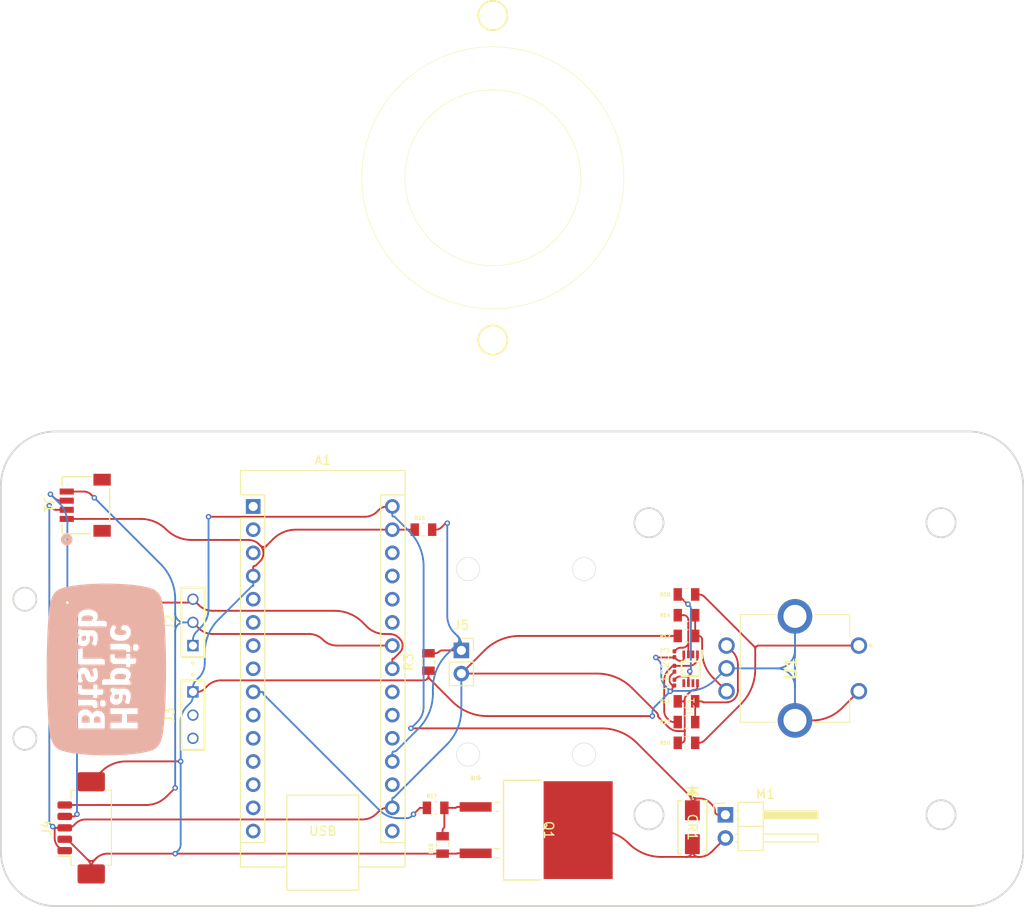
<source format=kicad_pcb>
(kicad_pcb (version 20241229) (generator "pcbnew") (generator_version "9.0")
  (layers (0 "F.Cu" signal) (2 "B.Cu" signal) (13 "F.Paste" user) (15 "B.Paste" user) (5 "F.SilkS" user "F.Silkscreen") (7 "B.SilkS" user "B.Silkscreen") (1 "F.Mask" user) (3 "B.Mask" user) (25 "Edge.Cuts" user))
  (net 0 "")
  (net 1 "+3.3V")
  (net 5 "GND")
  (net 7 "SDA")
  (net 8 "+12V")
  (net 19 "SCL")
  (net 26 "Net-(R10-Pad2)")
  (net 29 "D6")
  (net 30 "Net-(Q1-G)")
  (net 31 "D2")
  (net 32 "D3")
  (net 33 "Net-(M1--)")
  (net 34 "A0")
  (net 35 "Net-(R11-Pad2)")
  (net 36 "Net-(R12-Pad1)")
  (net 37 "Net-(IC1-3A)")
  (net 38 "CLK")
  (net 39 "DT")
  (net 40 "Net-(IC1-2A)")
  (net 41 "Net-(IC1-1A)")
  (net 42 "SW")
  (footprint "SL-103-G-39:SAMTEC_SL-103-G-39" (layer "F.Cu") (at -44.961 -2.54 -90)
    (property "Reference" "J2")
    (property "Value" "HUSB238")
  )
  (footprint "RC0805FR_0710KL:RESC2012X60N" (layer "F.Cu") (at -18.372 15.24)
    (property "Reference" "R17")
    (property "Value" "R")
  )
  (footprint "Connector_PinHeader_2.54mm:PinHeader_1x02_P2.54mm_Horizontal" (layer "F.Cu") (at 13.378 16.002)
    (property "Reference" "M1")
    (property "Value" "Motor_DC")
  )
  (footprint "RC0805FR_0710KL:RESC2012X60N" (layer "F.Cu") (at -19.159 -0.742 90)
    (property "Reference" "R3")
    (property "Value" "RC0805FR-0710KL")
  )
  (footprint "RC0805FR_0710KL:RESC2012X60N" (layer "F.Cu") (at 9.111 -3.5947 180)
    (property "Reference" "R12")
    (property "Value" "R")
  )
  (footprint "IRLZ14S:TO_Z14S_VIS" (layer "F.Cu") (at -5.9814 17.68 -90)
    (property "Reference" "Q1")
    (property "Value" "IRLZ14S")
  )
  (footprint "Capacitor_SMD:C_0201_0603Metric" (layer "F.Cu") (at 7.79 0 -90)
    (property "Reference" "C2")
    (property "Value" "C" (hide yes))
  )
  (footprint "footprints:CONN_SM04B-SRSS-TB_JST" (layer "F.Cu") (at -56.6901 -17.9143 -90)
    (property "Reference" "J1")
    (property "Value" "QWIIC")
  )
  (footprint "RC0805FR_0710KL:RESC2012X60N" (layer "F.Cu") (at 9.111 3.5707)
    (property "Reference" "R11")
    (property "Value" "R")
  )
  (footprint "RC0805FR_0710KL:RESC2012X60N" (layer "F.Cu") (at 9.111 -5.8673)
    (property "Reference" "R14")
    (property "Value" "R")
  )
  (footprint "RC0805FR_0710KL:RESC2012X60N" (layer "F.Cu") (at -17.61 19.304 90)
    (property "Reference" "R16")
    (property "Value" "R")
  )
  (footprint "RC0805FR_0710KL:RESC2012X60N" (layer "F.Cu") (at 9.111 8.116)
    (property "Reference" "R10")
    (property "Value" "R")
  )
  (footprint "RC0805FR_0710KL:RESC2012X60N" (layer "F.Cu") (at 9.111 5.8433)
    (property "Reference" "R13")
    (property "Value" "R")
  )
  (footprint "SL-103-G-39:SAMTEC_SL-103-G-39" (layer "F.Cu") (at -44.961 2.54 90)
    (property "Reference" "J3")
    (property "Value" "HUSB238")
  )
  (footprint "Capacitor_SMD:C_0201_0603Metric" (layer "F.Cu") (at 7.79 1.524 90)
    (property "Reference" "C1")
    (property "Value" "C" (hide yes))
  )
  (footprint "RC0805FR_0710KL:RESC2012X60N" (layer "F.Cu") (at 9.111 -8.14)
    (property "Reference" "R18")
    (property "Value" "R")
  )
  (footprint "Capacitor_SMD:C_0201_0603Metric" (layer "F.Cu") (at 7.79 -1.59 -90)
    (property "Reference" "C3")
    (property "Value" "C" (hide yes))
  )
  (footprint "KiCad:PEC11L4120FS0020" (layer "F.Cu") (at 28 -2.54 -90)
    (property "Reference" "U1")
    (property "Value" "Encoder" (hide yes))
  )
  (footprint "Connector_Molex:Molex_PicoBlade_53261-0571_1x05-1MP_P1.25mm_Horizontal" (layer "F.Cu") (at -56.606 17.43 90)
    (property "Reference" "J4")
    (property "Value" "Ring_Conn")
  )
  (footprint "Connector_PinSocket_2.54mm:PinSocket_1x02_P2.54mm_Vertical" (layer "F.Cu") (at -15.553 -2.012)
    (property "Reference" "J5")
    (property "Value" "Conn_01x02_Pin")
  )
  (footprint "RC0805FR_0710KL:RESC2012X60N" (layer "F.Cu") (at -19.703 -15.24)
    (property "Reference" "R15")
    (property "Value" "R")
  )
  (footprint "S1B_13_F:SMA_DIO" (layer "F.Cu") (at 9.759 17.365 -90)
    (property "Reference" "CR1")
    (property "Value" "S1B-13-F")
  )
  (footprint "Module:Arduino_Nano" (layer "F.Cu") (at -38.356 -17.78)
    (property "Reference" "A1")
    (property "Value" "ESP32 Nano compatible")
  )
  (footprint "KiCad:SOP50P310X100-8N" (layer "F.Cu") (at 9.568 0 -90)
    (property "Reference" "IC1")
    (property "Value" "74HC3G14DC-Q100H" (hide yes))
  )
  (gr_circle (center -12.106 -53.79) (end -2.4791 -53.79) (stroke (width 0.05)) (fill no) (layer "F.SilkS"))
  (gr_circle (center -12.106 -53.79) (end 2.245 -53.79) (stroke (width 0.05)) (fill no) (layer "F.SilkS"))
  (gr_circle (center -12.106 -36.01) (end -10.506 -36.01) (stroke (width 0.2)) (fill no) (layer "F.SilkS"))
  (gr_circle (center -12.106 -71.57) (end -10.506 -71.57) (stroke (width 0.2)) (fill no) (layer "F.SilkS"))
  (gr_poly (pts (xy -55.912115 -5.580357) (xy -55.914001 -5.596873) (xy -55.915339 -5.604942) (xy -55.916937 -5.612882) (xy -55.9188 -5.620696) (xy -55.920924 -5.628381) (xy -55.923311 -5.63594) (xy -55.92596 -5.64337) (xy -55.928871 -5.650672) (xy -55.932045 -5.657846) (xy -55.935481 -5.664892) (xy -55.939179 -5.67181) (xy -55.943141 -5.678598) (xy -55.947364 -5.685258) (xy -55.95185 -5.69179) (xy -55.956597 -5.698191) (xy -55.961609 -5.704465) (xy -55.966882 -5.710608) (xy -55.972417 -5.716622) (xy -55.978216 -5.722506) (xy -55.990599 -5.733886) (xy -56.004032 -5.744745) (xy -56.018517 -5.755082) (xy -56.03405 -5.764896) (xy -56.050635 -5.774186) (xy -56.068405 -5.782935) (xy -56.087495 -5.791118) (xy -56.107904 -5.798737) (xy -56.129632 -5.805792) (xy -56.152677 -5.812282) (xy -56.177037 -5.818208) (xy -56.202712 -5.823568) (xy -56.2297 -5.828366) (xy -56.258 -5.832598) (xy -56.287612 -5.836266) (xy -56.350764 -5.84191) (xy -56.419145 -5.845295) (xy -56.492746 -5.846423) (xy -56.544345 -5.845798) (xy -56.59402 -5.84392) (xy -56.64179 -5.840776) (xy -56.687675 -5.836356) (xy -56.731694 -5.830652) (xy -56.773865 -5.823655) (xy -56.814209 -5.815353) (xy -56.852744 -5.805738) (xy -56.87129 -5.800435) (xy -56.88929 -5.794801) (xy -56.906744 -5.788836) (xy -56.923649 -5.782541) (xy -56.940005 -5.775915) (xy -56.955811 -5.76896) (xy -56.971065 -5.761672) (xy -56.985766 -5.754055) (xy -56.999914 -5.746106) (xy -57.013505 -5.737827) (xy -57.026541 -5.729217) (xy -57.03902 -5.720277) (xy -57.050939 -5.711005) (xy -57.062299 -5.701403) (xy -57.073097 -5.69147) (xy -57.083335 -5.681206) (xy -57.092979 -5.670585) (xy -57.102 -5.659576) (xy -57.110399 -5.64818) (xy -57.118175 -5.636396) (xy -57.125329 -5.62423) (xy -57.13186 -5.611678) (xy -57.137769 -5.598746) (xy -57.143056 -5.585432) (xy -57.147721 -5.571738) (xy -57.151764 -5.557667) (xy -57.155184 -5.543218) (xy -57.157982 -5.528395) (xy -57.160159 -5.513196) (xy -57.161714 -5.497625) (xy -57.162646 -5.481681) (xy -57.162957 -5.465367) (xy -57.162499 -5.437266) (xy -57.161156 -5.409602) (xy -57.158977 -5.382347) (xy -57.156011 -5.355471) (xy -57.152306 -5.328947) (xy -57.147912 -5.302743) (xy -57.142876 -5.276833) (xy -57.137247 -5.251185) (xy -56.063081 -5.251185) (xy -56.050565 -5.26282) (xy -56.038532 -5.274688) (xy -56.027006 -5.28679) (xy -56.021439 -5.292928) (xy -56.016005 -5.299126) (xy -56.010706 -5.305381) (xy -56.005546 -5.311695) (xy -56.000529 -5.318068) (xy -55.995652 -5.3245) (xy -55.990924 -5.330988) (xy -55.986342 -5.337536) (xy -55.981911 -5.344142) (xy -55.977635 -5.350807) (xy -55.969216 -5.364767) (xy -55.961379 -5.378631) (xy -55.954125 -5.392401) (xy -55.947449 -5.406077) (xy -55.941351 -5.41966) (xy -55.935832 -5.433152) (xy -55.930887 -5.446555) (xy -55.926519 -5.459867) (xy -55.922724 -5.473093) (xy -55.9195 -5.486233) (xy -55.916849 -5.499288) (xy -55.914766 -5.512261) (xy -55.913254 -5.52515) (xy -55.912307 -5.537957) (xy -55.911927 -5.550685) (xy -55.912114 -5.563333) (xy -55.911275 -5.563333)) (fill yes) (layer "B.SilkS"))
  (gr_poly (pts (xy -53.066468 3.00696) (xy -53.067314 2.954787) (xy -53.070317 2.836282) (xy -53.070664 2.831993) (xy -53.071059 2.827823) (xy -53.071877 2.819678) (xy -53.072242 2.815625) (xy -53.072537 2.811533) (xy -53.072737 2.807363) (xy -53.072811 2.803075) (xy -53.427821 2.803075) (xy -53.434551 2.810307) (xy -53.441067 2.817677) (xy -53.447388 2.825165) (xy -53.453536 2.832751) (xy -53.459526 2.840416) (xy -53.465383 2.84814) (xy -53.471122 2.855902) (xy -53.476767 2.863685) (xy -53.488363 2.880775) (xy -53.499202 2.897808) (xy -53.509286 2.914782) (xy -53.518616 2.931698) (xy -53.527192 2.948558) (xy -53.535017 2.965358) (xy -53.542091 2.982102) (xy -53.548416 2.998786) (xy -53.553992 3.015411) (xy -53.558819 3.031978) (xy -53.562902 3.048488) (xy -53.566239 3.06494) (xy -53.568834 3.081332) (xy -53.570686 3.097667) (xy -53.571796 3.113943) (xy -53.572164 3.13016) (xy -53.571913 3.142128) (xy -53.571157 3.153747) (xy -53.569899 3.165021) (xy -53.568144 3.175951) (xy -53.565894 3.186541) (xy -53.563149 3.196793) (xy -53.559916 3.206708) (xy -53.556192 3.21629) (xy -53.551982 3.225542) (xy -53.547289 3.234465) (xy -53.542116 3.243061) (xy -53.536463 3.251333) (xy -53.530334 3.259287) (xy -53.523733 3.26692) (xy -53.516659 3.274237) (xy -53.509118 3.28124) (xy -53.501078 3.287877) (xy -53.492823 3.294086) (xy -53.484349 3.299866) (xy -53.475654 3.305218) (xy -53.466736 3.310142) (xy -53.457591 3.314637) (xy -53.448219 3.318706) (xy -53.438616 3.322345) (xy -53.428778 3.325556) (xy -53.418706 3.32834) (xy -53.408394 3.330695) (xy -53.397844 3.332621) (xy -53.387049 3.33412) (xy -53.376009 3.33519) (xy -53.364722 3.335832) (xy -53.353183 3.336046) (xy -53.337494 3.335783) (xy -53.322158 3.334995) (xy -53.307176 3.333681) (xy -53.292551 3.331842) (xy -53.278286 3.329478) (xy -53.264382 3.326588) (xy -53.250843 3.323173) (xy -53.237672 3.319233) (xy -53.224869 3.314767) (xy -53.212439 3.309776) (xy -53.200383 3.30426) (xy -53.188704 3.298217) (xy -53.177406 3.29165) (xy -53.166489 3.284556) (xy -53.155956 3.276938) (xy -53.145809 3.268793) (xy -53.136166 3.260077) (xy -53.127144 3.250737) (xy -53.118744 3.240775) (xy -53.110967 3.230191) (xy -53.103812 3.218983) (xy -53.097278 3.207155) (xy -53.091367 3.194702) (xy -53.086078 3.181628) (xy -53.081412 3.167931) (xy -53.077367 3.153611) (xy -53.073946 3.138668) (xy -53.071146 3.123103) (xy -53.068968 3.106915) (xy -53.067413 3.090103) (xy -53.066479 3.07267) (xy -53.066168 3.054612)) (fill yes) (layer "B.SilkS"))
  (gr_poly (pts (xy -56.278177 5.520963) (xy -56.278967 5.499923) (xy -56.280287 5.479491) (xy -56.282139 5.45967) (xy -56.284526 5.44046) (xy -56.28745 5.421867) (xy -56.290914 5.40389) (xy -56.294919 5.386535) (xy -56.299466 5.369802) (xy -56.304562 5.353693) (xy -56.310207 5.338212) (xy -56.316402 5.323362) (xy -56.323152 5.309145) (xy -56.330457 5.295561) (xy -56.338321 5.282615) (xy -56.346747 5.27031) (xy -56.34842 5.27031) (xy -56.357244 5.258405) (xy -56.366302 5.246963) (xy -56.375597 5.235987) (xy -56.385129 5.225475) (xy -56.3949 5.215422) (xy -56.40491 5.205832) (xy -56.415161 5.196701) (xy -56.425654 5.188028) (xy -56.43639 5.179812) (xy -56.447371 5.172053) (xy -56.458597 5.164748) (xy -56.47007 5.157897) (xy -56.481792 5.151498) (xy -56.493762 5.145552) (xy -56.505984 5.140055) (xy -56.518457 5.135006) (xy -56.530899 5.130325) (xy -56.543339 5.125936) (xy -56.555772 5.121843) (xy -56.5682 5.118046) (xy -56.580617 5.114545) (xy -56.593024 5.111341) (xy -56.605415 5.108438) (xy -56.617789 5.105836) (xy -56.630142 5.103535) (xy -56.642476 5.101537) (xy -56.654784 5.099842) (xy -56.667065 5.098453) (xy -56.679319 5.097372) (xy -56.69154 5.096597) (xy -56.703727 5.096131) (xy -56.715879 5.095976) (xy -56.733684 5.096286) (xy -56.751646 5.097208) (xy -56.769764 5.098735) (xy -56.788039 5.100855) (xy -56.80647 5.10356) (xy -56.825056 5.106838) (xy -56.843799 5.110682) (xy -56.862697 5.115082) (xy -56.871999 5.117532) (xy -56.881239 5.120216) (xy -56.890415 5.123135) (xy -56.899527 5.126285) (xy -56.90857 5.129671) (xy -56.917544 5.13329) (xy -56.926444 5.137141) (xy -56.935269 5.141227) (xy -56.944016 5.145546) (xy -56.952684 5.150097) (xy -56.961269 5.154885) (xy -56.969769 5.159903) (xy -56.978182 5.165157) (xy -56.986506 5.170643) (xy -56.994737 5.176362) (xy -57.002874 5.182315) (xy -57.010862 5.188531) (xy -57.018657 5.195038) (xy -57.026259 5.201837) (xy -57.033664 5.20893) (xy -57.040876 5.216312) (xy -57.047895 5.223988) (xy -57.054717 5.231956) (xy -57.061347 5.240216) (xy -57.067782 5.248767) (xy -57.074024 5.257611) (xy -57.080071 5.266746) (xy -57.085922 5.276173) (xy -57.091581 5.285892) (xy -57.097044 5.295903) (xy -57.102314 5.306206) (xy -57.107389 5.3168) (xy -57.112211 5.327725) (xy -57.116721 5.339021) (xy -57.12092 5.350688) (xy -57.124809 5.362731) (xy -57.128386 5.375147) (xy -57.131651 5.38794) (xy -57.134606 5.401108) (xy -57.13725 5.414656) (xy -57.139582 5.428583) (xy -57.141604 5.442892) (xy -57.143314 5.457582) (xy -57.144712 5.472655) (xy -57.145801 5.488112) (xy -57.146577 5.503956) (xy -57.1472 5.536805) (xy -57.1472 5.708645) (xy -57.147382 5.758283) (xy -57.148032 5.808778) (xy -57.149304 5.860056) (xy -57.151349 5.912037) (xy -56.277914 5.912037) (xy -56.277914 5.54261)) (fill yes) (layer "B.SilkS"))
  (gr_poly (pts (xy -53.545618 0.846376) (xy -53.545618 0.847193) (xy -53.545608 0.846815)) (fill yes) (layer "B.SilkS"))
  (gr_poly (pts (xy -52.288366 0.803585) (xy -52.289068 0.794137) (xy -52.290242 0.784827) (xy -52.291891 0.775652) (xy -52.294014 0.766613) (xy -52.296617 0.757712) (xy -52.299701 0.748947) (xy -52.303268 0.740318) (xy -52.307321 0.731826) (xy -52.311863 0.72347) (xy -52.316896 0.71525) (xy -52.322421 0.707165) (xy -52.328443 0.699217) (xy -52.334962 0.691405) (xy -52.341982 0.68373) (xy -52.349506 0.67619) (xy -52.357543 0.668815) (xy -52.366106 0.661635) (xy -52.375194 0.654645) (xy -52.384808 0.647847) (xy -52.394947 0.641238) (xy -52.405611 0.634817) (xy -52.416801 0.628585) (xy -52.428514 0.622538) (xy -52.440753 0.616676) (xy -52.453517 0.610997) (xy -52.466807 0.605501) (xy -52.480619 0.600187) (xy -52.494958 0.595051) (xy -52.509821 0.590096) (xy -52.525208 0.585318) (xy -52.541121 0.580717) (xy -52.574784 0.572271) (xy -52.611043 0.564983) (xy -52.649848 0.558842) (xy -52.691151 0.55384) (xy -52.734906 0.549965) (xy -52.781058 0.547208) (xy -52.829564 0.545562) (xy -52.880376 0.545016) (xy -52.931389 0.545522) (xy -52.980546 0.54704) (xy -53.027857 0.54957) (xy -53.073331 0.553111) (xy -53.116976 0.557666) (xy -53.158802 0.563232) (xy -53.198822 0.569812) (xy -53.237041 0.577406) (xy -53.255434 0.581588) (xy -53.273282 0.586043) (xy -53.290586 0.590771) (xy -53.307344 0.595771) (xy -53.323559 0.601042) (xy -53.339229 0.606587) (xy -53.354354 0.612405) (xy -53.368936 0.618493) (xy -53.382972 0.624856) (xy -53.396463 0.63149) (xy -53.409411 0.638395) (xy -53.421813 0.645575) (xy -53.433671 0.653025) (xy -53.444983 0.660747) (xy -53.455752 0.668742) (xy -53.465976 0.67701) (xy -53.475621 0.685561) (xy -53.484642 0.694402) (xy -53.493043 0.70353) (xy -53.500819 0.712942) (xy -53.507974 0.722637) (xy -53.514508 0.732611) (xy -53.520418 0.742862) (xy -53.525707 0.753387) (xy -53.530374 0.764186) (xy -53.534418 0.775253) (xy -53.537841 0.78659) (xy -53.540641 0.79819) (xy -53.542818 0.810053) (xy -53.544373 0.822176) (xy -53.545307 0.834557) (xy -53.545608 0.846815) (xy -53.545326 0.860142) (xy -53.544449 0.874046) (xy -53.542987 0.888092) (xy -53.540938 0.902281) (xy -53.538301 0.916616) (xy -53.535073 0.9311) (xy -53.531256 0.945733) (xy -53.526847 0.960522) (xy -53.521844 0.975465) (xy -53.516248 0.990565) (xy -53.510057 1.005827) (xy -53.503269 1.021252) (xy -53.495882 1.036842) (xy -53.487897 1.0526) (xy -53.479312 1.068528) (xy -53.470126 1.08463) (xy -53.465976 1.09175) (xy -53.461641 1.098805) (xy -53.457168 1.105801) (xy -53.452607 1.11275) (xy -53.443416 1.126541) (xy -53.438886 1.133402) (xy -53.434461 1.140255) (xy -52.472269 1.140255) (xy -52.459894 1.130426) (xy -52.447972 1.120558) (xy -52.436507 1.11065) (xy -52.425503 1.1007) (xy -52.414967 1.090705) (xy -52.404901 1.080666) (xy -52.395313 1.070581) (xy -52.386204 1.060448) (xy -52.377583 1.050267) (xy -52.369453 1.040037) (xy -52.361818 1.029755) (xy -52.354686 1.01942) (xy -52.348057 1.009031) (xy -52.341939 0.998587) (xy -52.336337 0.988087) (xy -52.331256 0.97753) (xy -52.325987 0.965946) (xy -52.321069 0.954537) (xy -52.316498 0.943301) (xy -52.312273 0.93224) (xy -52.308393 0.921355) (xy -52.304857 0.910643) (xy -52.301663 0.900107) (xy -52.298811 0.889747) (xy -52.296298 0.879561) (xy -52.294124 0.869551) (xy -52.292288 0.859715) (xy -52.290789 0.850055) (xy -52.289624 0.84057) (xy -52.288794 0.83126) (xy -52.288297 0.822126) (xy -52.288132 0.813168)) (fill yes) (layer "B.SilkS"))
  (gr_poly (pts (xy -56.669425 -3.349275) (xy -56.669722 -3.396935) (xy -56.670564 -3.449106) (xy -56.673574 -3.567605) (xy -56.673915 -3.571893) (xy -56.674307 -3.576066) (xy -56.675126 -3.584215) (xy -56.675492 -3.588268) (xy -56.675791 -3.59236) (xy -56.675992 -3.596528) (xy -56.676065 -3.600811) (xy -57.031077 -3.600811) (xy -57.037531 -3.593578) (xy -57.043839 -3.586208) (xy -57.050012 -3.578721) (xy -57.05606 -3.571137) (xy -57.061991 -3.563473) (xy -57.067816 -3.555753) (xy -57.079186 -3.54022) (xy -57.090782 -3.523126) (xy -57.101622 -3.50609) (xy -57.111705 -3.489113) (xy -57.121035 -3.472195) (xy -57.129612 -3.455333) (xy -57.137436 -3.438531) (xy -57.14451 -3.421787) (xy -57.150835 -3.405103) (xy -57.15641 -3.388476) (xy -57.161239 -3.371908) (xy -57.165321 -3.355397) (xy -57.168659 -3.338946) (xy -57.171252 -3.322552) (xy -57.173105 -3.306218) (xy -57.174215 -3.289941) (xy -57.174584 -3.273723) (xy -57.174331 -3.26176) (xy -57.173576 -3.250142) (xy -57.17232 -3.238871) (xy -57.170565 -3.227942) (xy -57.168314 -3.217352) (xy -57.16557 -3.207101) (xy -57.162335 -3.197185) (xy -57.158611 -3.187602) (xy -57.154401 -3.178348) (xy -57.149709 -3.169426) (xy -57.144535 -3.160828) (xy -57.138882 -3.152553) (xy -57.132754 -3.144601) (xy -57.126152 -3.136967) (xy -57.119079 -3.129648) (xy -57.111537 -3.122646) (xy -57.103497 -3.116008) (xy -57.095244 -3.109801) (xy -57.086769 -3.104022) (xy -57.078074 -3.098671) (xy -57.069155 -3.093748) (xy -57.060011 -3.089255) (xy -57.050637 -3.085187) (xy -57.041035 -3.081551) (xy -57.031197 -3.078341) (xy -57.021125 -3.07556) (xy -57.010815 -3.073206) (xy -57.000264 -3.071281) (xy -56.989469 -3.069783) (xy -56.978429 -3.068715) (xy -56.96714 -3.068072) (xy -56.955602 -3.067858) (xy -56.939914 -3.068121) (xy -56.924577 -3.068908) (xy -56.909595 -3.070222) (xy -56.894971 -3.072062) (xy -56.880705 -3.074425) (xy -56.866801 -3.077315) (xy -56.853264 -3.08073) (xy -56.840091 -3.08467) (xy -56.82729 -3.089133) (xy -56.81486 -3.094123) (xy -56.802804 -3.099638) (xy -56.791125 -3.10568) (xy -56.779826 -3.112243) (xy -56.768909 -3.119335) (xy -56.758376 -3.126951) (xy -56.74823 -3.135091) (xy -56.738585 -3.143808) (xy -56.729562 -3.153148) (xy -56.721164 -3.163112) (xy -56.713386 -3.173697) (xy -56.70623 -3.184906) (xy -56.699697 -3.196736) (xy -56.693787 -3.209188) (xy -56.688497 -3.222265) (xy -56.683831 -3.235963) (xy -56.679786 -3.250283) (xy -56.676365 -3.265226) (xy -56.673565 -3.280791) (xy -56.671387 -3.296978) (xy -56.669832 -3.313787) (xy -56.668899 -3.331221) (xy -56.668587 -3.349275)) (fill yes) (layer "B.SilkS"))
  (gr_poly (pts (xy -47.903508 -0.280158) (xy -47.905374 -0.585761) (xy -47.908486 -0.891991) (xy -47.914083 -1.293782) (xy -47.920927 -1.695587) (xy -47.931607 -2.164217) (xy -47.944152 -2.632832) (xy -47.960534 -3.139648) (xy -47.980649 -3.646465) (xy -48.005016 -4.162728) (xy -48.033736 -4.678365) (xy -48.049457 -4.926297) (xy -48.066811 -5.17439) (xy -48.085877 -5.422483) (xy -48.106729 -5.670415) (xy -48.127479 -5.894421) (xy -48.150173 -6.118191) (xy -48.175201 -6.341803) (xy -48.202949 -6.565338) (xy -48.228779 -6.751315) (xy -48.257177 -6.936827) (xy -48.272653 -7.029358) (xy -48.289149 -7.121717) (xy -48.306793 -7.213881) (xy -48.325712 -7.305832) (xy -48.340297 -7.372817) (xy -48.355612 -7.439812) (xy -48.371918 -7.506672) (xy -48.389478 -7.573251) (xy -48.408554 -7.639401) (xy -48.429411 -7.704976) (xy -48.452307 -7.769831) (xy -48.477507 -7.833818) (xy -48.500131 -7.885937) (xy -48.524434 -7.937336) (xy -48.550384 -7.987963) (xy -48.577952 -8.03776) (xy -48.607103 -8.086671) (xy -48.637807 -8.134641) (xy -48.670032 -8.181613) (xy -48.703746 -8.227532) (xy -48.738919 -8.272343) (xy -48.775518 -8.315987) (xy -48.813512 -8.358411) (xy -48.852871 -8.399558) (xy -48.893559 -8.439372) (xy -48.935549 -8.477797) (xy -48.978808 -8.514778) (xy -49.023302 -8.550257) (xy -49.074259 -8.587381) (xy -49.126587 -8.621936) (xy -49.180182 -8.654082) (xy -49.234937 -8.68398) (xy -49.290746 -8.711788) (xy -49.347504 -8.737666) (xy -49.405106 -8.761775) (xy -49.463446 -8.784272) (xy -49.522416 -8.805317) (xy -49.581913 -8.825072) (xy -49.702061 -8.861346) (xy -49.823043 -8.894367) (xy -49.944014 -8.925415) (xy -50.023726 -8.944833) (xy -50.103592 -8.963242) (xy -50.263787 -8.997388) (xy -50.424602 -9.02857) (xy -50.586041 -9.057501) (xy -50.759831 -9.086447) (xy -50.934041 -9.112981) (xy -51.108622 -9.137275) (xy -51.283523 -9.159496) (xy -51.634094 -9.198407) (xy -51.985359 -9.231073) (xy -52.362513 -9.260398) (xy -52.739976 -9.284022) (xy -53.117749 -9.302518) (xy -53.495834 -9.316463) (xy -53.495834 -9.318137) (xy -53.733357 -9.3247) (xy -53.970718 -9.329346) (xy -54.208078 -9.332106) (xy -54.445599 -9.333018) (xy -54.931446 -9.32926) (xy -55.417222 -9.31788) (xy -55.902845 -9.298721) (xy -56.388232 -9.271627) (xy -56.854339 -9.237357) (xy -57.087335 -9.21688) (xy -57.320139 -9.193772) (xy -57.552631 -9.167736) (xy -57.784696 -9.138467) (xy -58.016217 -9.105668) (xy -58.247077 -9.069036) (xy -58.422777 -9.03889) (xy -58.59913 -9.00622) (xy -58.775384 -8.969983) (xy -58.950792 -8.929137) (xy -59.124606 -8.882641) (xy -59.210682 -8.856947) (xy -59.296077 -8.829452) (xy -59.380702 -8.800022) (xy -59.46446 -8.768527) (xy -59.547257 -8.73484) (xy -59.629002 -8.698827) (xy -59.678966 -8.674747) (xy -59.727465 -8.648908) (xy -59.77451 -8.621345) (xy -59.820115 -8.592085) (xy -59.864291 -8.561158) (xy -59.907051 -8.528603) (xy -59.948406 -8.494446) (xy -59.988369 -8.45872) (xy -60.026951 -8.421456) (xy -60.064166 -8.382686) (xy -60.100025 -8.342443) (xy -60.134539 -8.300757) (xy -60.167722 -8.25766) (xy -60.199585 -8.213183) (xy -60.230141 -8.16736) (xy -60.259401 -8.120218) (xy -60.289654 -8.068195) (xy -60.318792 -8.015205) (xy -60.346774 -7.961317) (xy -60.373555 -7.9066) (xy -60.399092 -7.851118) (xy -60.423342 -7.794938) (xy -60.446261 -7.738131) (xy -60.467804 -7.680758) (xy -60.487929 -7.62289) (xy -60.506589 -7.564592) (xy -60.523744 -7.505932) (xy -60.539349 -7.446977) (xy -60.553359 -7.387793) (xy -60.565732 -7.328448) (xy -60.576424 -7.269008) (xy -60.58539 -7.209541) (xy -60.599742 -7.108746) (xy -60.615165 -7.008058) (xy -60.647589 -6.806808) (xy -60.679395 -6.605402) (xy -60.694045 -6.504518) (xy -60.707317 -6.40345) (xy -60.742271 -6.0926) (xy -60.772949 -5.781441) (xy -60.800051 -5.469977) (xy -60.824277 -5.158205) (xy -60.847667 -4.817612) (xy -60.868339 -4.476943) (xy -60.886675 -4.136123) (xy -60.903064 -3.795068) (xy -60.930649 -3.122226) (xy -60.95201 -2.449385) (xy -60.96704 -1.85373) (xy -60.97772 -1.25809) (xy -60.983945 -0.807307) (xy -60.987672 -0.356526) (xy -60.989121 -0.136948) (xy -60.98933 0.082627) (xy -60.988712 0.358342) (xy -60.986854 0.634686) (xy -60.982602 1.119503) (xy -60.975226 1.60432) (xy -60.9629 2.226942) (xy -60.946205 2.849565) (xy -60.922256 3.538602) (xy -60.907829 3.883198) (xy -60.891455 4.227638) (xy -60.87353 4.570065) (xy -60.853195 4.912415) (xy -60.83022 5.254611) (xy -60.804372 5.596577) (xy -60.778577 5.901627) (xy -60.749204 6.206441) (xy -60.715476 6.510783) (xy -60.676621 6.81442) (xy -60.651347 6.993927) (xy -60.623407 7.173807) (xy -60.590917 7.353101) (xy -60.572377 7.442232) (xy -60.551992 7.53086) (xy -60.529527 7.618862) (xy -60.504745 7.706126) (xy -60.477412 7.792527) (xy -60.447294 7.877947) (xy -60.41415 7.962268) (xy -60.377749 8.045371) (xy -60.337852 8.127136) (xy -60.294226 8.207443) (xy -60.273496 8.242733) (xy -60.252045 8.277607) (xy -60.229875 8.312035) (xy -60.206985 8.34599) (xy -60.183375 8.379443) (xy -60.159046 8.41237) (xy -60.133996 8.444738) (xy -60.108229 8.47652) (xy -60.081741 8.507691) (xy -60.054534 8.538221) (xy -60.026607 8.568081) (xy -59.997961 8.597245) (xy -59.968596 8.625683) (xy -59.938512 8.65337) (xy -59.90771 8.680276) (xy -59.876187 8.706372) (xy -59.840269 8.734155) (xy -59.803475 8.760283) (xy -59.765864 8.784857) (xy -59.727489 8.807977) (xy -59.68841 8.82974) (xy -59.648682 8.850242) (xy -59.608366 8.869586) (xy -59.567515 8.887868) (xy -59.526189 8.905186) (xy -59.484442 8.921641) (xy -59.39992 8.952347) (xy -59.314406 8.980778) (xy -59.228356 9.007722) (xy -59.042626 9.061527) (xy -58.855167 9.109417) (xy -58.66627 9.152015) (xy -58.476226 9.189943) (xy -58.285327 9.223823) (xy -58.093866 9.254281) (xy -57.902134 9.281936) (xy -57.710421 9.307411) (xy -57.480401 9.335222) (xy -57.250096 9.360231) (xy -57.019541 9.382593) (xy -56.788761 9.402466) (xy -56.326651 9.435361) (xy -55.864004 9.460161) (xy -55.509882 9.474326) (xy -55.155524 9.484445) (xy -54.801009 9.490516) (xy -54.658776 9.491326) (xy -54.658776 6.542957) (xy -57.56857 6.542957) (xy -57.596772 6.513917) (xy -57.608381 5.995046) (xy -57.611039 5.868196) (xy -57.61284 5.742897) (xy -57.613862 5.61915) (xy -57.614186 5.496956) (xy -57.613816 5.45669) (xy -57.612706 5.417141) (xy -57.610856 5.37831) (xy -57.608264 5.340196) (xy -57.604927 5.302797) (xy -57.600846 5.266111) (xy -57.59602 5.230138) (xy -57.590446 5.194876) (xy -57.584124 5.160326) (xy -57.57705 5.126483) (xy -57.569227 5.09335) (xy -57.560652 5.060922) (xy -57.551324 5.0292) (xy -57.54124 4.998182) (xy -57.530401 4.967867) (xy -57.518806 4.938255) (xy -57.506461 4.909421) (xy -57.493374 4.881441) (xy -57.479544 4.854316) (xy -57.464967 4.828041) (xy -57.449642 4.802618) (xy -57.433567 4.778046) (xy -57.416737 4.754322) (xy -57.399151 4.731445) (xy -57.380809 4.709415) (xy -57.361704 4.688228) (xy -57.341837 4.667888) (xy -57.321204 4.64839) (xy -57.299804 4.629732) (xy -57.277632 4.611916) (xy -57.25469 4.594938) (xy -57.230971 4.578798) (xy -57.232627 4.579617) (xy -57.208122 4.564247) (xy -57.182821 4.549887) (xy -57.156726 4.536533) (xy -57.129837 4.524185) (xy -57.102156 4.512837) (xy -57.073685 4.50249) (xy -57.044424 4.49314) (xy -57.014374 4.484783) (xy -56.983536 4.477418) (xy -56.951912 4.471045) (xy -56.919505 4.465658) (xy -56.886314 4.461256) (xy -56.85234 4.457836) (xy -56.817585 4.455396) (xy -56.78205 4.453935) (xy -56.745736 4.453448) (xy -56.7202 4.453807) (xy -56.694917 4.454887) (xy -56.669887 4.456687) (xy -56.64511 4.459207) (xy -56.620585 4.462446) (xy -56.596314 4.466405) (xy -56.572295 4.471085) (xy -56.548527 4.476485) (xy -56.525015 4.482602) (xy -56.501752 4.489441) (xy -56.478744 4.497) (xy -56.455989 4.505278) (xy -56.433485 4.514277) (xy -56.411235 4.523995) (xy -56.389235 4.534433) (xy -56.367489 4.545591) (xy -56.346122 4.557323) (xy -56.32526 4.569486) (xy -56.304901 4.582082) (xy -56.285044 4.595113) (xy -56.265687 4.608582) (xy -56.246831 4.622492) (xy -56.228472 4.636845) (xy -56.210611 4.651643) (xy -56.193245 4.666887) (xy -56.176374 4.682582) (xy -56.159996 4.698731) (xy -56.144109 4.715333) (xy -56.128715 4.732392) (xy -56.113809 4.749912) (xy -56.09939 4.767893) (xy -56.08546 4.78634) (xy -56.07783 4.796952) (xy -56.070486 4.807622) (xy -56.063426 4.818353) (xy -56.056641 4.829142) (xy -56.05013 4.839988) (xy -56.043884 4.850896) (xy -56.037901 4.86186) (xy -56.032175 4.872882) (xy -56.026702 4.883963) (xy -56.021476 4.895105) (xy -56.016494 4.906302) (xy -56.011749 4.917558) (xy -56.002952 4.940246) (xy -55.995047 4.963165) (xy -55.988012 4.947988) (xy -55.980567 4.932977) (xy -55.972692 4.918142) (xy -55.964371 4.903492) (xy -55.95558 4.889037) (xy -55.946304 4.874785) (xy -55.936521 4.860747) (xy -55.926214 4.84693) (xy -55.914676 4.832476) (xy -55.902767 4.818375) (xy -55.89049 4.804627) (xy -55.877844 4.791237) (xy -55.864827 4.778206) (xy -55.851444 4.765538) (xy -55.837689 4.753235) (xy -55.823565 4.741298) (xy -55.809072 4.72973) (xy -55.794209 4.718535) (xy -55.778977 4.707713) (xy -55.763376 4.69727) (xy -55.747406 4.687205) (xy -55.731066 4.677523) (xy -55.714359 4.668226) (xy -55.69728 4.659313) (xy -55.679926 4.650725) (xy -55.673225 4.647657) (xy -55.673225 4.306498) (xy -55.701136 4.30607) (xy -55.728882 4.304787) (xy -55.756456 4.302646) (xy -55.783846 4.29965) (xy -55.811042 4.295798) (xy -55.838036 4.291092) (xy -55.864815 4.285531) (xy -55.89137 4.279115) (xy -55.89137 4.22016) (xy -55.891634 4.206432) (xy -55.892424 4.193266) (xy -55.893744 4.180657) (xy -55.895596 4.168601) (xy -55.897982 4.157093) (xy -55.899377 4.151546) (xy -55.900906 4.146133) (xy -55.902571 4.140856) (xy -55.904371 4.135715) (xy -55.906306 4.130708) (xy -55.908376 4.125836) (xy -55.910582 4.121097) (xy -55.912926 4.11649) (xy -55.915406 4.112018) (xy -55.918022 4.107677) (xy -55.920777 4.103468) (xy -55.923669 4.099392) (xy -55.926699 4.095445) (xy -55.929866 4.09163) (xy -55.933172 4.087943) (xy -55.936617 4.084388) (xy -55.940202 4.080962) (xy -55.943926 4.077663) (xy -55.947789 4.074493) (xy -55.951794 4.071452) (xy -55.955937 4.068537) (xy -55.960221 4.06575) (xy -55.969077 4.060477) (xy -55.978225 4.055552) (xy -55.987667 4.050976) (xy -55.997405 4.046747) (xy -56.007439 4.042865) (xy -56.017769 4.039325) (xy -56.028399 4.036128) (xy -56.039329 4.033273) (xy -56.05056 4.03076) (xy -56.062092 4.028585) (xy -56.07393 4.026747) (xy -56.086072 4.025247) (xy -56.098521 4.024083) (xy -56.111277 4.023252) (xy -56.124342 4.022756) (xy -56.137719 4.02259) (xy -57.590131 4.02259) (xy -57.595694 3.98674) (xy -57.600545 3.95012) (xy -57.604675 3.912663) (xy -57.608075 3.874302) (xy -57.610735 3.834967) (xy -57.612646 3.794591) (xy -57.6138 3.753105) (xy -57.614186 3.710442) (xy -57.6138 3.667677) (xy -57.612646 3.625945) (xy -57.610735 3.585265) (xy -57.608075 3.545653) (xy -57.604675 3.507133) (xy -57.600545 3.46972) (xy -57.595694 3.433433) (xy -57.590131 3.398293) (xy -55.917917 3.398293) (xy -55.88967 3.398761) (xy -55.862159 3.400162) (xy -55.835385 3.402497) (xy -55.809346 3.405766) (xy -55.784041 3.409968) (xy -55.759467 3.415105) (xy -55.735627 3.421175) (xy -55.712516 3.42818) (xy -55.690134 3.436118) (xy -55.66848 3.444991) (xy -55.65663 3.450543) (xy -55.65663 3.220648) (xy -55.68723 3.22022) (xy -55.717439 3.218936) (xy -55.747261 3.216796) (xy -55.776692 3.213798) (xy -55.805736 3.209945) (xy -55.834391 3.205235) (xy -55.862656 3.199668) (xy -55.890534 3.193246) (xy -55.88391 2.868651) (xy -57.031895 2.868651) (xy -57.068309 2.868136) (xy -57.103517 2.86659) (xy -57.13752 2.864011) (xy -57.170316 2.860402) (xy -57.201909 2.855761) (xy -57.232294 2.850091) (xy -57.261474 2.843387) (xy -57.289449 2.835653) (xy -57.31622 2.826888) (xy -57.341784 2.817092) (xy -57.366144 2.806265) (xy -57.389296 2.794407) (xy -57.411245 2.781516) (xy -57.431989 2.767595) (xy -57.451526 2.752643) (xy -57.469859 2.73666) (xy -57.487036 2.719606) (xy -57.503104 2.701441) (xy -57.518064 2.682166) (xy -57.531916 2.661777) (xy -57.544661 2.640275) (xy -57.556297 2.617656) (xy -57.566825 2.593921) (xy -57.576245 2.56907) (xy -57.584557 2.543098) (xy -57.591762 2.516008) (xy -57.597856 2.487796) (xy -57.602844 2.458462) (xy -57.606724 2.428002) (xy -57.609495 2.39642) (xy -57.611157 2.363712) (xy -57.611711 2.329875) (xy -57.61148 2.29812) (xy -57.610802 2.265732) (xy -57.609696 2.232702) (xy -57.608181 2.199023) (xy -57.604004 2.129668) (xy -57.598427 2.057593) (xy -57.591575 1.986286) (xy -57.584641 1.919261) (xy -57.577549 1.856438) (xy -57.570226 1.797741) (xy -57.562025 1.795367) (xy -57.5536 1.793227) (xy -57.544962 1.79132) (xy -57.536119 1.789647) (xy -57.52708 1.788208) (xy -57.517857 1.787003) (xy -57.508461 1.786032) (xy -57.498899 1.785293) (xy -57.489057 1.784472) (xy -57.479431 1.783853) (xy -57.469997 1.783411) (xy -57.460741 1.783113) (xy -57.442677 1.782841) (xy -57.440837 1.782837) (xy -57.440837 1.54289) (xy -57.462222 1.505333) (xy -57.482829 1.466122) (xy -57.502656 1.425237) (xy -57.521709 1.382661) (xy -57.53998 1.338372) (xy -57.557475 1.292352) (xy -57.574192 1.244582) (xy -57.590131 1.195042) (xy -57.604986 1.144573) (xy -57.617829 1.093403) (xy -57.62867 1.041533) (xy -57.637519 0.988962) (xy -57.644384 0.935688) (xy -57.649276 0.881715) (xy -57.652205 0.82704) (xy -57.653179 0.771662) (xy -57.65244 0.719918) (xy -57.650225 0.669593) (xy -57.646535 0.620688) (xy -57.641371 0.573203) (xy -57.634734 0.527141) (xy -57.626626 0.482496) (xy -57.617047 0.439272) (xy -57.606 0.39747) (xy -57.593485 0.357087) (xy -57.579504 0.318125) (xy -57.564057 0.280582) (xy -57.547147 0.24446) (xy -57.528774 0.209758) (xy -57.50894 0.176478) (xy -57.487646 0.144617) (xy -57.464892 0.114177) (xy -57.464055 0.114177) (xy -57.440057 0.085235) (xy -57.415029 0.058178) (xy -57.38897 0.033002) (xy -57.36188 0.009705) (xy -57.33376 -0.011713) (xy -57.304609 -0.031258) (xy -57.274427 -0.048928) (xy -57.243215 -0.064731) (xy -57.210972 -0.078662) (xy -57.177699 -0.09073) (xy -57.143396 -0.100935) (xy -57.108061 -0.109278) (xy -57.071697 -0.115765) (xy -57.034302 -0.120393) (xy -56.995876 -0.12317) (xy -56.956421 -0.124093) (xy -56.922777 -0.123471) (xy -56.889972 -0.121605) (xy -56.858004 -0.118495) (xy -56.826876 -0.114145) (xy -56.79659 -0.108553) (xy -56.767145 -0.101722) (xy -56.738544 -0.093653) (xy -56.710787 -0.084347) (xy -56.683876 -0.073806) (xy -56.657812 -0.06203) (xy -56.632595 -0.049021) (xy -56.608227 -0.03478) (xy -56.584711 -0.019307) (xy -56.562046 -0.002605) (xy -56.540234 0.015325) (xy -56.519275 0.034483) (xy -56.499057 0.054709) (xy -56.47946 0.075542) (xy -56.460479 0.096978) (xy -56.442114 0.119028) (xy -56.424357 0.141691) (xy -56.407214 0.16497) (xy -56.390676 0.188865) (xy -56.374745 0.213381) (xy -56.359415 0.23852) (xy -56.344685 0.264283) (xy -56.330555 0.290675) (xy -56.317017 0.317696) (xy -56.304075 0.34535) (xy -56.291722 0.373638) (xy -56.279957 0.402563) (xy -56.268779 0.43213) (xy -56.171725 0.690311) (xy -56.167351 0.701633) (xy -56.162939 0.712568) (xy -56.158484 0.723113) (xy -56.153986 0.73327) (xy -56.149444 0.743037) (xy -56.144857 0.752416) (xy -56.140224 0.761405) (xy -56.135544 0.770006) (xy -56.130815 0.778216) (xy -56.126035 0.786038) (xy -56.121205 0.793471) (xy -56.116324 0.800513) (xy -56.111387 0.807168) (xy -56.106399 0.813433) (xy -56.101352 0.819308) (xy -56.09625 0.824795) (xy -56.090904 0.829921) (xy -56.085436 0.834717) (xy -56.079846 0.839182) (xy -56.074127 0.843316) (xy -56.068279 0.847121) (xy -56.062294 0.850595) (xy -56.056171 0.853737) (xy -56.049907 0.85655) (xy -56.043496 0.85903) (xy -56.036936 0.861181) (xy -56.030222 0.863001) (xy -56.023351 0.864488) (xy -56.016321 0.865647) (xy -56.009126 0.866475) (xy -56.001762 0.866971) (xy -55.994229 0.867136) (xy -55.986082 0.866933) (xy -55.978126 0.866322) (xy -55.970359 0.86531) (xy -55.962772 0.863895) (xy -55.955366 0.862081) (xy -55.948137 0.859871) (xy -55.94108 0.857266) (xy -55.934191 0.85427) (xy -55.927467 0.850885) (xy -55.920905 0.847113) (xy -55.914502 0.842957) (xy -55.908252 0.83842) (xy -55.902155 0.833502) (xy -55.896204 0.828207) (xy -55.890396 0.822538) (xy -55.884729 0.816497) (xy -55.879452 0.809958) (xy -55.874507 0.803106) (xy -55.869895 0.795942) (xy -55.865616 0.788461) (xy -55.861672 0.780665) (xy -55.858066 0.772551) (xy -55.854796 0.76412) (xy -55.851865 0.755367) (xy -55.849275 0.746293) (xy -55.847025 0.736898) (xy -55.845119 0.72718) (xy -55.843556 0.717137) (xy -55.842339 0.706768) (xy -55.841467 0.696073) (xy -55.840944 0.68505) (xy -55.840769 0.673696) (xy -55.841546 0.636575) (xy -55.84388 0.599307) (xy -55.847769 0.561903) (xy -55.853212 0.524371) (xy -55.86021 0.486722) (xy -55.868764 0.448967) (xy -55.878871 0.411115) (xy -55.890534 0.373176) (xy -55.903096 0.335585) (xy -55.915902 0.29876) (xy -55.928959 0.262696) (xy -55.942279 0.22738) (xy -55.95587 0.192803) (xy -55.969744 0.158957) (xy -55.983909 0.125832) (xy -55.998376 0.093417) (xy -55.990755 0.084018) (xy -55.982511 0.074818) (xy -55.973645 0.065809) (xy -55.964157 0.056995) (xy -55.954049 0.048377) (xy -55.943317 0.03995) (xy -55.931965 0.03172) (xy -55.91999 0.023685) (xy -55.907392 0.015845) (xy -55.894174 0.008199) (xy -55.880331 0.000748) (xy -55.865869 -0.00651) (xy -55.850784 -0.013571) (xy -55.835075 -0.020438) (xy -55.818745 -0.027111) (xy -55.801794 -0.033587) (xy -55.784625 -0.039747) (xy -55.767652 -0.045458) (xy -55.750876 -0.050722) (xy -55.7343 -0.05554) (xy -55.717922 -0.059908) (xy -55.701746 -0.063828) (xy -55.685771 -0.067302) (xy -55.67 -0.070327) (xy -55.654432 -0.072905) (xy -55.63907 -0.075036) (xy -55.623915 -0.076718) (xy -55.608967 -0.077955) (xy -55.594229 -0.078742) (xy -55.5797 -0.079083) (xy -55.565384 -0.078977) (xy -55.551279 -0.078422) (xy -55.534092 -0.043521) (xy -55.517374 -0.00606) (xy -55.501121 0.03395) (xy -55.485336 0.076502) (xy -55.470017 0.121578) (xy -55.455165 0.169178) (xy -55.440779 0.219288) (xy -55.426859 0.271898) (xy -55.414027 0.325406) (xy -55.402909 0.378211) (xy -55.393501 0.430316) (xy -55.385806 0.481721) (xy -55.379821 0.532426) (xy -55.375546 0.582428) (xy -55.372982 0.631733) (xy -55.372127 0.680338) (xy -55.372467 0.710292) (xy -55.373487 0.739763) (xy -55.375182 0.768752) (xy -55.377556 0.797262) (xy -55.380605 0.825297) (xy -55.384329 0.852856) (xy -55.388725 0.879943) (xy -55.393794 0.906562) (xy -55.399532 0.932713) (xy -55.405941 0.9584) (xy -55.41302 0.983625) (xy -55.420764 1.00839) (xy -55.429175 1.032697) (xy -55.43825 1.056548) (xy -55.44799 1.079948) (xy -55.458391 1.102898) (xy -55.469551 1.125156) (xy -55.481255 1.14679) (xy -55.493506 1.167798) (xy -55.506305 1.188181) (xy -55.519652 1.207937) (xy -55.533551 1.227065) (xy -55.548001 1.245562) (xy -55.563005 1.263428) (xy -55.578561 1.280663) (xy -55.594674 1.297263) (xy -55.611342 1.31323) (xy -55.62857 1.32856) (xy -55.646356 1.343252) (xy -55.664704 1.357307) (xy -55.683612 1.370722) (xy -55.703084 1.383496) (xy -55.723059 1.39556) (xy -55.74348 1.406845) (xy -55.764352 1.417351) (xy -55.785676 1.42708) (xy -55.807451 1.436031) (xy -55.82968 1.444203) (xy -55.852364 1.451596) (xy -55.875504 1.458212) (xy -55.8991 1.46405) (xy -55.923155 1.469108) (xy -55.94767 1.47339) (xy -55.972646 1.476891) (xy -55.998084 1.479616) (xy -56.023985 1.481561) (xy -56.050351 1.482728) (xy -56.077182 1.483118) (xy -56.098602 1.482836) (xy -56.119636 1.481993) (xy -56.140281 1.48059) (xy -56.160537 1.47863) (xy -56.180405 1.476115) (xy -56.199884 1.47305) (xy -56.218975 1.469432) (xy -56.237676 1.46527) (xy -56.25599 1.460562) (xy -56.273914 1.455311) (xy -56.29145 1.449521) (xy -56.308595 1.443192) (xy -56.325354 1.43633) (xy -56.341722 1.428935) (xy -56.357702 1.421008) (xy -56.373294 1.412555) (xy -56.388535 1.403496) (xy -56.403467 1.394067) (xy -56.418091 1.384265) (xy -56.432407 1.374091) (xy -56.446416 1.363542) (xy -56.460121 1.352618) (xy -56.473524 1.341317) (xy -56.486622 1.329638) (xy -56.49942 1.31758) (xy -56.511916 1.305141) (xy -56.524116 1.292321) (xy -56.536017 1.279116) (xy -56.547621 1.265528) (xy -56.55893 1.251555) (xy -56.569946 1.237193) (xy -56.580669 1.222445) (xy -56.601115 1.19213) (xy -56.620765 1.16096) (xy -56.6396 1.128931) (xy -56.6576 1.096047) (xy -56.674744 1.062308) (xy -56.691012 1.027711) (xy -56.706386 0.992258) (xy -56.720845 0.95595) (xy -56.809602 0.721025) (xy -56.814471 0.708172) (xy -56.819439 0.695766) (xy -56.824501 0.683808) (xy -56.829661 0.672298) (xy -56.834921 0.661236) (xy -56.840276 0.650622) (xy -56.845729 0.640456) (xy -56.851279 0.630736) (xy -56.856926 0.621466) (xy -56.86267 0.612643) (xy -56.868511 0.604268) (xy -56.874451 0.59634) (xy -56.880486 0.588861) (xy -56.88662 0.581828) (xy -56.89285 0.575243) (xy -56.899177 0.569108) (xy -56.905614 0.563377) (xy -56.912166 0.558016) (xy -56.918837 0.553025) (xy -56.925631 0.548402) (xy -56.932546 0.544151) (xy -56.939582 0.540267) (xy -56.946744 0.536756) (xy -56.95403 0.533612) (xy -56.961444 0.53084) (xy -56.968985 0.528436) (xy -56.976654 0.526403) (xy -56.984454 0.524738) (xy -56.992385 0.523445) (xy -57.000447 0.52252) (xy -57.008644 0.521966) (xy -57.016975 0.521781) (xy -57.026052 0.522043) (xy -57.034934 0.522832) (xy -57.043617 0.524146) (xy -57.052105 0.525985) (xy -57.060394 0.528348) (xy -57.068481 0.531238) (xy -57.076367 0.534653) (xy -57.08405 0.538593) (xy -57.09153 0.54306) (xy -57.098804 0.548052) (xy -57.105871 0.553568) (xy -57.112731 0.55961) (xy -57.119381 0.566178) (xy -57.125821 0.573271) (xy -57.13205 0.580888) (xy -57.138066 0.589032) (xy -57.143794 0.59767) (xy -57.149151 0.606775) (xy -57.15414 0.616351) (xy -57.158757 0.626397) (xy -57.163006 0.636915) (xy -57.166886 0.647907) (xy -57.170396 0.659372) (xy -57.173536 0.671313) (xy -57.176307 0.683732) (xy -57.178707 0.696628) (xy -57.18074 0.710003) (xy -57.182401 0.72386) (xy -57.183695 0.738196) (xy -57.184617 0.753016) (xy -57.185172 0.768321) (xy -57.185356 0.78411) (xy -57.185142 0.802478) (xy -57.184502 0.82085) (xy -57.183437 0.839225) (xy -57.181947 0.857607) (xy -57.180035 0.875998) (xy -57.177701 0.894402) (xy -57.174946 0.912821) (xy -57.171774 0.931256) (xy -57.168181 0.949711) (xy -57.164174 0.968187) (xy -57.159751 0.986688) (xy -57.154912 1.005215) (xy -57.143997 1.042362) (xy -57.131442 1.079645) (xy -57.117481 1.116536) (xy -57.102966 1.153093) (xy -57.087887 1.1893) (xy -57.072235 1.225136) (xy -57.056 1.260582) (xy -57.03917 1.295618) (xy -57.021737 1.330227) (xy -57.003692 1.36439) (xy -57.013085 1.373195) (xy -57.022904 1.381861) (xy -57.033155 1.390387) (xy -57.043836 1.398768) (xy -57.054951 1.407003) (xy -57.0665 1.41509) (xy -57.078481 1.423026) (xy -57.090901 1.43081) (xy -57.103757 1.438436) (xy -57.117052 1.445906) (xy -57.130787 1.453213) (xy -57.144962 1.46036) (xy -57.159581 1.46734) (xy -57.174642 1.474152) (xy -57.190149 1.480796) (xy -57.206099 1.487266) (xy -57.238061 1.499323) (xy -57.269255 1.509961) (xy -57.29969 1.519161) (xy -57.314626 1.523216) (xy -57.329377 1.526903) (xy -57.343944 1.530221) (xy -57.358326 1.533166) (xy -57.372526 1.535738) (xy -57.386545 1.537932) (xy -57.400385 1.539747) (xy -57.414046 1.54118) (xy -57.427531 1.542228) (xy -57.440837 1.54289) (xy -57.440837 1.782837) (xy -57.425081 1.782802) (xy -57.385729 1.783543) (xy -57.346677 1.785773) (xy -57.30792 1.789501) (xy -57.269444 1.794736) (xy -57.23124 1.801488) (xy -57.193299 1.809768) (xy -57.155607 1.819585) (xy -57.11816 1.830947) (xy -57.11816 2.074188) (xy -57.117955 2.08627) (xy -57.117342 2.097923) (xy -57.116317 2.109145) (xy -57.114882 2.119936) (xy -57.113032 2.130293) (xy -57.11077 2.140218) (xy -57.108091 2.149707) (xy -57.104996 2.15876) (xy -57.101482 2.167373) (xy -57.09755 2.17555) (xy -57.093196 2.183286) (xy -57.088422 2.19058) (xy -57.085877 2.194061) (xy -57.083225 2.197431) (xy -57.080469 2.20069) (xy -57.077604 2.203838) (xy -57.074634 2.206875) (xy -57.071557 2.2098) (xy -57.068375 2.212613) (xy -57.065085 2.215313) (xy -57.058385 2.220588) (xy -57.051356 2.225513) (xy -57.043992 2.23009) (xy -57.036296 2.23432) (xy -57.028265 2.238206) (xy -57.019896 2.241747) (xy -57.011191 2.244946) (xy -57.002146 2.247801) (xy -56.992761 2.250317) (xy -56.983034 2.252495) (xy -56.972964 2.254332) (xy -56.96255 2.255833) (xy -56.951791 2.257) (xy -56.940685 2.257831) (xy -56.929231 2.258328) (xy -56.917429 2.258493) (xy -55.882254 2.258493) (xy -55.890534 1.757072) (xy -55.862656 1.750651) (xy -55.834391 1.745085) (xy -55.805736 1.740375) (xy -55.776692 1.736521) (xy -55.747261 1.733523) (xy -55.717439 1.731383) (xy -55.68723 1.730097) (xy -55.65663 1.72967) (xy -55.628319 1.730097) (xy -55.6 1.731383) (xy -55.571664 1.733523) (xy -55.543297 1.736521) (xy -55.514894 1.740375) (xy -55.486441 1.745085) (xy -55.457931 1.750651) (xy -55.429351 1.757072) (xy -55.437649 2.258493) (xy -54.810561 2.258493) (xy -54.782359 2.285877) (xy -54.782359 2.529118) (xy -54.78269 2.551746) (xy -54.783684 2.573553) (xy -54.785345 2.59454) (xy -54.787672 2.614702) (xy -54.790672 2.634038) (xy -54.794345 2.652545) (xy -54.798691 2.670218) (xy -54.803717 2.687058) (xy -54.809424 2.703062) (xy -54.815814 2.718226) (xy -54.822887 2.732548) (xy -54.830649 2.746026) (xy -54.839101 2.758658) (xy -54.848247 2.770441) (xy -54.858086 2.781371) (xy -54.868624 2.791447) (xy -54.880006 2.800797) (xy -54.892382 2.809543) (xy -54.905755 2.817687) (xy -54.920127 2.825226) (xy -54.9355 2.832162) (xy -54.951876 2.838496) (xy -54.96926 2.844226) (xy -54.98765 2.849352) (xy -55.007052 2.853876) (xy -55.027467 2.857796) (xy -55.048899 2.861113) (xy -55.071349 2.863827) (xy -55.094819 2.865938) (xy -55.119312 2.867446) (xy -55.144831 2.86835) (xy -55.171377 2.868651) (xy -55.435156 2.868651) (xy -55.429351 3.193246) (xy -55.457965 3.199668) (xy -55.48656 3.205235) (xy -55.515115 3.209945) (xy -55.543612 3.213798) (xy -55.572031 3.216796) (xy -55.600355 3.218936) (xy -55.62856 3.22022) (xy -55.65663 3.220648) (xy -55.65663 3.450543) (xy -55.647552 3.454797) (xy -55.62735 3.465537) (xy -55.607872 3.477212) (xy -55.589117 3.489821) (xy -55.571085 3.503363) (xy -55.553772 3.517838) (xy -55.537355 3.533093) (xy -55.522004 3.548975) (xy -55.50772 3.565482) (xy -55.494502 3.58262) (xy -55.482349 3.60039) (xy -55.471257 3.618795) (xy -55.46123 3.637836) (xy -55.452262 3.657518) (xy -55.444354 3.677841) (xy -55.437504 3.698808) (xy -55.431711 3.720423) (xy -55.426974 3.742687) (xy -55.423291 3.765603) (xy -55.420664 3.789173) (xy -55.419087 3.8134) (xy -55.418562 3.838285) (xy -55.418562 3.926281) (xy -55.418875 3.961161) (xy -55.419812 3.999857) (xy -55.421371 4.042446) (xy -55.423547 4.089005) (xy -55.426839 4.137733) (xy -55.430596 4.185608) (xy -55.434977 4.232708) (xy -55.440142 4.279115) (xy -55.454217 4.282692) (xy -55.468457 4.285971) (xy -55.482874 4.288958) (xy -55.497476 4.291662) (xy -55.512271 4.294096) (xy -55.527271 4.296265) (xy -55.542485 4.298183) (xy -55.55792 4.299857) (xy -55.573081 4.301573) (xy -55.588067 4.302998) (xy -55.602859 4.30415) (xy -55.617436 4.305047) (xy -55.63178 4.305712) (xy -55.645872 4.306162) (xy -55.659694 4.306418) (xy -55.673225 4.306498) (xy -55.673225 4.647657) (xy -55.662399 4.6427) (xy -55.644695 4.635235) (xy -55.626819 4.62833) (xy -55.608766 4.621985) (xy -55.59054 4.616198) (xy -55.572139 4.610967) (xy -55.553562 4.606292) (xy -55.534812 4.602171) (xy -55.515886 4.598603) (xy -55.496785 4.595588) (xy -55.47751 4.593125) (xy -55.458059 4.591208) (xy -55.438434 4.589843) (xy -55.418631 4.589023) (xy -55.398655 4.588751) (xy -55.365579 4.589217) (xy -55.33322 4.59062) (xy -55.301585 4.592953) (xy -55.270674 4.596222) (xy -55.240486 4.600426) (xy -55.211022 4.605562) (xy -55.182286 4.611633) (xy -55.154277 4.618637) (xy -55.126997 4.626576) (xy -55.100447 4.635448) (xy -55.074629 4.645255) (xy -55.049544 4.655996) (xy -55.02519 4.66767) (xy -55.001571 4.680278) (xy -54.978689 4.693821) (xy -54.956544 4.708297) (xy -54.93512 4.72363) (xy -54.914397 4.739738) (xy -54.894372 4.756623) (xy -54.87505 4.774283) (xy -54.856426 4.792716) (xy -54.838501 4.811922) (xy -54.831305 4.82027) (xy -54.831305 4.150433) (xy -54.847274 4.150248) (xy -54.863147 4.149692) (xy -54.878926 4.148765) (xy -54.894612 4.147463) (xy -54.910206 4.145787) (xy -54.92571 4.143735) (xy -54.941124 4.141306) (xy -54.956447 4.1385) (xy -54.971685 4.135313) (xy -54.986836 4.131747) (xy -55.001902 4.127798) (xy -55.016885 4.123467) (xy -55.031784 4.118751) (xy -55.046601 4.11365) (xy -55.061339 4.108163) (xy -55.075996 4.102287) (xy -55.079525 4.096373) (xy -55.082956 4.090146) (xy -55.086297 4.083608) (xy -55.089549 4.076758) (xy -55.095792 4.062125) (xy -55.101706 4.046245) (xy -55.10731 4.02912) (xy -55.112622 4.01075) (xy -55.117662 3.991136) (xy -55.122449 3.970277) (xy -55.126807 3.948806) (xy -55.130551 3.927382) (xy -55.133694 3.906056) (xy -55.136241 3.884875) (xy -55.138207 3.86389) (xy -55.139599 3.843147) (xy -55.140426 3.822696) (xy -55.140699 3.802585) (xy -55.140426 3.782545) (xy -55.139599 3.762272) (xy -55.138207 3.741766) (xy -55.136241 3.721027) (xy -55.133694 3.700055) (xy -55.130551 3.678848) (xy -55.126807 3.657406) (xy -55.122449 3.635731) (xy -55.117662 3.614596) (xy -55.112622 3.594777) (xy -55.110001 3.585356) (xy -55.10731 3.576261) (xy -55.104546 3.567488) (xy -55.101706 3.55904) (xy -55.09879 3.550911) (xy -55.095792 3.543102) (xy -55.092714 3.535613) (xy -55.089549 3.52844) (xy -55.086297 3.521585) (xy -55.082956 3.515042) (xy -55.079525 3.508816) (xy -55.075996 3.502901) (xy -55.061339 3.497026) (xy -55.046601 3.491538) (xy -55.031784 3.486437) (xy -55.016885 3.481722) (xy -55.001902 3.477391) (xy -54.986836 3.473442) (xy -54.971685 3.469876) (xy -54.956447 3.46669) (xy -54.941124 3.463883) (xy -54.92571 3.461453) (xy -54.910206 3.459402) (xy -54.894612 3.457726) (xy -54.878926 3.456425) (xy -54.863147 3.455496) (xy -54.847274 3.45494) (xy -54.831305 3.454756) (xy -54.817147 3.45495) (xy -54.802681 3.455532) (xy -54.787902 3.456506) (xy -54.772815 3.457867) (xy -54.757416 3.459616) (xy -54.741707 3.461757) (xy -54.725689 3.464285) (xy -54.709359 3.467202) (xy -54.693032 3.470505) (xy -54.677037 3.474178) (xy -54.661394 3.478205) (xy -54.646119 3.482561) (xy -54.631231 3.487227) (xy -54.61675 3.492187) (xy -54.602696 3.497418) (xy -54.589086 3.502901) (xy -54.58236 3.515042) (xy -54.575866 3.52844) (xy -54.569607 3.543102) (xy -54.563581 3.55904) (xy -54.557789 3.576261) (xy -54.552231 3.594777) (xy -54.546906 3.614596) (xy -54.541816 3.635731) (xy -54.537421 3.657338) (xy -54.533582 3.678616) (xy -54.530307 3.699618) (xy -54.527605 3.720406) (xy -54.525485 3.741038) (xy -54.52396 3.761573) (xy -54.523037 3.78207) (xy -54.522729 3.802585) (xy -54.523004 3.823137) (xy -54.523842 3.843687) (xy -54.525265 3.864235) (xy -54.52729 3.884782) (xy -54.529939 3.90533) (xy -54.533229 3.925876) (xy -54.537181 3.946421) (xy -54.541816 3.966966) (xy -54.546637 3.98732) (xy -54.55177 4.006671) (xy -54.557214 4.02503) (xy -54.562967 4.042406) (xy -54.569031 4.05881) (xy -54.57218 4.06665) (xy -54.575406 4.074251) (xy -54.57871 4.081613) (xy -54.582091 4.08874) (xy -54.58555 4.095631) (xy -54.589086 4.102287) (xy -54.603309 4.108163) (xy -54.617664 4.11365) (xy -54.632151 4.118751) (xy -54.646766 4.123467) (xy -54.661507 4.127798) (xy -54.676372 4.131747) (xy -54.691357 4.135313) (xy -54.706464 4.1385) (xy -54.721685 4.141306) (xy -54.737021 4.143735) (xy -54.752469 4.145787) (xy -54.768026 4.147463) (xy -54.783691 4.148765) (xy -54.79946 4.149692) (xy -54.815332 4.150248) (xy -54.831305 4.150433) (xy -54.831305 4.82027) (xy -54.821277 4.831898) (xy -54.804752 4.852645) (xy -54.788929 4.874158) (xy -54.773802 4.89644) (xy -54.759377 4.919487) (xy -54.745652 4.9433) (xy -54.732627 4.967877) (xy -54.720301 4.993216) (xy -54.708676 5.019315) (xy -54.69775 5.046175) (xy -54.687504 5.073725) (xy -54.677919 5.101895) (xy -54.668996 5.130683) (xy -54.660734 5.160087) (xy -54.653132 5.190106) (xy -54.646191 5.220733) (xy -54.639912 5.25197) (xy -54.634294 5.283811) (xy -54.629336 5.316256) (xy -54.62504 5.349301) (xy -54.618429 5.417181) (xy -54.614464 5.487435) (xy -54.613141 5.56004) (xy -54.613584 5.672123) (xy -54.614801 5.78669) (xy -54.618945 6.023286) (xy -54.630572 6.513917) (xy -54.658776 6.542957) (xy -54.658776 9.491326) (xy -54.446416 9.492538) (xy -53.853593 9.487246) (xy -53.260996 9.470747) (xy -52.668862 9.442106) (xy -52.373043 9.422941) (xy -52.077428 9.40039) (xy -51.810991 9.377412) (xy -51.544404 9.351527) (xy -51.277994 9.321925) (xy -51.033958 9.290607) (xy -51.033958 6.544631) (xy -53.986892 6.544631) (xy -53.990711 6.524818) (xy -53.994089 6.504608) (xy -53.997059 6.483992) (xy -53.999649 6.462957) (xy -54.001891 6.441496) (xy -54.003808 6.419596) (xy -54.005436 6.39725) (xy -54.006799 6.374446) (xy -54.008498 6.330408) (xy -54.009808 6.290491) (xy -54.010649 6.254777) (xy -54.010947 6.223348) (xy -54.010649 6.189066) (xy -54.009808 6.15206) (xy -54.008498 6.112096) (xy -54.006799 6.06894) (xy -54.005402 6.04672) (xy -54.003692 6.024888) (xy -54.001669 6.003447) (xy -53.999337 5.982393) (xy -53.996692 5.961732) (xy -53.993736 5.94146) (xy -53.990469 5.921577) (xy -53.986892 5.902085) (xy -53.057052 5.902085) (xy -53.012882 5.902238) (xy -52.971199 5.902701) (xy -52.932004 5.903473) (xy -52.895294 5.90456) (xy -52.858776 5.905527) (xy -52.820232 5.906025) (xy -52.737704 5.906233) (xy -52.738523 5.838162) (xy -52.740083 5.799031) (xy -52.740744 5.779196) (xy -52.740943 5.769245) (xy -52.741016 5.759285) (xy -52.741501 5.740137) (xy -52.741748 5.72255) (xy -52.741853 5.692051) (xy -52.741853 5.17651) (xy -52.741016 5.10844) (xy -52.739462 5.069837) (xy -52.738798 5.050535) (xy -52.738596 5.040886) (xy -52.738523 5.031236) (xy -52.738049 5.012221) (xy -52.737807 4.994917) (xy -52.737704 4.964821) (xy -52.820232 4.965028) (xy -52.858776 4.96552) (xy -52.895294 4.966477) (xy -52.932004 4.967918) (xy -52.971199 4.968657) (xy -53.012882 4.968931) (xy -53.057052 4.96897) (xy -53.986892 4.96897) (xy -53.990711 4.948307) (xy -53.994089 4.927412) (xy -53.997059 4.906282) (xy -53.999649 4.88492) (xy -54.001891 4.863322) (xy -54.003808 4.841491) (xy -54.005436 4.819427) (xy -54.006799 4.797128) (xy -54.008498 4.753373) (xy -54.009808 4.71297) (xy -54.010649 4.675832) (xy -54.010947 4.641882) (xy -54.010649 4.606368) (xy -54.009808 4.569455) (xy -54.008498 4.530985) (xy -54.006799 4.490803) (xy -54.005402 4.470293) (xy -54.003692 4.449841) (xy -54.001669 4.429426) (xy -53.999337 4.409032) (xy -53.996692 4.388637) (xy -53.993736 4.368222) (xy -53.990469 4.34777) (xy -53.986892 4.32726) (xy -53.986892 4.328078) (xy -53.396306 4.328078) (xy -53.396306 3.943711) (xy -53.415727 3.94344) (xy -53.435108 3.942623) (xy -53.454452 3.941266) (xy -53.473757 3.939367) (xy -53.493023 3.936928) (xy -53.512251 3.933952) (xy -53.531439 3.930437) (xy -53.550589 3.926387) (xy -53.569701 3.921801) (xy -53.588773 3.916681) (xy -53.607807 3.91103) (xy -53.626802 3.904846) (xy -53.645758 3.898133) (xy -53.664674 3.89089) (xy -53.683551 3.88312) (xy -53.702389 3.874823) (xy -53.721004 3.865833) (xy -53.739209 3.856297) (xy -53.757007 3.846215) (xy -53.774397 3.835582) (xy -53.791377 3.824401) (xy -53.807949 3.812668) (xy -53.824113 3.800385) (xy -53.839869 3.787546) (xy -53.855218 3.774155) (xy -53.870158 3.760207) (xy -53.884689 3.745703) (xy -53.898813 3.73064) (xy -53.912529 3.71502) (xy -53.925838 3.698837) (xy -53.938738 3.682095) (xy -53.951229 3.664788) (xy -53.948737 3.666445) (xy -53.960643 3.6487) (xy -53.971791 3.630336) (xy -53.982178 3.611357) (xy -53.991803 3.591767) (xy -54.000666 3.571568) (xy -54.008764 3.550766) (xy -54.016097 3.529362) (xy -54.022663 3.507361) (xy -54.028462 3.484767) (xy -54.033492 3.461583) (xy -54.037751 3.437813) (xy -54.041238 3.413461) (xy -54.043953 3.38853) (xy -54.045894 3.363023) (xy -54.047059 3.336946) (xy -54.047448 3.310298) (xy -54.047196 3.287137) (xy -54.046437 3.264343) (xy -54.045173 3.241917) (xy -54.043404 3.219856) (xy -54.041131 3.198158) (xy -54.038349 3.176826) (xy -54.035064 3.155855) (xy -54.031273 3.135245) (xy -54.026978 3.114995) (xy -54.022176 3.095102) (xy -54.016868 3.075567) (xy -54.011054 3.05639) (xy -54.004736 3.037565) (xy -53.997911 3.019096) (xy -53.990581 3.000978) (xy -53.982744 2.983212) (xy -53.974532 2.965761) (xy -53.966068 2.948581) (xy -53.957353 2.931675) (xy -53.948389 2.91504) (xy -53.939177 2.898677) (xy -53.929717 2.882587) (xy -53.920012 2.866768) (xy -53.910063 2.851222) (xy -53.899871 2.835948) (xy -53.889437 2.820947) (xy -53.878761 2.806218) (xy -53.867848 2.791762) (xy -53.856696 2.777577) (xy -53.845307 2.763666) (xy -53.833682 2.750026) (xy -53.821824 2.73666) (xy -53.817121 2.731167) (xy -53.812348 2.725868) (xy -53.807521 2.720723) (xy -53.802644 2.715696) (xy -53.792784 2.705833) (xy -53.782851 2.695975) (xy -53.793347 2.688843) (xy -53.803689 2.68146) (xy -53.813873 2.673823) (xy -53.823897 2.665933) (xy -53.833761 2.657791) (xy -53.843462 2.649396) (xy -53.853001 2.640748) (xy -53.862376 2.631847) (xy -53.871586 2.622693) (xy -53.880628 2.613287) (xy -53.889504 2.603626) (xy -53.898211 2.593715) (xy -53.906747 2.583548) (xy -53.915113 2.573131) (xy -53.923306 2.56246) (xy -53.931324 2.551536) (xy -53.941296 2.53697) (xy -53.950682 2.521917) (xy -53.959484 2.506376) (xy -53.967699 2.490345) (xy -53.975327 2.473821) (xy -53.982366 2.456806) (xy -53.988813 2.439297) (xy -53.994669 2.421295) (xy -53.999933 2.402796) (xy -54.004603 2.3838) (xy -54.008676 2.364305) (xy -54.012152 2.34431) (xy -54.015032 2.323816) (xy -54.017309 2.302818) (xy -54.018988 2.281317) (xy -54.020064 2.259312) (xy -54.013952 2.251696) (xy -54.007431 2.244102) (xy -54.000504 2.236528) (xy -53.993176 2.228978) (xy -53.985441 2.221452) (xy -53.977306 2.213951) (xy -53.968768 2.206476) (xy -53.959832 2.19903) (xy -53.950496 2.191612) (xy -53.940763 2.184225) (xy -53.930634 2.176868) (xy -53.920109 2.169545) (xy -53.909191 2.162255) (xy -53.897878 2.155002) (xy -53.886174 2.147783) (xy -53.874081 2.140602) (xy -53.849702 2.126866) (xy -53.825702 2.114307) (xy -53.802069 2.102937) (xy -53.790388 2.0977) (xy -53.778797 2.092763) (xy -53.767292 2.088128) (xy -53.755873 2.083797) (xy -53.744539 2.07977) (xy -53.733289 2.076047) (xy -53.722123 2.072632) (xy -53.711037 2.069525) (xy -53.700032 2.066725) (xy -53.689107 2.064236) (xy -53.682799 2.072026) (xy -53.676317 2.079526) (xy -53.669659 2.086737) (xy -53.662828 2.09366) (xy -53.655819 2.100297) (xy -53.648636 2.106648) (xy -53.641278 2.112716) (xy -53.633746 2.1185) (xy -53.626037 2.124002) (xy -53.618154 2.129223) (xy -53.610096 2.134166) (xy -53.601862 2.138828) (xy -53.593453 2.143216) (xy -53.584871 2.147326) (xy -53.576113 2.151162) (xy -53.567181 2.154723) (xy -53.558052 2.158038) (xy -53.548711 2.16114) (xy -53.539156 2.164027) (xy -53.529386 2.166702) (xy -53.519402 2.169162) (xy -53.509204 2.171407) (xy -53.498793 2.173441) (xy -53.488168 2.17526) (xy -53.466276 2.178255) (xy -53.443528 2.180395) (xy -53.419926 2.18168) (xy -53.395468 2.182107) (xy -52.515392 2.182107) (xy -52.482072 2.182526) (xy -52.449606 2.183781) (xy -52.417991 2.185872) (xy -52.387228 2.188801) (xy -52.357316 2.192566) (xy -52.328253 2.197168) (xy -52.300038 2.202607) (xy -52.272671 2.208882) (xy -52.246148 2.215995) (xy -52.220469 2.223943) (xy -52.195634 2.232728) (xy -52.171643 2.242351) (xy -52.148491 2.25281) (xy -52.126179 2.264106) (xy -52.104706 2.276238) (xy -52.084071 2.289207) (xy -52.064347 2.302827) (xy -52.045307 2.316915) (xy -52.026952 2.331475) (xy -52.009286 2.346508) (xy -51.992309 2.362021) (xy -51.976026 2.378012) (xy -51.960437 2.394485) (xy -51.945546 2.411442) (xy -51.931356 2.428886) (xy -51.917867 2.446818) (xy -51.905083 2.465243) (xy -51.893007 2.484161) (xy -51.881641 2.503575) (xy -51.870987 2.523488) (xy -51.861047 2.543902) (xy -51.851823 2.56482) (xy -51.843229 2.58591) (xy -51.835181 2.607155) (xy -51.834392 2.609402) (xy -51.834392 1.755398) (xy -54.891022 1.755398) (xy -54.92088 1.726358) (xy -54.922535 1.725521) (xy -54.922535 1.48228) (xy -54.922186 1.459358) (xy -54.921139 1.437293) (xy -54.919397 1.416085) (xy -54.916962 1.395732) (xy -54.913839 1.376236) (xy -54.910026 1.357596) (xy -54.905529 1.339812) (xy -54.900349 1.322885) (xy -54.894489 1.306815) (xy -54.887949 1.291601) (xy -54.880735 1.277242) (xy -54.872847 1.26374) (xy -54.86429 1.251095) (xy -54.855065 1.239305) (xy -54.845172 1.228373) (xy -54.834616 1.218296) (xy -54.823224 1.208947) (xy -54.810821 1.2002) (xy -54.797406 1.192057) (xy -54.782981 1.184517) (xy -54.767545 1.17758) (xy -54.751097 1.171247) (xy -54.73364 1.165517) (xy -54.71517 1.160391) (xy -54.69569 1.155867) (xy -54.675199 1.151947) (xy -54.653697 1.14863) (xy -54.638851 1.146841) (xy -54.638851 -0.461133) (xy -57.21356 -0.461133) (xy -57.235955 -0.461522) (xy -57.257732 -0.462692) (xy -57.278889 -0.464641) (xy -57.299426 -0.467372) (xy -57.319346 -0.470887) (xy -57.33865 -0.475186) (xy -57.357339 -0.48027) (xy -57.375414 -0.486141) (xy -57.392876 -0.492801) (xy -57.409729 -0.500248) (xy -57.425969 -0.508487) (xy -57.441601 -0.517516) (xy -57.456625 -0.527338) (xy -57.471042 -0.537955) (xy -57.484854 -0.549366) (xy -57.498062 -0.561575) (xy -57.510564 -0.574456) (xy -57.52225 -0.587882) (xy -57.533121 -0.601848) (xy -57.543181 -0.616357) (xy -57.552429 -0.631405) (xy -57.560865 -0.646992) (xy -57.568491 -0.663116) (xy -57.575311 -0.679776) (xy -57.581324 -0.696971) (xy -57.586531 -0.7147) (xy -57.590932 -0.732962) (xy -57.594532 -0.751755) (xy -57.597329 -0.771078) (xy -57.599325 -0.790931) (xy -57.600522 -0.811311) (xy -57.600921 -0.832217) (xy -57.600921 -1.801015) (xy -57.600435 -1.830056) (xy -57.598974 -1.858025) (xy -57.596536 -1.884921) (xy -57.59312 -1.910743) (xy -57.588721 -1.93549) (xy -57.583339 -1.959161) (xy -57.57697 -1.981753) (xy -57.569611 -2.003267) (xy -57.561261 -2.023702) (xy -57.551919 -2.043055) (xy -57.541579 -2.061325) (xy -57.536034 -2.070055) (xy -57.530239 -2.078512) (xy -57.524195 -2.0867) (xy -57.517899 -2.094613) (xy -57.511352 -2.102258) (xy -57.504555 -2.10963) (xy -57.497506 -2.116731) (xy -57.490205 -2.12356) (xy -57.482651 -2.130116) (xy -57.474845 -2.1364) (xy -57.458251 -2.148318) (xy -57.440197 -2.159478) (xy -57.42068 -2.169876) (xy -57.399699 -2.17951) (xy -57.377247 -2.188382) (xy -57.353327 -2.196487) (xy -57.327935 -2.203826) (xy -57.301067 -2.210398) (xy -57.272722 -2.216202) (xy -57.242896 -2.221236) (xy -57.21159 -2.225498) (xy -57.178797 -2.228988) (xy -57.144519 -2.231705) (xy -57.108749 -2.233647) (xy -57.071487 -2.234812) (xy -57.032732 -2.235202) (xy -57.032732 -1.493033) (xy -57.033796 -1.401591) (xy -57.036879 -1.305716) (xy -57.041829 -1.205953) (xy -57.04849 -1.102843) (xy -56.998726 -1.102843) (xy -56.998726 -2.459336) (xy -57.018146 -2.4596) (xy -57.037527 -2.460391) (xy -57.05687 -2.461712) (xy -57.076174 -2.463566) (xy -57.095439 -2.465955) (xy -57.114664 -2.468882) (xy -57.133851 -2.472347) (xy -57.153 -2.476356) (xy -57.172109 -2.480911) (xy -57.19118 -2.486011) (xy -57.210212 -2.491662) (xy -57.229205 -2.497865) (xy -57.24816 -2.504621) (xy -57.267076 -2.511936) (xy -57.285952 -2.519808) (xy -57.30479 -2.528245) (xy -57.323409 -2.537233) (xy -57.341616 -2.546768) (xy -57.359416 -2.556851) (xy -57.376809 -2.567482) (xy -57.39379 -2.578662) (xy -57.410364 -2.590393) (xy -57.42653 -2.602676) (xy -57.442286 -2.615513) (xy -57.457636 -2.628905) (xy -57.472576 -2.642852) (xy -57.487107 -2.657356) (xy -57.501232 -2.672418) (xy -57.514949 -2.68804) (xy -57.528256 -2.704225) (xy -57.541156 -2.720968) (xy -57.55365 -2.738278) (xy -57.565555 -2.756023) (xy -57.576702 -2.774386) (xy -57.587087 -2.793363) (xy -57.596712 -2.812952) (xy -57.605574 -2.83315) (xy -57.61367 -2.853951) (xy -57.621001 -2.875353) (xy -57.627566 -2.897352) (xy -57.633362 -2.919945) (xy -57.63839 -2.943127) (xy -57.642649 -2.966896) (xy -57.646134 -2.991246) (xy -57.648849 -3.016177) (xy -57.650787 -3.041682) (xy -57.651952 -3.06776) (xy -57.65234 -3.094406) (xy -57.652089 -3.117571) (xy -57.651331 -3.140367) (xy -57.650067 -3.162797) (xy -57.648299 -3.18486) (xy -57.646025 -3.206558) (xy -57.643245 -3.227892) (xy -57.63996 -3.248863) (xy -57.63617 -3.269473) (xy -57.631875 -3.289723) (xy -57.627074 -3.309616) (xy -57.621769 -3.32915) (xy -57.615956 -3.348326) (xy -57.609639 -3.367148) (xy -57.602817 -3.385616) (xy -57.59549 -3.403731) (xy -57.587656 -3.421493) (xy -57.579442 -3.438947) (xy -57.570976 -3.45613) (xy -57.562259 -3.473038) (xy -57.553294 -3.489676) (xy -57.544081 -3.506038) (xy -57.534621 -3.522132) (xy -57.524917 -3.537951) (xy -57.514969 -3.553498) (xy -57.504777 -3.568772) (xy -57.494344 -3.583773) (xy -57.483669 -3.598503) (xy -57.472756 -3.612961) (xy -57.461605 -3.627145) (xy -57.450217 -3.641057) (xy -57.438594 -3.654696) (xy -57.426736 -3.668063) (xy -57.422034 -3.673555) (xy -57.417261 -3.678852) (xy -57.412431 -3.683993) (xy -57.407555 -3.689017) (xy -57.39769 -3.698873) (xy -57.387744 -3.708731) (xy -57.398242 -3.716001) (xy -57.408582 -3.723486) (xy -57.418766 -3.731195) (xy -57.42879 -3.739127) (xy -57.438654 -3.747288) (xy -57.448355 -3.755682) (xy -57.457895 -3.764312) (xy -57.46727 -3.773181) (xy -57.476479 -3.782293) (xy -57.485522 -3.791651) (xy -57.494397 -3.801261) (xy -57.503104 -3.811123) (xy -57.51164 -3.821245) (xy -57.520006 -3.831625) (xy -57.5282 -3.842271) (xy -57.536217 -3.853187) (xy -57.546192 -3.867613) (xy -57.555581 -3.882565) (xy -57.564385 -3.898035) (xy -57.5726 -3.914023) (xy -57.580229 -3.930527) (xy -57.587267 -3.947542) (xy -57.593716 -3.96507) (xy -57.599572 -3.983105) (xy -57.604836 -4.001646) (xy -57.609505 -4.02069) (xy -57.613579 -4.040235) (xy -57.617056 -4.060278) (xy -57.619936 -4.080818) (xy -57.622216 -4.101853) (xy -57.623896 -4.123377) (xy -57.624976 -4.145391) (xy -57.618864 -4.153011) (xy -57.612342 -4.160608) (xy -57.605416 -4.168183) (xy -57.598085 -4.175737) (xy -57.59035 -4.183265) (xy -57.582214 -4.190767) (xy -57.573675 -4.198243) (xy -57.564737 -4.205691) (xy -57.555401 -4.21311) (xy -57.545667 -4.220497) (xy -57.535539 -4.227853) (xy -57.525014 -4.235177) (xy -57.514096 -4.242467) (xy -57.502786 -4.249721) (xy -57.491085 -4.25694) (xy -57.478994 -4.26412) (xy -57.478156 -4.264938) (xy -57.453777 -4.278675) (xy -57.429777 -4.291232) (xy -57.406145 -4.302605) (xy -57.394464 -4.307842) (xy -57.382872 -4.31278) (xy -57.371367 -4.317415) (xy -57.359949 -4.321748) (xy -57.348615 -4.325777) (xy -57.337365 -4.329501) (xy -57.326197 -4.33292) (xy -57.315114 -4.33603) (xy -57.304107 -4.338831) (xy -57.293181 -4.341325) (xy -57.286875 -4.333531) (xy -57.280392 -4.326028) (xy -57.273736 -4.318815) (xy -57.266902 -4.31189) (xy -57.259895 -4.305251) (xy -57.252711 -4.298898) (xy -57.245354 -4.292831) (xy -57.23782 -4.287047) (xy -57.230112 -4.281545) (xy -57.222229 -4.276323) (xy -57.21417 -4.271383) (xy -57.205937 -4.266721) (xy -57.197529 -4.262337) (xy -57.188945 -4.258228) (xy -57.180187 -4.254396) (xy -57.171255 -4.250837) (xy -57.162127 -4.247518) (xy -57.152786 -4.244415) (xy -57.14323 -4.241525) (xy -57.13346 -4.238848) (xy -57.123477 -4.236386) (xy -57.11328 -4.234138) (xy -57.102867 -4.232105) (xy -57.092244 -4.230285) (xy -57.070351 -4.227287) (xy -57.047604 -4.225147) (xy -57.024001 -4.223863) (xy -56.999544 -4.223435) (xy -56.119467 -4.223435) (xy -56.086147 -4.223016) (xy -56.053681 -4.221761) (xy -56.022069 -4.21967) (xy -55.991306 -4.216741) (xy -55.961395 -4.212976) (xy -55.932334 -4.208375) (xy -55.90412 -4.202936) (xy -55.876752 -4.196661) (xy -55.850231 -4.189551) (xy -55.824552 -4.181602) (xy -55.799719 -4.172818) (xy -55.775725 -4.163198) (xy -55.752572 -4.152741) (xy -55.730259 -4.141447) (xy -55.708785 -4.129318) (xy -55.688146 -4.116353) (xy -55.668422 -4.102731) (xy -55.649382 -4.08864) (xy -55.631027 -4.074077) (xy -55.61336 -4.05904) (xy -55.596384 -4.043526) (xy -55.5801 -4.027533) (xy -55.564512 -4.01106) (xy -55.549621 -3.994101) (xy -55.53543 -3.976657) (xy -55.521942 -3.958723) (xy -55.509159 -3.9403) (xy -55.497082 -3.921381) (xy -55.485715 -3.901966) (xy -55.475061 -3.882053) (xy -55.465121 -3.86164) (xy -55.455899 -3.840722) (xy -55.447304 -3.819632) (xy -55.439256 -3.798387) (xy -55.431755 -3.77699) (xy -55.424801 -3.75544) (xy -55.418397 -3.733738) (xy -55.412544 -3.711888) (xy -55.407241 -3.68989) (xy -55.402492 -3.667743) (xy -55.398299 -3.645451) (xy -55.39466 -3.623013) (xy -55.391577 -3.600432) (xy -55.389051 -3.577708) (xy -55.387085 -3.554845) (xy -55.38568 -3.531838) (xy -55.384835 -3.508696) (xy -55.384554 -3.485415) (xy -55.384941 -3.450976) (xy -55.386097 -3.415525) (xy -55.388011 -3.379063) (xy -55.390672 -3.34159) (xy -55.394074 -3.303105) (xy -55.398204 -3.263608) (xy -55.403051 -3.223101) (xy -55.40861 -3.181581) (xy -55.414829 -3.139823) (xy -55.421671 -3.09799) (xy -55.429137 -3.05608) (xy -55.437226 -3.014091) (xy -55.445937 -2.972025) (xy -55.45527 -2.929881) (xy -55.465226 -2.88766) (xy -55.475805 -2.84536) (xy -55.486651 -2.803526) (xy -55.498032 -2.762695) (xy -55.509939 -2.722856) (xy -55.52236 -2.684001) (xy -55.535287 -2.646117) (xy -55.54871 -2.609195) (xy -55.562621 -2.573226) (xy -55.577007 -2.538197) (xy -55.60667 -2.541153) (xy -55.636569 -2.545035) (xy -55.6667 -2.549831) (xy -55.697065 -2.555531) (xy -55.727665 -2.562126) (xy -55.758499 -2.569606) (xy -55.789565 -2.577961) (xy -55.820862 -2.58718) (xy -55.836376 -2.592111) (xy -55.851504 -2.597258) (xy -55.866246 -2.602622) (xy -55.880609 -2.608205) (xy -55.894592 -2.614007) (xy -55.9082 -2.620027) (xy -55.921432 -2.62627) (xy -55.934292 -2.632735) (xy -55.946784 -2.639425) (xy -55.958909 -2.646338) (xy -55.97067 -2.653477) (xy -55.982067 -2.660845) (xy -55.993106 -2.66844) (xy -56.003787 -2.676265) (xy -56.014114 -2.68432) (xy -56.024087 -2.692607) (xy -55.998552 -2.774017) (xy -55.97411 -2.855115) (xy -55.950601 -2.935903) (xy -55.92787 -3.016382) (xy -55.917644 -3.056017) (xy -55.90875 -3.094711) (xy -55.901199 -3.132606) (xy -55.895 -3.169852) (xy -55.890162 -3.206591) (xy -55.886695 -3.242968) (xy -55.884609 -3.279133) (xy -55.88391 -3.315227) (xy -55.884192 -3.333003) (xy -55.885036 -3.350212) (xy -55.886441 -3.366851) (xy -55.888407 -3.382918) (xy -55.890931 -3.398412) (xy -55.894014 -3.413327) (xy -55.897652 -3.427666) (xy -55.901846 -3.441422) (xy -55.906594 -3.454593) (xy -55.911894 -3.467178) (xy -55.917746 -3.479177) (xy -55.924149 -3.490582) (xy -55.9311 -3.501395) (xy -55.938599 -3.511611) (xy -55.946645 -3.52123) (xy -55.955236 -3.530247) (xy -55.964404 -3.53884) (xy -55.974172 -3.546868) (xy -55.984541 -3.554335) (xy -55.995507 -3.56124) (xy -56.007072 -3.567585) (xy -56.019234 -3.573373) (xy -56.031991 -3.578602) (xy -56.045341 -3.583277) (xy -56.059285 -3.587396) (xy -56.073821 -3.590963) (xy -56.088947 -3.593977) (xy -56.104664 -3.596441) (xy -56.120967 -3.598355) (xy -56.137859 -3.599721) (xy -56.155336 -3.600538) (xy -56.173399 -3.600811) (xy -56.263812 -3.600811) (xy -56.261005 -3.565425) (xy -56.259724 -3.547692) (xy -56.259212 -3.538645) (xy -56.258827 -3.529412) (xy -56.25617 -3.460007) (xy -56.254369 -3.396282) (xy -56.253346 -3.338317) (xy -56.253024 -3.286188) (xy -56.253334 -3.25922) (xy -56.254265 -3.232482) (xy -56.255817 -3.205973) (xy -56.257987 -3.179691) (xy -56.260775 -3.153632) (xy -56.264177 -3.127795) (xy -56.268196 -3.102176) (xy -56.272829 -3.076775) (xy -56.278072 -3.051587) (xy -56.283927 -3.026611) (xy -56.290392 -3.001843) (xy -56.297467 -2.977283) (xy -56.305149 -2.952927) (xy -56.313436 -2.928773) (xy -56.32233 -2.904818) (xy -56.331826 -2.88106) (xy -56.342109 -2.857682) (xy -56.353055 -2.83487) (xy -56.364664 -2.812623) (xy -56.376937 -2.790946) (xy -56.389877 -2.769837) (xy -56.403485 -2.749298) (xy -56.417761 -2.729331) (xy -56.432707 -2.709937) (xy -56.448324 -2.691117) (xy -56.464611 -2.672872) (xy -56.481572 -2.655205) (xy -56.499209 -2.638113) (xy -56.51752 -2.621602) (xy -56.536509 -2.605671) (xy -56.556174 -2.59032) (xy -56.576519 -2.575552) (xy -56.597416 -2.561525) (xy -56.61905 -2.548393) (xy -56.641422 -2.536158) (xy -56.66453 -2.524823) (xy -56.68837 -2.514388) (xy -56.712945 -2.504853) (xy -56.73825 -2.496221) (xy -56.764287 -2.488493) (xy -56.791051 -2.48167) (xy -56.818546 -2.475752) (xy -56.846765 -2.470741) (xy -56.875711 -2.466638) (xy -56.905381 -2.463445) (xy -56.935775 -2.461165) (xy -56.96689 -2.459793) (xy -56.998726 -2.459336) (xy -56.998726 -1.102843) (xy -55.028706 -1.102843) (xy -55.001647 -1.102473) (xy -54.975522 -1.101363) (xy -54.950334 -1.099512) (xy -54.92608 -1.096917) (xy -54.902765 -1.093578) (xy -54.880389 -1.089493) (xy -54.858952 -1.084663) (xy -54.838457 -1.079085) (xy -54.818905 -1.072756) (xy -54.800296 -1.065677) (xy -54.782634 -1.057846) (xy -54.765916 -1.049262) (xy -54.750147 -1.039923) (xy -54.735327 -1.02983) (xy -54.721457 -1.018978) (xy -54.70854 -1.007368) (xy -54.696486 -0.995035) (xy -54.68521 -0.981997) (xy -54.674711 -0.968257) (xy -54.66499 -0.953813) (xy -54.656046 -0.938665) (xy -54.647881 -0.922808) (xy -54.640492 -0.906246) (xy -54.633881 -0.888973) (xy -54.628047 -0.87099) (xy -54.622992 -0.852296) (xy -54.618715 -0.832888) (xy -54.615215 -0.812767) (xy -54.612492 -0.791931) (xy -54.610549 -0.770378) (xy -54.609381 -0.748107) (xy -54.608994 -0.725117) (xy -54.608994 -0.490192) (xy -54.638851 -0.461133) (xy -54.638851 1.146841) (xy -54.631184 1.145916) (xy -54.60766 1.143806) (xy -54.583126 1.142297) (xy -54.557581 1.141393) (xy -54.531025 1.141092) (xy -54.438122 1.141092) (xy -54.438122 -4.641846) (xy -57.482305 -4.641846) (xy -57.498674 -4.684842) (xy -57.514177 -4.729142) (xy -57.528805 -4.774726) (xy -57.542547 -4.821573) (xy -57.555396 -4.869667) (xy -57.567339 -4.918986) (xy -57.578369 -4.969513) (xy -57.588475 -5.021227) (xy -57.597537 -5.073801) (xy -57.605422 -5.126918) (xy -57.612119 -5.18058) (xy -57.61762 -5.234786) (xy -57.621915 -5.289536) (xy -57.624994 -5.344831) (xy -57.626847 -5.400668) (xy -57.627469 -5.457051) (xy -57.626924 -5.495666) (xy -57.625295 -5.533675) (xy -57.62258 -5.571075) (xy -57.618785 -5.607865) (xy -57.61391 -5.644041) (xy -57.607959 -5.679601) (xy -57.600932 -5.714542) (xy -57.592835 -5.748865) (xy -57.583669 -5.782562) (xy -57.573436 -5.815636) (xy -57.562137 -5.848082) (xy -57.549777 -5.879897) (xy -57.536359 -5.911081) (xy -57.521881 -5.94163) (xy -57.506349 -5.971541) (xy -57.489766 -6.000813) (xy -57.472045 -6.029357) (xy -57.45341 -6.057085) (xy -57.433854 -6.083997) (xy -57.413377 -6.110096) (xy -57.391977 -6.135383) (xy -57.369651 -6.159858) (xy -57.346397 -6.183525) (xy -57.322212 -6.206382) (xy -57.297095 -6.228432) (xy -57.271041 -6.249675) (xy -57.244051 -6.270113) (xy -57.216119 -6.289747) (xy -57.187246 -6.30858) (xy -57.157426 -6.32661) (xy -57.12666 -6.34384) (xy -57.094944 -6.360271) (xy -57.096599 -6.361108) (xy -57.064027 -6.376491) (xy -57.030696 -6.390876) (xy -56.996609 -6.404266) (xy -56.961761 -6.416656) (xy -56.926156 -6.428042) (xy -56.889791 -6.438426) (xy -56.852667 -6.447801) (xy -56.814789 -6.456167) (xy -56.776149 -6.463521) (xy -56.736751 -6.469861) (xy -56.696596 -6.475183) (xy -56.655684 -6.479487) (xy -56.614012 -6.48277) (xy -56.571582 -6.485027) (xy -56.528395 -6.486257) (xy -56.48445 -6.48646) (xy -56.406532 -6.485211) (xy -56.33079 -6.481452) (xy -56.257225 -6.475165) (xy -56.185839 -6.466327) (xy -56.15096 -6.460947) (xy -56.116629 -6.454922) (xy -56.08284 -6.448251) (xy -56.049596 -6.440931) (xy -56.016897 -6.432957) (xy -55.984741 -6.424331) (xy -55.953132 -6.415047) (xy -55.922066 -6.405105) (xy -55.891681 -6.394511) (xy -55.862114 -6.383275) (xy -55.833365 -6.371397) (xy -55.805435 -6.358877) (xy -55.778326 -6.345715) (xy -55.752042 -6.33191) (xy -55.72658 -6.317462) (xy -55.701944 -6.302375) (xy -55.678134 -6.286643) (xy -55.65515 -6.270271) (xy -55.632997 -6.253255) (xy -55.611672 -6.235598) (xy -55.59118 -6.2173) (xy -55.571521 -6.19836) (xy -55.552694 -6.178777) (xy -55.534702 -6.158552) (xy -55.517817 -6.137683) (xy -55.502005 -6.116171) (xy -55.487266 -6.094013) (xy -55.473604 -6.071211) (xy -55.46102 -6.047761) (xy -55.449517 -6.023663) (xy -55.439097 -5.998917) (xy -55.429766 -5.97352) (xy -55.421522 -5.947472) (xy -55.41437 -5.92077) (xy -55.408311 -5.893415) (xy -55.403349 -5.865403) (xy -55.399485 -5.836737) (xy -55.396721 -5.807412) (xy -55.395061 -5.777428) (xy -55.394507 -5.746783) (xy -55.39517 -5.709887) (xy -55.396001 -5.691781) (xy -55.397165 -5.673897) (xy -55.398665 -5.656232) (xy -55.400501 -5.638783) (xy -55.402675 -5.621545) (xy -55.405189 -5.604515) (xy -55.408041 -5.58769) (xy -55.411237 -5.571063) (xy -55.414775 -5.554636) (xy -55.418656 -5.538401) (xy -55.422884 -5.522356) (xy -55.427457 -5.506497) (xy -55.432379 -5.49082) (xy -55.437649 -5.475321) (xy -55.448925 -5.444887) (xy -55.461 -5.415223) (xy -55.473891 -5.386318) (xy -55.48762 -5.358165) (xy -55.502204 -5.33075) (xy -55.509822 -5.317316) (xy -55.517664 -5.304065) (xy -55.525726 -5.290992) (xy -55.534015 -5.278097) (xy -55.542531 -5.265381) (xy -55.551279 -5.252841) (xy -55.55128 -5.252841) (xy -55.55128 -5.25284) (xy -55.551281 -5.25284) (xy -55.551281 -5.252838) (xy -55.551282 -5.252838) (xy -55.551282 -5.252837) (xy -55.551284 -5.252837) (xy -55.551284 -5.252836) (xy -55.551285 -5.252836) (xy -55.551285 -5.252835) (xy -55.551286 -5.252835) (xy -55.551286 -5.252833) (xy -55.551287 -5.252833) (xy -55.551287 -5.252832) (xy -55.551289 -5.252832) (xy -55.551289 -5.252831) (xy -55.55129 -5.252831) (xy -55.55129 -5.25283) (xy -55.551291 -5.25283) (xy -55.551291 -5.252828) (xy -55.551292 -5.252828) (xy -55.551292 -5.252827) (xy -55.551294 -5.252827) (xy -55.551294 -5.252826) (xy -55.551295 -5.252826) (xy -55.551295 -5.252825) (xy -55.551296 -5.252825) (xy -55.551296 -5.252823) (xy -55.551297 -5.252823) (xy -55.551297 -5.252822) (xy -55.551299 -5.252822) (xy -55.551299 -5.252821) (xy -55.5513 -5.252821) (xy -55.5513 -5.25282) (xy -55.551301 -5.25282) (xy -55.551301 -5.252818) (xy -55.551302 -5.252818) (xy -55.551302 -5.252817) (xy -55.551304 -5.252817) (xy -55.551304 -5.252816) (xy -55.551305 -5.252816) (xy -55.551305 -5.252815) (xy -55.551306 -5.252815) (xy -55.551306 -5.252813) (xy -55.551307 -5.252813) (xy -55.551307 -5.252812) (xy -55.551309 -5.252812) (xy -55.551309 -5.252811) (xy -55.55131 -5.252811) (xy -55.55131 -5.25281) (xy -55.551311 -5.25281) (xy -55.551311 -5.252808) (xy -55.551312 -5.252808) (xy -55.551312 -5.252807) (xy -55.551314 -5.252807) (xy -55.551314 -5.252806) (xy -55.551315 -5.252806) (xy -55.551315 -5.252805) (xy -55.551316 -5.252805) (xy -55.551316 -5.252803) (xy -55.551317 -5.252803) (xy -55.551317 -5.252802) (xy -55.551319 -5.252802) (xy -55.551319 -5.252801) (xy -55.55132 -5.252801) (xy -55.55132 -5.2528) (xy -55.551321 -5.2528) (xy -55.551321 -5.252798) (xy -55.551322 -5.252798) (xy -55.551322 -5.252797) (xy -55.551324 -5.252797) (xy -55.551324 -5.252796) (xy -55.551325 -5.252796) (xy -55.551325 -5.252795) (xy -55.551326 -5.252795) (xy -55.551326 -5.252793) (xy -55.551327 -5.252793) (xy -55.551327 -5.252792) (xy -55.551329 -5.252792) (xy -55.551329 -5.252791) (xy -55.55133 -5.252791) (xy -55.55133 -5.25279) (xy -55.551331 -5.25279) (xy -55.551331 -5.252788) (xy -55.551332 -5.252788) (xy -55.551332 -5.252787) (xy -55.551334 -5.252787) (xy -55.551334 -5.252786) (xy -55.551335 -5.252786) (xy -55.551335 -5.252785) (xy -55.551336 -5.252785) (xy -55.551336 -5.252783) (xy -55.551337 -5.252783) (xy -55.551337 -5.252782) (xy -55.551339 -5.252782) (xy -55.551339 -5.252781) (xy -55.55134 -5.252781) (xy -55.55134 -5.25278) (xy -55.551341 -5.25278) (xy -55.551341 -5.252778) (xy -55.551342 -5.252778) (xy -55.551342 -5.252777) (xy -55.551344 -5.252777) (xy -55.551344 -5.252776) (xy -55.551345 -5.252776) (xy -55.551345 -5.252775) (xy -55.551346 -5.252775) (xy -55.551346 -5.252773) (xy -55.551347 -5.252773) (xy -55.551347 -5.252772) (xy -55.551349 -5.252772) (xy -55.551349 -5.252771) (xy -55.55135 -5.252771) (xy -55.55135 -5.25277) (xy -55.551351 -5.25277) (xy -55.551351 -5.252768) (xy -55.551352 -5.252768) (xy -55.551352 -5.252767) (xy -55.551354 -5.252767) (xy -55.551354 -5.252766) (xy -55.551355 -5.252766) (xy -55.551355 -5.252765) (xy -55.551356 -5.252765) (xy -55.551356 -5.252763) (xy -55.551357 -5.252763) (xy -55.551357 -5.252762) (xy -55.551359 -5.252762) (xy -55.551359 -5.252761) (xy -55.55136 -5.252761) (xy -55.55136 -5.25276) (xy -55.551361 -5.25276) (xy -55.551361 -5.252758) (xy -55.551362 -5.252758) (xy -55.551362 -5.252757) (xy -55.551364 -5.252757) (xy -55.551364 -5.252756) (xy -55.551365 -5.252756) (xy -55.551365 -5.252755) (xy -55.551366 -5.252755) (xy -55.551366 -5.252753) (xy -55.551367 -5.252753) (xy -55.551367 -5.252752) (xy -55.551369 -5.252752) (xy -55.551369 -5.252751) (xy -55.55137 -5.252751) (xy -55.55137 -5.25275) (xy -55.551371 -5.25275) (xy -55.551371 -5.252748) (xy -55.551372 -5.252748) (xy -55.551372 -5.252747) (xy -55.551374 -5.252747) (xy -55.551374 -5.252746) (xy -55.551375 -5.252746) (xy -55.551375 -5.252745) (xy -55.551376 -5.252745) (xy -55.551376 -5.252743) (xy -55.551377 -5.252743) (xy -55.551377 -5.252742) (xy -55.551379 -5.252742) (xy -55.551379 -5.252741) (xy -55.55138 -5.252741) (xy -55.55138 -5.25274) (xy -55.551381 -5.25274) (xy -55.551381 -5.252738) (xy -55.551382 -5.252738) (xy -55.551382 -5.252737) (xy -55.551384 -5.252737) (xy -55.551384 -5.252736) (xy -55.551385 -5.252736) (xy -55.551385 -5.252735) (xy -55.551386 -5.252735) (xy -55.551386 -5.252733) (xy -55.551387 -5.252733) (xy -55.551387 -5.252732) (xy -55.551389 -5.252732) (xy -55.551389 -5.252731) (xy -55.55139 -5.252731) (xy -55.55139 -5.25273) (xy -55.551391 -5.25273) (xy -55.551391 -5.252728) (xy -55.551392 -5.252728) (xy -55.551392 -5.252727) (xy -55.551394 -5.252727) (xy -55.551394 -5.252726) (xy -55.551395 -5.252726) (xy -55.551395 -5.252725) (xy -55.551396 -5.252725) (xy -55.551396 -5.252723) (xy -55.551397 -5.252723) (xy -55.551397 -5.252722) (xy -55.551399 -5.252722) (xy -55.551399 -5.252721) (xy -55.5514 -5.252721) (xy -55.5514 -5.25272) (xy -55.551401 -5.25272) (xy -55.551401 -5.252718) (xy -55.551402 -5.252718) (xy -55.551402 -5.252717) (xy -55.551404 -5.252717) (xy -55.551404 -5.252716) (xy -55.551405 -5.252716) (xy -55.551405 -5.252715) (xy -55.551406 -5.252715) (xy -55.551406 -5.252713) (xy -55.551407 -5.252713) (xy -55.551407 -5.252712) (xy -55.551409 -5.252712) (xy -55.551409 -5.252711) (xy -55.55141 -5.252711) (xy -55.55141 -5.25271) (xy -55.551411 -5.25271) (xy -55.551411 -5.252708) (xy -55.551412 -5.252708) (xy -55.551412 -5.252707) (xy -55.551414 -5.252707) (xy -55.551414 -5.252706) (xy -55.551415 -5.252706) (xy -55.551415 -5.252705) (xy -55.551416 -5.252705) (xy -55.551416 -5.252703) (xy -55.551417 -5.252703) (xy -55.551417 -5.252702) (xy -55.551419 -5.252702) (xy -55.551419 -5.252701) (xy -55.55142 -5.252701) (xy -55.55142 -5.2527) (xy -55.551421 -5.2527) (xy -55.551421 -5.252698) (xy -55.551422 -5.252698) (xy -55.551422 -5.252697) (xy -55.551424 -5.252697) (xy -55.551424 -5.252696) (xy -55.551425 -5.252696) (xy -55.551425 -5.252695) (xy -55.551426 -5.252695) (xy -55.551426 -5.252693) (xy -55.551427 -5.252693) (xy -55.551427 -5.252692) (xy -55.551429 -5.252692) (xy -55.551429 -5.252691) (xy -55.55143 -5.252691) (xy -55.55143 -5.25269) (xy -55.551431 -5.25269) (xy -55.551431 -5.252688) (xy -55.551432 -5.252688) (xy -55.551432 -5.252687) (xy -55.551434 -5.252687) (xy -55.551434 -5.252686) (xy -55.551435 -5.252686) (xy -55.551435 -5.252685) (xy -55.551436 -5.252685) (xy -55.551436 -5.252683) (xy -55.551437 -5.252683) (xy -55.551437 -5.252682) (xy -55.551439 -5.252682) (xy -55.551439 -5.252681) (xy -55.55144 -5.252681) (xy -55.55144 -5.25268) (xy -55.551441 -5.25268) (xy -55.551441 -5.252678) (xy -55.551442 -5.252678) (xy -55.551442 -5.252677) (xy -55.551444 -5.252677) (xy -55.551444 -5.252676) (xy -55.551445 -5.252676) (xy -55.551445 -5.252675) (xy -55.551446 -5.252675) (xy -55.551446 -5.252673) (xy -55.551447 -5.252673) (xy -55.551447 -5.252672) (xy -55.551449 -5.252672) (xy -55.551449 -5.252671) (xy -55.55145 -5.252671) (xy -55.55145 -5.25267) (xy -55.551451 -5.25267) (xy -55.551451 -5.252668) (xy -55.551452 -5.252668) (xy -55.551452 -5.252667) (xy -55.551454 -5.252667) (xy -55.551454 -5.252666) (xy -55.551455 -5.252666) (xy -55.551455 -5.252665) (xy -55.551456 -5.252665) (xy -55.551456 -5.252663) (xy -55.551457 -5.252663) (xy -55.551457 -5.252662) (xy -55.551459 -5.252662) (xy -55.551459 -5.252661) (xy -55.55146 -5.252661) (xy -55.55146 -5.25266) (xy -55.551461 -5.25266) (xy -55.551461 -5.252658) (xy -55.551462 -5.252658) (xy -55.551462 -5.252657) (xy -55.551464 -5.252657) (xy -55.551464 -5.252656) (xy -55.551465 -5.252656) (xy -55.551465 -5.252655) (xy -55.551466 -5.252655) (xy -55.551466 -5.252653) (xy -55.551467 -5.252653) (xy -55.551467 -5.252652) (xy -55.551469 -5.252652) (xy -55.551469 -5.252651) (xy -55.55147 -5.252651) (xy -55.55147 -5.25265) (xy -55.551471 -5.25265) (xy -55.551471 -5.252648) (xy -55.551472 -5.252648) (xy -55.551472 -5.252647) (xy -55.551474 -5.252647) (xy -55.551474 -5.252646) (xy -55.551475 -5.252646) (xy -55.551475 -5.252645) (xy -55.551476 -5.252645) (xy -55.551476 -5.252643) (xy -55.551477 -5.252643) (xy -55.551477 -5.252642) (xy -55.551479 -5.252642) (xy -55.551479 -5.252641) (xy -55.55148 -5.252641) (xy -55.55148 -5.25264) (xy -55.551481 -5.25264) (xy -55.551481 -5.252638) (xy -55.551482 -5.252638) (xy -55.551482 -5.252637) (xy -55.551484 -5.252637) (xy -55.551484 -5.252636) (xy -55.551485 -5.252636) (xy -55.551485 -5.252635) (xy -55.551486 -5.252635) (xy -55.551486 -5.252633) (xy -55.551487 -5.252633) (xy -55.551487 -5.252632) (xy -55.551489 -5.252632) (xy -55.551489 -5.252631) (xy -55.55149 -5.252631) (xy -55.55149 -5.25263) (xy -55.551491 -5.25263) (xy -55.551491 -5.252628) (xy -55.551492 -5.252628) (xy -55.551492 -5.252627) (xy -55.551494 -5.252627) (xy -55.551494 -5.252626) (xy -55.551495 -5.252626) (xy -55.551495 -5.252625) (xy -55.551496 -5.252625) (xy -55.551496 -5.252623) (xy -55.551497 -5.252623) (xy -55.551497 -5.252622) (xy -55.551499 -5.252622) (xy -55.551499 -5.252621) (xy -55.5515 -5.252621) (xy -55.5515 -5.25262) (xy -55.551501 -5.25262) (xy -55.551501 -5.252618) (xy -55.551502 -5.252618) (xy -55.551502 -5.252617) (xy -55.551504 -5.252617) (xy -55.551504 -5.252616) (xy -55.551505 -5.252616) (xy -55.551505 -5.252615) (xy -55.551506 -5.252615) (xy -55.551506 -5.252613) (xy -55.551507 -5.252613) (xy -55.551507 -5.252612) (xy -55.551509 -5.252612) (xy -55.551509 -5.252611) (xy -55.55151 -5.252611) (xy -55.55151 -5.25261) (xy -55.551511 -5.25261) (xy -55.551511 -5.252608) (xy -55.551512 -5.252608) (xy -55.551512 -5.252607) (xy -55.551514 -5.252607) (xy -55.551514 -5.252606) (xy -55.551515 -5.252606) (xy -55.551515 -5.252605) (xy -55.551516 -5.252605) (xy -55.551516 -5.252603) (xy -55.551517 -5.252603) (xy -55.551517 -5.252602) (xy -55.551519 -5.252602) (xy -55.551519 -5.252601) (xy -55.55152 -5.252601) (xy -55.55152 -5.2526) (xy -55.551521 -5.2526) (xy -55.551521 -5.252598) (xy -55.551522 -5.252598) (xy -55.551522 -5.252597) (xy -55.551524 -5.252597) (xy -55.551524 -5.252596) (xy -55.551525 -5.252596) (xy -55.551525 -5.252595) (xy -55.551526 -5.252595) (xy -55.551526 -5.252593) (xy -55.551527 -5.252593) (xy -55.551527 -5.252592) (xy -55.551529 -5.252592) (xy -55.551529 -5.252591) (xy -55.55153 -5.252591) (xy -55.55153 -5.25259) (xy -55.551531 -5.25259) (xy -55.551531 -5.252588) (xy -55.551532 -5.252588) (xy -55.551532 -5.252587) (xy -55.551534 -5.252587) (xy -55.551534 -5.252586) (xy -55.551535 -5.252586) (xy -55.551535 -5.252585) (xy -55.551536 -5.252585) (xy -55.551536 -5.252583) (xy -55.551537 -5.252583) (xy -55.551537 -5.252582) (xy -55.551539 -5.252582) (xy -55.551539 -5.252581) (xy -55.55154 -5.252581) (xy -55.55154 -5.25258) (xy -55.551541 -5.25258) (xy -55.551541 -5.252578) (xy -55.551542 -5.252578) (xy -55.551542 -5.252577) (xy -55.551544 -5.252577) (xy -55.551544 -5.252576) (xy -55.551545 -5.252576) (xy -55.551545 -5.252575) (xy -55.551546 -5.252575) (xy -55.551546 -5.252573) (xy -55.551547 -5.252573) (xy -55.551547 -5.252572) (xy -55.551549 -5.252572) (xy -55.551549 -5.252571) (xy -55.55155 -5.252571) (xy -55.55155 -5.25257) (xy -55.551551 -5.25257) (xy -55.551551 -5.252568) (xy -55.551552 -5.252568) (xy -55.551552 -5.252567) (xy -55.551554 -5.252567) (xy -55.551554 -5.252566) (xy -55.551555 -5.252566) (xy -55.551555 -5.252565) (xy -55.551556 -5.252565) (xy -55.551556 -5.252563) (xy -55.551557 -5.252563) (xy -55.551557 -5.252562) (xy -55.551559 -5.252562) (xy -55.551559 -5.252561) (xy -55.55156 -5.252561) (xy -55.55156 -5.25256) (xy -55.551561 -5.25256) (xy -55.551561 -5.252558) (xy -55.551562 -5.252558) (xy -55.551562 -5.252557) (xy -55.551564 -5.252557) (xy -55.551564 -5.252556) (xy -55.551565 -5.252556) (xy -55.551565 -5.252555) (xy -55.551566 -5.252555) (xy -55.551566 -5.252553) (xy -55.551567 -5.252553) (xy -55.551567 -5.252552) (xy -55.551569 -5.252552) (xy -55.551569 -5.252551) (xy -55.55157 -5.252551) (xy -55.55157 -5.25255) (xy -55.551571 -5.25255) (xy -55.551571 -5.252548) (xy -55.551572 -5.252548) (xy -55.551572 -5.252547) (xy -55.551574 -5.252547) (xy -55.551574 -5.252546) (xy -55.551575 -5.252546) (xy -55.551575 -5.252545) (xy -55.551576 -5.252545) (xy -55.551576 -5.252543) (xy -55.551577 -5.252543) (xy -55.551577 -5.252542) (xy -55.551579 -5.252542) (xy -55.551579 -5.252541) (xy -55.55158 -5.252541) (xy -55.55158 -5.25254) (xy -55.551581 -5.25254) (xy -55.551581 -5.252538) (xy -55.551582 -5.252538) (xy -55.551582 -5.252537) (xy -55.551584 -5.252537) (xy -55.551584 -5.252536) (xy -55.551585 -5.252536) (xy -55.551585 -5.252535) (xy -55.551586 -5.252535) (xy -55.551586 -5.252533) (xy -55.551587 -5.252533) (xy -55.551587 -5.252532) (xy -55.551589 -5.252532) (xy -55.551589 -5.252531) (xy -55.55159 -5.252531) (xy -55.55159 -5.25253) (xy -55.551591 -5.25253) (xy -55.551591 -5.252528) (xy -55.551592 -5.252528) (xy -55.551592 -5.252527) (xy -55.551594 -5.252527) (xy -55.551594 -5.252526) (xy -55.551595 -5.252526) (xy -55.551595 -5.252525) (xy -55.551596 -5.252525) (xy -55.551596 -5.252523) (xy -55.551597 -5.252523) (xy -55.551597 -5.252522) (xy -55.551599 -5.252522) (xy -55.551599 -5.252521) (xy -55.5516 -5.252521) (xy -55.5516 -5.25252) (xy -55.551601 -5.25252) (xy -55.551601 -5.252518) (xy -55.551602 -5.252518) (xy -55.551602 -5.252517) (xy -55.551604 -5.252517) (xy -55.551604 -5.252516) (xy -55.551605 -5.252516) (xy -55.551605 -5.252515) (xy -55.551606 -5.252515) (xy -55.551606 -5.252513) (xy -55.551607 -5.252513) (xy -55.551607 -5.252512) (xy -55.551609 -5.252512) (xy -55.551609 -5.252511) (xy -55.55161 -5.252511) (xy -55.55161 -5.25251) (xy -55.551611 -5.25251) (xy -55.551611 -5.252508) (xy -55.551612 -5.252508) (xy -55.551612 -5.252507) (xy -55.551614 -5.252507) (xy -55.551614 -5.252506) (xy -55.551615 -5.252506) (xy -55.551615 -5.252505) (xy -55.551616 -5.252505) (xy -55.551616 -5.252503) (xy -55.551617 -5.252503) (xy -55.551617 -5.252502) (xy -55.551619 -5.252502) (xy -55.551619 -5.252501) (xy -55.55162 -5.252501) (xy -55.55162 -5.2525) (xy -55.551621 -5.2525) (xy -55.551621 -5.252498) (xy -55.551622 -5.252498) (xy -55.551622 -5.252497) (xy -55.551624 -5.252497) (xy -55.551624 -5.252496) (xy -55.551625 -5.252496) (xy -55.551625 -5.252495) (xy -55.551626 -5.252495) (xy -55.551626 -5.252493) (xy -55.551627 -5.252493) (xy -55.551627 -5.252492) (xy -55.551629 -5.252492) (xy -55.551629 -5.252491) (xy -55.55163 -5.252491) (xy -55.55163 -5.25249) (xy -55.551631 -5.25249) (xy -55.551631 -5.252488) (xy -55.551632 -5.252488) (xy -55.551632 -5.252487) (xy -55.551634 -5.252487) (xy -55.551634 -5.252486) (xy -55.551635 -5.252486) (xy -55.551635 -5.252485) (xy -55.551636 -5.252485) (xy -55.551636 -5.252483) (xy -55.551637 -5.252483) (xy -55.551637 -5.252482) (xy -55.551639 -5.252482) (xy -55.551639 -5.252481) (xy -55.55164 -5.252481) (xy -55.55164 -5.25248) (xy -55.551641 -5.25248) (xy -55.551641 -5.252478) (xy -55.551642 -5.252478) (xy -55.551642 -5.252477) (xy -55.551644 -5.252477) (xy -55.551644 -5.252476) (xy -55.551645 -5.252476) (xy -55.551645 -5.252475) (xy -55.551646 -5.252475) (xy -55.551646 -5.252473) (xy -55.551647 -5.252473) (xy -55.551647 -5.252472) (xy -55.551649 -5.252472) (xy -55.551649 -5.252471) (xy -55.55165 -5.252471) (xy -55.55165 -5.25247) (xy -55.551651 -5.25247) (xy -55.551651 -5.252468) (xy -55.551652 -5.252468) (xy -55.551652 -5.252467) (xy -55.551654 -5.252467) (xy -55.551654 -5.252466) (xy -55.551655 -5.252466) (xy -55.551655 -5.252465) (xy -55.551656 -5.252465) (xy -55.551656 -5.252463) (xy -55.551657 -5.252463) (xy -55.551657 -5.252462) (xy -55.551659 -5.252462) (xy -55.551659 -5.252461) (xy -55.55166 -5.252461) (xy -55.55166 -5.25246) (xy -55.551661 -5.25246) (xy -55.551661 -5.252458) (xy -55.551662 -5.252458) (xy -55.551662 -5.252457) (xy -55.551664 -5.252457) (xy -55.551664 -5.252456) (xy -55.551665 -5.252456) (xy -55.551665 -5.252455) (xy -55.551666 -5.252455) (xy -55.551666 -5.252453) (xy -55.551667 -5.252453) (xy -55.551667 -5.252452) (xy -55.551669 -5.252452) (xy -55.551669 -5.252451) (xy -55.55167 -5.252451) (xy -55.55167 -5.25245) (xy -55.551671 -5.25245) (xy -55.551671 -5.252448) (xy -55.551672 -5.252448) (xy -55.551672 -5.252447) (xy -55.551674 -5.252447) (xy -55.551674 -5.252446) (xy -55.551675 -5.252446) (xy -55.551675 -5.252445) (xy -55.551676 -5.252445) (xy -55.551676 -5.252443) (xy -55.551677 -5.252443) (xy -55.551679 -5.252443) (xy -55.551679 -5.252442) (xy -55.551679 -5.252441) (xy -55.55168 -5.252441) (xy -55.55168 -5.25244) (xy -55.551681 -5.25244) (xy -55.551681 -5.252438) (xy -55.551682 -5.252438) (xy -55.551684 -5.252438) (xy -55.551684 -5.252437) (xy -55.551684 -5.252436) (xy -55.551685 -5.252436) (xy -55.551686 -5.252436) (xy -55.551686 -5.252435) (xy -55.551687 -5.252435) (xy -55.551687 -5.252433) (xy -55.551687 -5.252432) (xy -55.551689 -5.252432) (xy -55.55169 -5.252432) (xy -55.55169 -5.252431) (xy -55.55169 -5.25243) (xy -55.551691 -5.25243) (xy -55.551691 -5.252428) (xy -55.551692 -5.252428) (xy -55.551692 -5.252427) (xy -55.551694 -5.252427) (xy -55.551695 -5.252427) (xy -55.551695 -5.252426) (xy -55.551695 -5.252425) (xy -55.551696 -5.252425) (xy -55.551696 -5.252423) (xy -55.551697 -5.252423) (xy -55.551699 -5.252423) (xy -55.551699 -5.252422) (xy -55.551699 -5.252421) (xy -55.5517 -5.252421) (xy -55.551701 -5.252421) (xy -55.551701 -5.25242) (xy -55.551701 -5.252418) (xy -55.551702 -5.252418) (xy -55.551702 -5.252417) (xy -55.551704 -5.252417) (xy -55.551704 -5.252416) (xy -55.551705 -5.252416) (xy -55.551706 -5.252416) (xy -55.551706 -5.252415) (xy -55.551706 -5.252413) (xy -55.551707 -5.252413) (xy -55.551709 -5.252413) (xy -55.551709 -5.252412) (xy -55.55171 -5.252412) (xy -55.55171 -5.252411) (xy -55.55171 -5.25241) (xy -55.551711 -5.25241) (xy -55.551712 -5.25241) (xy -55.551712 -5.252408) (xy -55.551712 -5.252407) (xy -55.551714 -5.252407) (xy -55.551714 -5.252406) (xy -55.551715 -5.252406) (xy -55.551715 -5.252405) (xy -55.551716 -5.252405) (xy -55.551717 -5.252405) (xy -55.551717 -5.252403) (xy -55.551717 -5.252402) (xy -55.551719 -5.252402) (xy -55.55172 -5.252402) (xy -55.55172 -5.252401) (xy -55.551721 -5.252401) (xy -55.551721 -5.2524) (xy -55.551721 -5.252398) (xy -55.551722 -5.252398) (xy -55.551724 -5.252398) (xy -55.551724 -5.252397) (xy -55.551724 -5.252396) (xy -55.551725 -5.252396) (xy -55.551725 -5.252395) (xy -55.551726 -5.252395) (xy -55.551726 -5.252393) (xy -55.551727 -5.252393) (xy -55.551729 -5.252393) (xy -55.551729 -5.252392) (xy -55.551729 -5.252391) (xy -55.55173 -5.252391) (xy -55.551731 -5.252391) (xy -55.551731 -5.25239) (xy -55.551732 -5.25239) (xy -55.551732 -5.252388) (xy -55.551732 -5.252387) (xy -55.551734 -5.252387) (xy -55.551735 -5.252387) (xy -55.551735 -5.252386) (xy -55.551735 -5.252385) (xy -55.551736 -5.252385) (xy -55.551736 -5.252383) (xy -55.551737 -5.252383) (xy -55.551737 -5.252382) (xy -55.551739 -5.252382) (xy -55.55174 -5.252382) (xy -55.55174 -5.252381) (xy -55.55174 -5.25238) (xy -55.551741 -5.25238) (xy -55.551742 -5.25238) (xy -55.551742 -5.252378) (xy -55.551744 -5.252378) (xy -55.551744 -5.252377) (xy -55.551744 -5.252376) (xy -55.551745 -5.252376) (xy -55.551746 -5.252376) (xy -55.551746 -5.252375) (xy -55.551746 -5.252373) (xy -55.551747 -5.252373) (xy -55.551747 -5.252372) (xy -55.551749 -5.252372) (xy -55.551749 -5.252371) (xy -55.55175 -5.252371) (xy -55.551751 -5.252371) (xy -55.551751 -5.25237) (xy -55.551751 -5.252368) (xy -55.551752 -5.252368) (xy -55.551754 -5.252368) (xy -55.551754 -5.252367) (xy -55.551755 -5.252367) (xy -55.551755 -5.252366) (xy -55.551755 -5.252365) (xy -55.551756 -5.252365) (xy -55.551757 -5.252365) (xy -55.551757 -5.252363) (xy -55.551757 -5.252362) (xy -55.551759 -5.252362) (xy -55.551759 -5.252361) (xy -55.55176 -5.252361) (xy -55.55176 -5.25236) (xy -55.551761 -5.25236) (xy -55.551762 -5.25236) (xy -55.551762 -5.252358) (xy -55.551762 -5.252357) (xy -55.551764 -5.252357) (xy -55.551765 -5.252357) (xy -55.551765 -5.252356) (xy -55.551766 -5.252356) (xy -55.551766 -5.252355) (xy -55.551766 -5.252353) (xy -55.551767 -5.252353) (xy -55.551769 -5.252353) (xy -55.551769 -5.252352) (xy -55.551769 -5.252351) (xy -55.55177 -5.252351) (xy -55.55177 -5.25235) (xy -55.551771 -5.25235) (xy -55.551771 -5.252348) (xy -55.551772 -5.252348) (xy -55.551774 -5.252348) (xy -55.551774 -5.252347) (xy -55.551774 -5.252346) (xy -55.551775 -5.252346) (xy -55.551776 -5.252346) (xy -55.551776 -5.252345) (xy -55.551777 -5.252345) (xy -55.551777 -5.252343) (xy -55.551777 -5.252342) (xy -55.551779 -5.252342) (xy -55.55178 -5.252342) (xy -55.55178 -5.252341) (xy -55.55178 -5.25234) (xy -55.551781 -5.25234) (xy -55.551781 -5.252338) (xy -55.551782 -5.252338) (xy -55.551782 -5.252337) (xy -55.551784 -5.252337) (xy -55.551785 -5.252337) (xy -55.551785 -5.252336) (xy -55.551785 -5.252335) (xy -55.551786 -5.252335) (xy -55.551787 -5.252335) (xy -55.551787 -5.252333) (xy -55.551789 -5.252333) (xy -55.551789 -5.252332) (xy -55.551789 -5.252331) (xy -55.55179 -5.252331) (xy -55.551791 -5.252331) (xy -55.551791 -5.25233) (xy -55.551791 -5.252328) (xy -55.551792 -5.252328) (xy -55.551792 -5.252327) (xy -55.551794 -5.252327) (xy -55.551794 -5.252326) (xy -55.551795 -5.252326) (xy -55.551796 -5.252326) (xy -55.551796 -5.252325) (xy -55.551796 -5.252323) (xy -55.551797 -5.252323) (xy -55.551799 -5.252323) (xy -55.551799 -5.252322) (xy -55.5518 -5.252322) (xy -55.5518 -5.252321) (xy -55.5518 -5.25232) (xy -55.551801 -5.25232) (xy -55.551802 -5.25232) (xy -55.551802 -5.252318) (xy -55.551802 -5.252317) (xy -55.551804 -5.252317) (xy -55.551804 -5.252316) (xy -55.551805 -5.252316) (xy -55.551805 -5.252315) (xy -55.551806 -5.252315) (xy -55.551807 -5.252315) (xy -55.551807 -5.252313) (xy -55.551807 -5.252312) (xy -55.551809 -5.252312) (xy -55.55181 -5.252312) (xy -55.55181 -5.252311) (xy -55.551811 -5.252311) (xy -55.551811 -5.25231) (xy -55.551811 -5.252308) (xy -55.551812 -5.252308) (xy -55.551814 -5.252308) (xy -55.551814 -5.252307) (xy -55.551814 -5.252306) (xy -55.551815 -5.252306) (xy -55.551815 -5.252305) (xy -55.551816 -5.252305) (xy -55.551816 -5.252303) (xy -55.551817 -5.252303) (xy -55.551819 -5.252303) (xy -55.551819 -5.252302) (xy -55.551819 -5.252301) (xy -55.55182 -5.252301) (xy -55.551821 -5.252301) (xy -55.551821 -5.2523) (xy -55.551822 -5.2523) (xy -55.551822 -5.252298) (xy -55.551822 -5.252297) (xy -55.551824 -5.252297) (xy -55.551825 -5.252297) (xy -55.551825 -5.252296) (xy -55.551825 -5.252295) (xy -55.551826 -5.252295) (xy -55.551826 -5.252293) (xy -55.551827 -5.252293) (xy -55.551827 -5.252292) (xy -55.551829 -5.252292) (xy -55.55183 -5.252292) (xy -55.55183 -5.252291) (xy -55.55183 -5.25229) (xy -55.551831 -5.25229) (xy -55.551832 -5.25229) (xy -55.551832 -5.252288) (xy -55.551834 -5.252288) (xy -55.551834 -5.252287) (xy -55.551834 -5.252286) (xy -55.551835 -5.252286) (xy -55.551836 -5.252286) (xy -55.551836 -5.252285) (xy -55.551836 -5.252283) (xy -55.551837 -5.252283) (xy -55.551837 -5.252282) (xy -55.551839 -5.252282) (xy -55.551839 -5.252281) (xy -55.55184 -5.252281) (xy -55.551841 -5.252281) (xy -55.551841 -5.25228) (xy -55.551841 -5.252278) (xy -55.551842 -5.252278) (xy -55.551844 -5.252278) (xy -55.551844 -5.252277) (xy -55.551845 -5.252277) (xy -55.551845 -5.252276) (xy -55.551845 -5.252275) (xy -55.551846 -5.252275) (xy -55.551847 -5.252275) (xy -55.551847 -5.252273) (xy -55.551847 -5.252272) (xy -55.551849 -5.252272) (xy -55.551849 -5.252271) (xy -55.55185 -5.252271) (xy -55.55185 -5.25227) (xy -55.551851 -5.25227) (xy -55.551852 -5.25227) (xy -55.551852 -5.252268) (xy -55.551852 -5.252267) (xy -55.551854 -5.252267) (xy -55.551855 -5.252267) (xy -55.551855 -5.252266) (xy -55.551856 -5.252266) (xy -55.551856 -5.252265) (xy -55.551856 -5.252263) (xy -55.551857 -5.252263) (xy -55.551859 -5.252263) (xy -55.551859 -5.252262) (xy -55.551859 -5.252261) (xy -55.55186 -5.252261) (xy -55.55186 -5.25226) (xy -55.551861 -5.25226) (xy -55.551861 -5.252258) (xy -55.551862 -5.252258) (xy -55.551864 -5.252258) (xy -55.551864 -5.252257) (xy -55.551864 -5.252256) (xy -55.551865 -5.252256) (xy -55.551866 -5.252256) (xy -55.551866 -5.252255) (xy -55.551867 -5.252255) (xy -55.551867 -5.252253) (xy -55.551867 -5.252252) (xy -55.551869 -5.252252) (xy -55.55187 -5.252252) (xy -55.55187 -5.252251) (xy -55.55187 -5.25225) (xy -55.551871 -5.25225) (xy -55.551871 -5.252248) (xy -55.551872 -5.252248) (xy -55.551872 -5.252247) (xy -55.551874 -5.252247) (xy -55.551875 -5.252247) (xy -55.551875 -5.252246) (xy -55.551875 -5.252245) (xy -55.551876 -5.252245) (xy -55.551877 -5.252245) (xy -55.551877 -5.252243) (xy -55.551879 -5.252243) (xy -55.551879 -5.252242) (xy -55.551879 -5.252241) (xy -55.55188 -5.252241) (xy -55.551881 -5.252241) (xy -55.551881 -5.25224) (xy -55.551881 -5.252238) (xy -55.551882 -5.252238) (xy -55.551882 -5.252237) (xy -55.551884 -5.252237) (xy -55.551884 -5.252236) (xy -55.551885 -5.252236) (xy -55.551886 -5.252236) (xy -55.551886 -5.252235) (xy -55.551886 -5.252233) (xy -55.551887 -5.252233) (xy -55.551889 -5.252233) (xy -55.551889 -5.252232) (xy -55.55189 -5.252232) (xy -55.55189 -5.252231) (xy -55.55189 -5.25223) (xy -55.551891 -5.25223) (xy -55.551892 -5.25223) (xy -55.551892 -5.252228) (xy -55.551892 -5.252227) (xy -55.551894 -5.252227) (xy -55.551894 -5.252226) (xy -55.551895 -5.252226) (xy -55.551895 -5.252225) (xy -55.551896 -5.252225) (xy -55.551897 -5.252225) (xy -55.551897 -5.252223) (xy -55.551897 -5.252222) (xy -55.551899 -5.252222) (xy -55.5519 -5.252222) (xy -55.5519 -5.252221) (xy -55.551901 -5.252221) (xy -55.551901 -5.25222) (xy -55.551901 -5.252218) (xy -55.551902 -5.252218) (xy -55.551904 -5.252218) (xy -55.551904 -5.252217) (xy -55.551904 -5.252216) (xy -55.551905 -5.252216) (xy -55.551905 -5.252215) (xy -55.551906 -5.252215) (xy -55.551906 -5.252213) (xy -55.551907 -5.252213) (xy -55.551909 -5.252213) (xy -55.551909 -5.252212) (xy -55.551909 -5.252211) (xy -55.55191 -5.252211) (xy -55.551911 -5.252211) (xy -55.551911 -5.25221) (xy -55.551912 -5.25221) (xy -55.551912 -5.252208) (xy -55.551912 -5.252207) (xy -55.551914 -5.252207) (xy -55.551915 -5.252207) (xy -55.551915 -5.252206) (xy -55.551915 -5.252205) (xy -55.551916 -5.252205) (xy -55.551916 -5.252203) (xy -55.551917 -5.252203) (xy -55.551917 -5.252202) (xy -55.551919 -5.252202) (xy -55.55192 -5.252202) (xy -55.55192 -5.252201) (xy -55.55192 -5.2522) (xy -55.551921 -5.2522) (xy -55.551922 -5.2522) (xy -55.551922 -5.252198) (xy -55.551924 -5.252198) (xy -55.551924 -5.252197) (xy -55.551924 -5.252196) (xy -55.551925 -5.252196) (xy -55.551926 -5.252196) (xy -55.551926 -5.252195) (xy -55.551926 -5.252193) (xy -55.551927 -5.252193) (xy -55.551927 -5.252192) (xy -55.551929 -5.252192) (xy -55.551929 -5.252191) (xy -55.55193 -5.252191) (xy -55.551931 -5.252191) (xy -55.551931 -5.25219) (xy -55.551931 -5.252188) (xy -55.551932 -5.252188) (xy -55.551934 -5.252188) (xy -55.551934 -5.252187) (xy -55.551935 -5.252187) (xy -55.551935 -5.252186) (xy -55.551935 -5.252185) (xy -55.551936 -5.252185) (xy -55.551937 -5.252185) (xy -55.551937 -5.252183) (xy -55.551937 -5.252182) (xy -55.551939 -5.252182) (xy -55.551939 -5.252181) (xy -55.55194 -5.252181) (xy -55.55194 -5.25218) (xy -55.551941 -5.25218) (xy -55.551942 -5.25218) (xy -55.551942 -5.252178) (xy -55.551942 -5.252177) (xy -55.551944 -5.252177) (xy -55.551945 -5.252177) (xy -55.551945 -5.252176) (xy -55.551946 -5.252176) (xy -55.551946 -5.252175) (xy -55.551946 -5.252173) (xy -55.551947 -5.252173) (xy -55.551949 -5.252173) (xy -55.551949 -5.252172) (xy -55.551949 -5.252171) (xy -55.55195 -5.252171) (xy -55.55195 -5.25217) (xy -55.551951 -5.25217) (xy -55.551951 -5.252168) (xy -55.551952 -5.252168) (xy -55.551954 -5.252168) (xy -55.551954 -5.252167) (xy -55.551954 -5.252166) (xy -55.551955 -5.252166) (xy -55.551956 -5.252166) (xy -55.551956 -5.252165) (xy -55.551957 -5.252165) (xy -55.551957 -5.252163) (xy -55.551957 -5.252162) (xy -55.551959 -5.252162) (xy -55.55196 -5.252162) (xy -55.55196 -5.252161) (xy -55.55196 -5.25216) (xy -55.551961 -5.25216) (xy -55.551961 -5.252158) (xy -55.551962 -5.252158) (xy -55.551962 -5.252157) (xy -55.551964 -5.252157) (xy -55.551965 -5.252157) (xy -55.551965 -5.252156) (xy -55.551965 -5.252155) (xy -55.551966 -5.252155) (xy -55.551967 -5.252155) (xy -55.551967 -5.252153) (xy -55.551969 -5.252153) (xy -55.551969 -5.252152) (xy -55.551969 -5.252151) (xy -55.55197 -5.252151) (xy -55.551971 -5.252151) (xy -55.551971 -5.25215) (xy -55.551971 -5.252148) (xy -55.551972 -5.252148) (xy -55.551972 -5.252147) (xy -55.551974 -5.252147) (xy -55.551974 -5.252146) (xy -55.551975 -5.252146) (xy -55.551976 -5.252146) (xy -55.551976 -5.252145) (xy -55.551976 -5.252143) (xy -55.551977 -5.252143) (xy -55.551979 -5.252143) (xy -55.551979 -5.252142) (xy -55.55198 -5.252142) (xy -55.55198 -5.252141) (xy -55.55198 -5.25214) (xy -55.551981 -5.25214) (xy -55.551982 -5.25214) (xy -55.551982 -5.252138) (xy -55.551982 -5.252137) (xy -55.551984 -5.252137) (xy -55.551984 -5.252136) (xy -55.551985 -5.252136) (xy -55.551985 -5.252135) (xy -55.551986 -5.252135) (xy -55.551987 -5.252135) (xy -55.551987 -5.252133) (xy -55.551987 -5.252132) (xy -55.551989 -5.252132) (xy -55.55199 -5.252132) (xy -55.55199 -5.252131) (xy -55.551991 -5.252131) (xy -55.551991 -5.25213) (xy -55.551991 -5.252128) (xy -55.551992 -5.252128) (xy -55.551994 -5.252128) (xy -55.551994 -5.252127) (xy -55.551994 -5.252126) (xy -55.551995 -5.252126) (xy -55.551995 -5.252125) (xy -55.551996 -5.252125) (xy -55.551996 -5.252123) (xy -55.551997 -5.252123) (xy -55.551999 -5.252123) (xy -55.551999 -5.252122) (xy -55.551999 -5.252121) (xy -55.552 -5.252121) (xy -55.552001 -5.252121) (xy -55.552001 -5.25212) (xy -55.552002 -5.25212) (xy -55.552002 -5.252118) (xy -55.552002 -5.252117) (xy -55.552004 -5.252117) (xy -55.552005 -5.252117) (xy -55.552005 -5.252116) (xy -55.552005 -5.252115) (xy -55.552006 -5.252115) (xy -55.552006 -5.252113) (xy -55.552007 -5.252113) (xy -55.552007 -5.252112) (xy -55.552009 -5.252112) (xy -55.55201 -5.252112) (xy -55.55201 -5.252111) (xy -55.55201 -5.25211) (xy -55.552011 -5.25211) (xy -55.552012 -5.25211) (xy -55.552012 -5.252108) (xy -55.552014 -5.252108) (xy -55.552014 -5.252107) (xy -55.552014 -5.252106) (xy -55.552015 -5.252106) (xy -55.552016 -5.252106) (xy -55.552016 -5.252105) (xy -55.552016 -5.252103) (xy -55.552017 -5.252103) (xy -55.552017 -5.252102) (xy -55.552019 -5.252102) (xy -55.552019 -5.252101) (xy -55.55202 -5.252101) (xy -55.552021 -5.252101) (xy -55.552021 -5.2521) (xy -55.552021 -5.252098) (xy -55.552022 -5.252098) (xy -55.552024 -5.252098) (xy -55.552024 -5.252097) (xy -55.552025 -5.252097) (xy -55.552025 -5.252096) (xy -55.552025 -5.252095) (xy -55.552026 -5.252095) (xy -55.552027 -5.252095) (xy -55.552027 -5.252093) (xy -55.552027 -5.252092) (xy -55.552029 -5.252092) (xy -55.552029 -5.252091) (xy -55.55203 -5.252091) (xy -55.55203 -5.25209) (xy -55.552031 -5.25209) (xy -55.552032 -5.25209) (xy -55.552032 -5.252088) (xy -55.552032 -5.252087) (xy -55.552034 -5.252087) (xy -55.552035 -5.252087) (xy -55.552035 -5.252086) (xy -55.552036 -5.252086) (xy -55.552036 -5.252085) (xy -55.552036 -5.252083) (xy -55.552037 -5.252083) (xy -55.552039 -5.252083) (xy -55.552039 -5.252082) (xy -55.552039 -5.252081) (xy -55.55204 -5.252081) (xy -55.55204 -5.25208) (xy -55.552041 -5.25208) (xy -55.552041 -5.252078) (xy -55.552042 -5.252078) (xy -55.552044 -5.252078) (xy -55.552044 -5.252077) (xy -55.552044 -5.252076) (xy -55.552045 -5.252076) (xy -55.552046 -5.252076) (xy -55.552046 -5.252075) (xy -55.552047 -5.252075) (xy -55.552047 -5.252073) (xy -55.552047 -5.252072) (xy -55.552049 -5.252072) (xy -55.55205 -5.252072) (xy -55.55205 -5.252071) (xy -55.55205 -5.25207) (xy -55.552051 -5.25207) (xy -55.552051 -5.252068) (xy -55.552052 -5.252068) (xy -55.552052 -5.252067) (xy -55.552054 -5.252067) (xy -55.552055 -5.252067) (xy -55.552055 -5.252066) (xy -55.552055 -5.252065) (xy -55.552056 -5.252065) (xy -55.552057 -5.252065) (xy -55.552057 -5.252063) (xy -55.552059 -5.252063) (xy -55.552059 -5.252062) (xy -55.552059 -5.252061) (xy -55.55206 -5.252061) (xy -55.552061 -5.252061) (xy -55.552061 -5.25206) (xy -55.552061 -5.252058) (xy -55.552062 -5.252058) (xy -55.552062 -5.252057) (xy -55.552064 -5.252057) (xy -55.552064 -5.252056) (xy -55.552065 -5.252056) (xy -55.552066 -5.252056) (xy -55.552066 -5.252055) (xy -55.552066 -5.252053) (xy -55.552067 -5.252053) (xy -55.552069 -5.252053) (xy -55.552069 -5.252052) (xy -55.55207 -5.252052) (xy -55.55207 -5.252051) (xy -55.55207 -5.25205) (xy -55.552071 -5.25205) (xy -55.552072 -5.25205) (xy -55.552072 -5.252048) (xy -55.552072 -5.252047) (xy -55.552074 -5.252047) (xy -55.552074 -5.252046) (xy -55.552075 -5.252046) (xy -55.552075 -5.252045) (xy -55.552076 -5.252045) (xy -55.552077 -5.252045) (xy -55.552077 -5.252043) (xy -55.552077 -5.252042) (xy -55.552079 -5.252042) (xy -55.55208 -5.252042) (xy -55.55208 -5.252041) (xy -55.552081 -5.252041) (xy -55.552081 -5.25204) (xy -55.552081 -5.252038) (xy -55.552082 -5.252038) (xy -55.552084 -5.252038) (xy -55.552084 -5.252037) (xy -55.552084 -5.252036) (xy -55.552085 -5.252036) (xy -55.552085 -5.252035) (xy -55.552086 -5.252035) (xy -55.552086 -5.252033) (xy -55.552087 -5.252033) (xy -55.552089 -5.252033) (xy -55.552089 -5.252032) (xy -55.552089 -5.252031) (xy -55.55209 -5.252031) (xy -55.552091 -5.252031) (xy -55.552091 -5.25203) (xy -55.552092 -5.25203) (xy -55.552092 -5.252028) (xy -55.552092 -5.252027) (xy -55.552094 -5.252027) (xy -55.552095 -5.252027) (xy -55.552095 -5.252026) (xy -55.552095 -5.252025) (xy -55.552096 -5.252025) (xy -55.552096 -5.252023) (xy -55.552097 -5.252023) (xy -55.552097 -5.252022) (xy -55.552099 -5.252022) (xy -55.5521 -5.252022) (xy -55.5521 -5.252021) (xy -55.5521 -5.25202) (xy -55.552101 -5.25202) (xy -55.552102 -5.25202) (xy -55.552102 -5.252018) (xy -55.552104 -5.252018) (xy -55.552104 -5.252017) (xy -55.552104 -5.252016) (xy -55.552105 -5.252016) (xy -55.552106 -5.252016) (xy -55.552106 -5.252015) (xy -55.552106 -5.252013) (xy -55.552107 -5.252013) (xy -55.552107 -5.252012) (xy -55.552109 -5.252012) (xy -55.552109 -5.252011) (xy -55.55211 -5.252011) (xy -55.552111 -5.252011) (xy -55.552111 -5.25201) (xy -55.552111 -5.252008) (xy -55.552112 -5.252008) (xy -55.552114 -5.252008) (xy -55.552114 -5.252007) (xy -55.552115 -5.252007) (xy -55.552115 -5.252006) (xy -55.552115 -5.252005) (xy -55.552116 -5.252005) (xy -54.799771 -5.252005) (xy -54.773215 -5.251693) (xy -54.747671 -5.25076) (xy -54.723137 -5.249202) (xy -54.699615 -5.247023) (xy -54.677104 -5.244221) (xy -54.655602 -5.240797) (xy -54.635112 -5.23675) (xy -54.615634 -5.23208) (xy -54.597166 -5.226787) (xy -54.579707 -5.220872) (xy -54.56326 -5.214335) (xy -54.547824 -5.207173) (xy -54.533397 -5.199392) (xy -54.519981 -5.190985) (xy -54.507576 -5.181957) (xy -54.496181 -5.172306) (xy -54.485491 -5.16193) (xy -54.475497 -5.150715) (xy -54.466202 -5.138663) (xy -54.457602 -5.125775) (xy -54.449699 -5.112048) (xy -54.442489 -5.097486) (xy -54.435969 -5.082086) (xy -54.430142 -5.06585) (xy -54.425004 -5.048777) (xy -54.420557 -5.030866) (xy -54.416794 -5.012118) (xy -54.413721 -4.992535) (xy -54.411331 -4.972113) (xy -54.409626 -4.950856) (xy -54.408603 -4.928761) (xy -54.408263 -4.905828) (xy -54.408263 -4.670885) (xy -54.438122 -4.641846) (xy -54.438122 1.141092) (xy -53.927994 1.141092) (xy -53.937947 1.12448) (xy -53.949098 1.103498) (xy -53.959531 1.082255) (xy -53.969243 1.06072) (xy -53.978236 1.038865) (xy -53.986509 1.01666) (xy -53.994063 0.994075) (xy -54.000898 0.971081) (xy -54.007013 0.94765) (xy -54.012408 0.923753) (xy -54.017084 0.89936) (xy -54.021042 0.874441) (xy -54.024279 0.848967) (xy -54.026797 0.822912) (xy -54.028596 0.796242) (xy -54.029674 0.768931) (xy -54.030034 0.740948) (xy -54.029518 0.712755) (xy -54.027974 0.684833) (xy -54.025401 0.657188) (xy -54.021802 0.629818) (xy -54.017177 0.602727) (xy -54.011527 0.575913) (xy -54.004854 0.54938) (xy -53.997159 0.523127) (xy -53.988444 0.497157) (xy -53.978711 0.47147) (xy -53.967958 0.446068) (xy -53.956189 0.420953) (xy -53.943406 0.396125) (xy -53.929607 0.371585) (xy -53.914796 0.347333) (xy -53.898973 0.323375) (xy -53.882154 0.299858) (xy -53.864366 0.276946) (xy -53.845604 0.254633) (xy -53.825871 0.232921) (xy -53.805167 0.211806) (xy -53.783489 0.191288) (xy -53.760841 0.171368) (xy -53.737221 0.152043) (xy -53.712628 0.133311) (xy -53.687063 0.115171) (xy -53.660527 0.097622) (xy -53.633018 0.080663) (xy -53.604538 0.064297) (xy -53.575086 0.048514) (xy -53.544662 0.033318) (xy -53.513267 0.018707) (xy -53.480924 0.004833) (xy -53.447668 -0.008147) (xy -53.413499 -0.02023) (xy -53.378417 -0.031418) (xy -53.342422 -0.041711) (xy -53.305513 -0.051108) (xy -53.267691 -0.059611) (xy -53.228953 -0.067217) (xy -53.189304 -0.07393) (xy -53.148741 -0.079746) (xy -53.107264 -0.084668) (xy -53.064873 -0.088695) (xy -53.021571 -0.091827) (xy -52.977354 -0.094063) (xy -52.886179 -0.095852) (xy -52.805026 -0.09457) (xy -52.726411 -0.090718) (xy -52.650304 -0.0843) (xy -52.576677 -0.075312) (xy -52.540784 -0.069856) (xy -52.505501 -0.063758) (xy -52.470823 -0.057017) (xy -52.436746 -0.049633) (xy -52.403267 -0.04161) (xy -52.370383 -0.032942) (xy -52.338088 -0.023633) (xy -52.306382 -0.013682) (xy -52.275536 -0.003222) (xy -52.245527 0.007917) (xy -52.216353 0.019734) (xy -52.188017 0.032228) (xy -52.160517 0.045398) (xy -52.133854 0.059243) (xy -52.108026 0.07376) (xy -52.083036 0.08895) (xy -52.058879 0.104811) (xy -52.054211 0.108121) (xy -52.054211 -0.155627) (xy -52.084809 -0.156055) (xy -52.115021 -0.15734) (xy -52.144843 -0.15948) (xy -52.174276 -0.162477) (xy -52.203321 -0.166331) (xy -52.231979 -0.171041) (xy -52.260249 -0.176607) (xy -52.288132 -0.18303) (xy -52.288132 -0.183848) (xy -52.281491 -0.508442) (xy -53.429477 -0.508442) (xy -53.465889 -0.508957) (xy -53.501098 -0.510505) (xy -53.535102 -0.513083) (xy -53.567901 -0.516695) (xy -53.599492 -0.521336) (xy -53.629879 -0.527008) (xy -53.659061 -0.533713) (xy -53.687037 -0.54145) (xy -53.713807 -0.550217) (xy -53.739373 -0.560015) (xy -53.763732 -0.570843) (xy -53.786886 -0.582703) (xy -53.808833 -0.595595) (xy -53.829574 -0.609516) (xy -53.849111 -0.62447) (xy -53.867439 -0.640453) (xy -53.884616 -0.657507) (xy -53.900684 -0.675671) (xy -53.915646 -0.694946) (xy -53.929498 -0.715335) (xy -53.942241 -0.736837) (xy -53.953878 -0.759456) (xy -53.964407 -0.78319) (xy -53.973827 -0.808041) (xy -53.982138 -0.83401) (xy -53.989342 -0.8611) (xy -53.995438 -0.889311) (xy -54.000426 -0.918643) (xy -54.004304 -0.9491) (xy -54.007074 -0.98068) (xy -54.008737 -1.013386) (xy -54.009291 -1.04722) (xy -54.009061 -1.078981) (xy -54.008383 -1.111372) (xy -54.007277 -1.144405) (xy -54.005762 -1.178087) (xy -54.001584 -1.247443) (xy -53.996008 -1.319518) (xy -53.989159 -1.390826) (xy -53.982231 -1.457852) (xy -53.975144 -1.520675) (xy -53.967824 -1.579372) (xy -53.959618 -1.581746) (xy -53.951188 -1.583886) (xy -53.942547 -1.585792) (xy -53.933702 -1.587465) (xy -53.924663 -1.588903) (xy -53.915439 -1.590108) (xy -53.906042 -1.59108) (xy -53.896479 -1.591817) (xy -53.886638 -1.592365) (xy -53.877011 -1.592775) (xy -53.858322 -1.593267) (xy -53.840257 -1.593448) (xy -53.822662 -1.593475) (xy -53.783309 -1.592732) (xy -53.744259 -1.590503) (xy -53.705502 -1.586775) (xy -53.667027 -1.581538) (xy -53.628824 -1.574786) (xy -53.590887 -1.566507) (xy -53.553201 -1.556691) (xy -53.515759 -1.545328) (xy -53.515759 -1.302087) (xy -53.515554 -1.290013) (xy -53.514941 -1.278387) (xy -53.513916 -1.267202) (xy -53.512479 -1.256457) (xy -53.510628 -1.24615) (xy -53.508363 -1.236277) (xy -53.505683 -1.226837) (xy -53.502586 -1.21783) (xy -53.499071 -1.209248) (xy -53.495137 -1.201093) (xy -53.490782 -1.193361) (xy -53.486006 -1.186048) (xy -53.480808 -1.179156) (xy -53.475186 -1.172677) (xy -53.469138 -1.166613) (xy -53.462664 -1.160961) (xy -53.455967 -1.155686) (xy -53.448937 -1.150761) (xy -53.441574 -1.146186) (xy -53.433878 -1.141955) (xy -53.425847 -1.13807) (xy -53.417477 -1.134528) (xy -53.408772 -1.131331) (xy -53.399727 -1.128475) (xy -53.390342 -1.125958) (xy -53.380614 -1.123782) (xy -53.370546 -1.121943) (xy -53.360132 -1.120442) (xy -53.349372 -1.119276) (xy -53.338266 -1.118446) (xy -53.326813 -1.117948) (xy -53.315008 -1.117782) (xy -52.279834 -1.117782) (xy -52.288132 -1.619203) (xy -52.260249 -1.625626) (xy -52.231979 -1.631192) (xy -52.203321 -1.635902) (xy -52.174276 -1.639755) (xy -52.144843 -1.642752) (xy -52.115021 -1.644892) (xy -52.084809 -1.646177) (xy -52.069968 -1.646386) (xy -52.069968 -1.820938) (xy -52.097886 -1.821366) (xy -52.125637 -1.822651) (xy -52.153213 -1.824792) (xy -52.180607 -1.82779) (xy -52.207803 -1.831642) (xy -52.234798 -1.836353) (xy -52.261577 -1.84192) (xy -52.288132 -1.848341) (xy -52.288132 -1.907278) (xy -52.288394 -1.921003) (xy -52.289184 -1.934171) (xy -52.290504 -1.946781) (xy -52.292354 -1.958837) (xy -52.294741 -1.970343) (xy -52.296134 -1.975892) (xy -52.297663 -1.981303) (xy -52.299326 -1.986581) (xy -52.301124 -1.991722) (xy -52.303059 -1.99673) (xy -52.305129 -2.001602) (xy -52.307334 -2.006342) (xy -52.309677 -2.010947) (xy -52.312156 -2.01542) (xy -52.314772 -2.019761) (xy -52.317524 -2.02397) (xy -52.320416 -2.028047) (xy -52.323444 -2.031992) (xy -52.326613 -2.035808) (xy -52.329918 -2.039493) (xy -52.333363 -2.04305) (xy -52.336947 -2.046476) (xy -52.340671 -2.049775) (xy -52.344533 -2.052943) (xy -52.348537 -2.055985) (xy -52.352681 -2.0589) (xy -52.356966 -2.061687) (xy -52.365821 -2.066961) (xy -52.374969 -2.071885) (xy -52.384412 -2.07646) (xy -52.394151 -2.08069) (xy -52.404186 -2.084573) (xy -52.414518 -2.088112) (xy -52.425149 -2.09131) (xy -52.436081 -2.094163) (xy -52.447313 -2.096678) (xy -52.458849 -2.098853) (xy -52.470688 -2.10069) (xy -52.482832 -2.102191) (xy -52.495281 -2.103355) (xy -52.508038 -2.104185) (xy -52.521104 -2.104682) (xy -52.534479 -2.104847) (xy -53.986892 -2.104847) (xy -53.992449 -2.140806) (xy -53.997298 -2.177676) (xy -54.001428 -2.215438) (xy -54.004828 -2.254078) (xy -54.007491 -2.293571) (xy -54.009404 -2.333901) (xy -54.010559 -2.37505) (xy -54.010947 -2.416995) (xy -54.011784 -2.416995) (xy -54.011398 -2.45976) (xy -54.010242 -2.501493) (xy -54.008328 -2.542176) (xy -54.005666 -2.58179) (xy -54.002266 -2.620312) (xy -53.998137 -2.657725) (xy -53.993288 -2.69401) (xy -53.987731 -2.729143) (xy -52.916038 -2.729143) (xy -52.916038 -3.06038) (xy -52.978757 -3.061312) (xy -53.040019 -3.064102) (xy -53.099841 -3.06874) (xy -53.158243 -3.075217) (xy -53.215247 -3.083523) (xy -53.270871 -3.093647) (xy -53.325133 -3.105581) (xy -53.378057 -3.119315) (xy -53.403953 -3.126843) (xy -53.429383 -3.134803) (xy -53.454351 -3.143192) (xy -53.478853 -3.152015) (xy -53.502894 -3.16127) (xy -53.526474 -3.17096) (xy -53.549596 -3.181083) (xy -53.572258 -3.191646) (xy -53.594464 -3.202645) (xy -53.616213 -3.214082) (xy -53.637509 -3.225961) (xy -53.658352 -3.238281) (xy -53.678743 -3.251042) (xy -53.698682 -3.264247) (xy -53.718173 -3.277896) (xy -53.737216 -3.291992) (xy -53.755762 -3.306535) (xy -53.773764 -3.321526) (xy -53.791222 -3.336965) (xy -53.808137 -3.352851) (xy -53.824506 -3.369185) (xy -53.840331 -3.385966) (xy -53.855612 -3.403195) (xy -53.870349 -3.420872) (xy -53.884542 -3.438996) (xy -53.898189 -3.457568) (xy -53.911293 -3.476586) (xy -53.923852 -3.496053) (xy -53.935867 -3.515967) (xy -53.947337 -3.53633) (xy -53.958262 -3.557138) (xy -53.968643 -3.578395) (xy -53.978441 -3.600088) (xy -53.987616 -3.622211) (xy -53.996166 -3.644761) (xy -54.004091 -3.66774) (xy -54.011389 -3.691146) (xy -54.018058 -3.714982) (xy -54.024099 -3.739245) (xy -54.029509 -3.763937) (xy -54.034288 -3.789056) (xy -54.038433 -3.814603) (xy -54.041944 -3.84058) (xy -54.044819 -3.866983) (xy -54.047058 -3.893816) (xy -54.048658 -3.921077) (xy -54.049619 -3.948766) (xy -54.049941 -3.976882) (xy -54.046611 -3.978538) (xy -54.046261 -4.007285) (xy -54.045211 -4.035933) (xy -54.043461 -4.064486) (xy -54.041012 -4.092942) (xy -54.037863 -4.121301) (xy -54.034014 -4.149561) (xy -54.029466 -4.177726) (xy -54.024217 -4.205793) (xy -54.018268 -4.233763) (xy -54.011619 -4.261637) (xy -54.004272 -4.289412) (xy -53.996224 -4.31709) (xy -53.987477 -4.34467) (xy -53.978029 -4.372153) (xy -53.967882 -4.39954) (xy -53.957034 -4.426826) (xy -53.945604 -4.453753) (xy -53.933707 -4.48006) (xy -53.921342 -4.505742) (xy -53.908511 -4.530801) (xy -53.895213 -4.55524) (xy -53.881449 -4.579053) (xy -53.867218 -4.602246) (xy -53.852519 -4.624816) (xy -53.837356 -4.646763) (xy -53.821726 -4.668088) (xy -53.805628 -4.688792) (xy -53.789064 -4.708872) (xy -53.772034 -4.728331) (xy -53.754538 -4.747167) (xy -53.736576 -4.765381) (xy -53.718147 -4.782972) (xy -53.705966 -4.78013) (xy -53.693687 -4.776901) (xy -53.681308 -4.773285) (xy -53.668828 -4.769283) (xy -53.656247 -4.764898) (xy -53.643562 -4.76013) (xy -53.630773 -4.75498) (xy -53.617878 -4.749448) (xy -53.604876 -4.743538) (xy -53.591767 -4.73725) (xy -53.565219 -4.723545) (xy -53.538224 -4.708341) (xy -53.510773 -4.691648) (xy -53.497186 -4.682766) (xy -53.484103 -4.673863) (xy -53.471529 -4.664935) (xy -53.459466 -4.65598) (xy -53.447911 -4.646995) (xy -53.436868 -4.637978) (xy -53.426338 -4.628927) (xy -53.416321 -4.61984) (xy -53.406819 -4.610713) (xy -53.397834 -4.601546) (xy -53.389368 -4.592333) (xy -53.381421 -4.583076) (xy -53.373992 -4.57377) (xy -53.367084 -4.564412) (xy -53.360701 -4.555002) (xy -53.354839 -4.545536) (xy -53.372952 -4.520011) (xy -53.390589 -4.493862) (xy -53.407742 -4.46709) (xy -53.424399 -4.439695) (xy -53.440552 -4.411678) (xy -53.456189 -4.383038) (xy -53.471303 -4.353776) (xy -53.485882 -4.323893) (xy -53.492812 -4.308773) (xy -53.499297 -4.293615) (xy -53.505333 -4.278418) (xy -53.510923 -4.263182) (xy -53.516066 -4.247907) (xy -53.520762 -4.232593) (xy -53.525009 -4.217241) (xy -53.528812 -4.201851) (xy -53.532167 -4.18642) (xy -53.535073 -4.170951) (xy -53.537533 -4.155443) (xy -53.539547 -4.139897) (xy -53.541111 -4.124312) (xy -53.542231 -4.108687) (xy -53.542901 -4.093025) (xy -53.543124 -4.077322) (xy -53.542581 -4.054618) (xy -53.540946 -4.032577) (xy -53.538219 -4.011202) (xy -53.534402 -3.990497) (xy -53.529491 -3.970461) (xy -53.523484 -3.9511) (xy -53.516382 -3.932416) (xy -53.512419 -3.923327) (xy -53.508182 -3.914408) (xy -53.503671 -3.905661) (xy -53.498886 -3.897083) (xy -53.493824 -3.888677) (xy -53.488488 -3.880441) (xy -53.482877 -3.872376) (xy -53.476989 -3.864483) (xy -53.470828 -3.856763) (xy -53.464389 -3.849215) (xy -53.457677 -3.84184) (xy -53.450687 -3.834636) (xy -53.435879 -3.820751) (xy -53.419967 -3.807561) (xy -53.402947 -3.795068) (xy -53.384554 -3.783306) (xy -53.364532 -3.772302) (xy -53.342882 -3.762058) (xy -53.319606 -3.752572) (xy -53.294707 -3.743846) (xy -53.268188 -3.73588) (xy -53.240049 -3.72867) (xy -53.210297 -3.72222) (xy -53.178929 -3.71653) (xy -53.145952 -3.711598) (xy -53.111364 -3.707425) (xy -53.075172 -3.704011) (xy -53.037374 -3.701355) (xy -52.997976 -3.699457) (xy -52.914382 -3.697941) (xy -52.830513 -3.69895) (xy -52.790766 -3.700211) (xy -52.752476 -3.701973) (xy -52.715646 -3.704237) (xy -52.680272 -3.707001) (xy -52.646357 -3.710263) (xy -52.613901 -3.714023) (xy -52.582902 -3.718278) (xy -52.553362 -3.723028) (xy -52.525281 -3.728275) (xy -52.498657 -3.734012) (xy -52.473492 -3.74024) (xy -52.449786 -3.746957) (xy -52.427537 -3.754166) (xy -52.406748 -3.761861) (xy -52.387316 -3.770151) (xy -52.369146 -3.779141) (xy -52.352237 -3.78883) (xy -52.336588 -3.799221) (xy -52.322199 -3.810311) (xy -52.309067 -3.822102) (xy -52.297191 -3.834593) (xy -52.291723 -3.841101) (xy -52.286569 -3.847785) (xy -52.281729 -3.854643) (xy -52.277203 -3.861677) (xy -52.272988 -3.868886) (xy -52.269088 -3.87627) (xy -52.265501 -3.883828) (xy -52.262226 -3.891563) (xy -52.259263 -3.899472) (xy -52.256614 -3.907557) (xy -52.252252 -3.924252) (xy -52.249137 -3.941646) (xy -52.247268 -3.959742) (xy -52.246647 -3.978538) (xy -52.246899 -3.992642) (xy -52.247654 -4.006315) (xy -52.248911 -4.019553) (xy -52.250666 -4.032352) (xy -52.252917 -4.044708) (xy -52.255661 -4.05662) (xy -52.258896 -4.068081) (xy -52.262619 -4.079087) (xy -52.266829 -4.089637) (xy -52.271522 -4.099727) (xy -52.276696 -4.109351) (xy -52.282348 -4.118508) (xy -52.288477 -4.127192) (xy -52.295078 -4.135401) (xy -52.302152 -4.143131) (xy -52.309693 -4.150378) (xy -52.317682 -4.157383) (xy -52.326099 -4.164077) (xy -52.334943 -4.170461) (xy -52.344216 -4.176532) (xy -52.353916 -4.182292) (xy -52.364044 -4.187741) (xy -52.374601 -4.192877) (xy -52.385584 -4.197703) (xy -52.396996 -4.202217) (xy -52.408836 -4.206418) (xy -52.421103 -4.210311) (xy -52.433799 -4.213888) (xy -52.446923 -4.217157) (xy -52.460476 -4.220113) (xy -52.474456 -4.222757) (xy -52.488864 -4.22509) (xy -52.518841 -4.229175) (xy -52.550293 -4.232696) (xy -52.583226 -4.235632) (xy -52.617636 -4.237966) (xy -52.653523 -4.239676) (xy -52.690888 -4.240742) (xy -52.729733 -4.241145) (xy -52.770056 -4.240866) (xy -52.775341 -4.270122) (xy -52.780003 -4.299296) (xy -52.784047 -4.328315) (xy -52.787469 -4.3571) (xy -52.788944 -4.371763) (xy -52.790257 -4.38711) (xy -52.791393 -4.40312) (xy -52.792344 -4.419771) (xy -52.793103 -4.437045) (xy -52.793656 -4.454922) (xy -52.793996 -4.473381) (xy -52.794111 -4.492405) (xy -52.793799 -4.509323) (xy -52.792869 -4.525835) (xy -52.791321 -4.541941) (xy -52.789159 -4.557641) (xy -52.786384 -4.572938) (xy -52.782999 -4.587833) (xy -52.779007 -4.602326) (xy -52.774409 -4.61642) (xy -52.769209 -4.630113) (xy -52.763409 -4.64341) (xy -52.757012 -4.65631) (xy -52.750018 -4.668813) (xy -52.742432 -4.680925) (xy -52.734256 -4.692641) (xy -52.725492 -4.703967) (xy -52.716143 -4.714901) (xy -52.706158 -4.725163) (xy -52.695497 -4.734781) (xy -52.684159 -4.743751) (xy -52.672148 -4.752072) (xy -52.659467 -4.759742) (xy -52.646118 -4.766758) (xy -52.632103 -4.773118) (xy -52.617426 -4.778818) (xy -52.602088 -4.783856) (xy -52.586091 -4.788231) (xy -52.569437 -4.79194) (xy -52.552131 -4.79498) (xy -52.534173 -4.797348) (xy -52.515567 -4.799043) (xy -52.496314 -4.800062) (xy -52.476418 -4.800402) (xy -52.457376 -4.800168) (xy -52.438511 -4.79947) (xy -52.419823 -4.798307) (xy -52.401313 -4.79668) (xy -52.382983 -4.794591) (xy -52.364834 -4.792041) (xy -52.346868 -4.789032) (xy -52.329084 -4.785565) (xy -52.311486 -4.78164) (xy -52.294074 -4.777258) (xy -52.276848 -4.772423) (xy -52.259811 -4.767133) (xy -52.242963 -4.761392) (xy -52.226307 -4.755201) (xy -52.209842 -4.748558) (xy -52.193571 -4.741467) (xy -52.177532 -4.733953) (xy -52.161763 -4.726053) (xy -52.146266 -4.717762) (xy -52.131036 -4.709083) (xy -52.116073 -4.700015) (xy -52.101377 -4.690557) (xy -52.086946 -4.680711) (xy -52.072778 -4.670476) (xy -52.058872 -4.659852) (xy -52.045228 -4.64884) (xy -52.031844 -4.637437) (xy -52.018719 -4.625646) (xy -52.005852 -4.613466) (xy -51.993241 -4.600897) (xy -51.980886 -4.58794) (xy -51.968784 -4.574593) (xy -51.957128 -4.561041) (xy -51.945801 -4.547157) (xy -51.934802 -4.532943) (xy -51.924129 -4.518398) (xy -51.913783 -4.503523) (xy -51.903762 -4.488318) (xy -51.894063 -4.472781) (xy -51.884687 -4.456915) (xy -51.875631 -4.440717) (xy -51.866896 -4.424188) (xy -51.858478 -4.407328) (xy -51.850378 -4.390138) (xy -51.842594 -4.372618) (xy -51.835126 -4.354766) (xy -51.827971 -4.336583) (xy -51.821128 -4.31807) (xy -51.814654 -4.299283) (xy -51.808607 -4.280282) (xy -51.802986 -4.261066) (xy -51.797786 -4.241631) (xy -51.793011 -4.221977) (xy -51.788657 -4.202103) (xy -51.781207 -4.161692) (xy -51.775429 -4.120382) (xy -51.771314 -4.078168) (xy -51.768852 -4.03504) (xy -51.768033 -3.990982) (xy -51.768481 -3.962412) (xy -51.769821 -3.933975) (xy -51.772052 -3.905668) (xy -51.775176 -3.877491) (xy -51.779187 -3.84944) (xy -51.784087 -3.821511) (xy -51.789874 -3.793705) (xy -51.796548 -3.766017) (xy -51.804106 -3.738446) (xy -51.812548 -3.71099) (xy -51.821871 -3.683646) (xy -51.832076 -3.65641) (xy -51.843161 -3.629282) (xy -51.855124 -3.602258) (xy -51.867966 -3.575338) (xy -51.881683 -3.548517) (xy -51.896378 -3.522043) (xy -51.912162 -3.496173) (xy -51.929032 -3.470907) (xy -51.946988 -3.446245) (xy -51.966028 -3.422185) (xy -51.986151 -3.398728) (xy -52.007353 -3.375876) (xy -52.029638 -3.353627) (xy -52.053002 -3.331981) (xy -52.077442 -3.310938) (xy -52.102959 -3.2905) (xy -52.129551 -3.270663) (xy -52.157218 -3.251432) (xy -52.185956 -3.232803) (xy -52.215767 -3.214778) (xy -52.246647 -3.197357) (xy -52.278859 -3.180768) (xy -52.312356 -3.165251) (xy -52.347134 -3.150805) (xy -52.383197 -3.137427) (xy -52.420543 -3.125121) (xy -52.459172 -3.113883) (xy -52.499083 -3.103717) (xy -52.540279 -3.094622) (xy -52.582757 -3.086596) (xy -52.626519 -3.079641) (xy -52.671564 -3.073755) (xy -52.717892 -3.06894) (xy -52.765504 -3.065195) (xy -52.814398 -3.062518) (xy -52.864577 -3.060913) (xy -52.916038 -3.06038) (xy -52.916038 -2.729143) (xy -52.314661 -2.729143) (xy -52.286413 -2.728677) (xy -52.258903 -2.727276) (xy -52.232129 -2.724941) (xy -52.206092 -2.721672) (xy -52.180788 -2.71747) (xy -52.156217 -2.712332) (xy -52.132378 -2.706262) (xy -52.109268 -2.699257) (xy -52.086888 -2.69132) (xy -52.065236 -2.682446) (xy -52.044309 -2.67264) (xy -52.024109 -2.6619) (xy -52.004633 -2.650225) (xy -51.985878 -2.637617) (xy -51.967847 -2.624075) (xy -51.950533 -2.609597) (xy -51.934116 -2.594342) (xy -51.918766 -2.578462) (xy -51.904483 -2.561956) (xy -51.891264 -2.544817) (xy -51.879111 -2.527048) (xy -51.868021 -2.508643) (xy -51.857992 -2.489601) (xy -51.849024 -2.469921) (xy -51.841116 -2.449597) (xy -51.834266 -2.42863) (xy -51.828473 -2.407015) (xy -51.823736 -2.384751) (xy -51.820053 -2.361835) (xy -51.817426 -2.338266) (xy -51.815848 -2.314038) (xy -51.815323 -2.289152) (xy -51.815323 -2.201158) (xy -51.815766 -2.166277) (xy -51.816984 -2.127583) (xy -51.818823 -2.084998) (xy -51.821128 -2.038451) (xy -51.823938 -1.989711) (xy -51.827451 -1.941833) (xy -51.831741 -1.894737) (xy -51.836886 -1.848341) (xy -51.850999 -1.844757) (xy -51.865326 -1.841475) (xy -51.879847 -1.838485) (xy -51.894542 -1.835777) (xy -51.909392 -1.833343) (xy -51.924378 -1.831172) (xy -51.939482 -1.829255) (xy -51.954682 -1.82758) (xy -51.969838 -1.825862) (xy -51.984822 -1.82444) (xy -51.999611 -1.823287) (xy -52.014188 -1.82239) (xy -52.028532 -1.821726) (xy -52.042623 -1.821276) (xy -52.056442 -1.82102) (xy -52.069968 -1.820938) (xy -52.069968 -1.646386) (xy -52.054211 -1.646605) (xy -52.025906 -1.646177) (xy -51.997589 -1.644892) (xy -51.969253 -1.642752) (xy -51.940886 -1.639755) (xy -51.912479 -1.635902) (xy -51.884026 -1.631192) (xy -51.855512 -1.625626) (xy -51.826932 -1.619203) (xy -51.835228 -1.117782) (xy -51.228047 -1.117782) (xy -51.228047 -1.977003) (xy -51.244021 -1.97719) (xy -51.259896 -1.977745) (xy -51.275677 -1.978675) (xy -51.291364 -1.979976) (xy -51.306958 -1.981652) (xy -51.322462 -1.983703) (xy -51.337874 -1.986133) (xy -51.353198 -1.988941) (xy -51.368436 -1.992127) (xy -51.383584 -1.995696) (xy -51.398649 -1.999646) (xy -51.413631 -2.003978) (xy -51.428528 -2.008697) (xy -51.443346 -2.0138) (xy -51.458082 -2.01929) (xy -51.472739 -2.025168) (xy -51.476271 -2.031083) (xy -51.479706 -2.03731) (xy -51.483051 -2.043846) (xy -51.486303 -2.050695) (xy -51.492549 -2.065326) (xy -51.498463 -2.081202) (xy -51.504066 -2.098323) (xy -51.509376 -2.116691) (xy -51.514412 -2.136302) (xy -51.519193 -2.15716) (xy -51.523551 -2.178632) (xy -51.527294 -2.200056) (xy -51.530436 -2.221382) (xy -51.532986 -2.242562) (xy -51.534951 -2.263547) (xy -51.536342 -2.28429) (xy -51.537169 -2.304741) (xy -51.537443 -2.324852) (xy -51.537169 -2.344892) (xy -51.536342 -2.365168) (xy -51.534951 -2.385676) (xy -51.532986 -2.406417) (xy -51.530436 -2.427391) (xy -51.527294 -2.448597) (xy -51.523551 -2.470036) (xy -51.519193 -2.491707) (xy -51.514412 -2.512841) (xy -51.509376 -2.532661) (xy -51.506757 -2.542081) (xy -51.504066 -2.551176) (xy -51.501303 -2.559947) (xy -51.498463 -2.568397) (xy -51.495546 -2.576526) (xy -51.492549 -2.584333) (xy -51.489468 -2.591823) (xy -51.486303 -2.598996) (xy -51.483051 -2.605852) (xy -51.479706 -2.612393) (xy -51.476271 -2.61862) (xy -51.472739 -2.624535) (xy -51.458082 -2.630413) (xy -51.443346 -2.635903) (xy -51.428528 -2.641007) (xy -51.413631 -2.645723) (xy -51.398649 -2.650055) (xy -51.383584 -2.654003) (xy -51.368436 -2.65757) (xy -51.353198 -2.660755) (xy -51.337874 -2.663561) (xy -51.322462 -2.665988) (xy -51.306958 -2.66804) (xy -51.291364 -2.669713) (xy -51.275677 -2.671015) (xy -51.259896 -2.671941) (xy -51.244021 -2.672497) (xy -51.228047 -2.672682) (xy -51.213897 -2.672487) (xy -51.199434 -2.671905) (xy -51.184661 -2.670932) (xy -51.169574 -2.669571) (xy -51.154178 -2.667821) (xy -51.138469 -2.665682) (xy -51.122451 -2.663153) (xy -51.106119 -2.660237) (xy -51.089793 -2.656933) (xy -51.073798 -2.653258) (xy -51.058151 -2.649233) (xy -51.042873 -2.644877) (xy -51.027984 -2.640208) (xy -51.013504 -2.63525) (xy -50.999452 -2.630018) (xy -50.985849 -2.624535) (xy -50.979122 -2.612393) (xy -50.972628 -2.598996) (xy -50.966368 -2.584333) (xy -50.960342 -2.568397) (xy -50.954547 -2.551176) (xy -50.948984 -2.532661) (xy -50.943654 -2.512841) (xy -50.938558 -2.491707) (xy -50.933894 -2.47007) (xy -50.929852 -2.448712) (xy -50.926431 -2.427606) (xy -50.923632 -2.406723) (xy -50.921453 -2.386036) (xy -50.919898 -2.365513) (xy -50.918964 -2.345128) (xy -50.918653 -2.324852) (xy -50.918964 -2.304542) (xy -50.919898 -2.284106) (xy -50.921453 -2.263575) (xy -50.923632 -2.242976) (xy -50.926431 -2.222337) (xy -50.929852 -2.201687) (xy -50.933894 -2.181056) (xy -50.938558 -2.160471) (xy -50.943381 -2.140123) (xy -50.948514 -2.120775) (xy -50.953958 -2.102417) (xy -50.959713 -2.085041) (xy -50.965779 -2.068637) (xy -50.968929 -2.060798) (xy -50.972157 -2.053197) (xy -50.975463 -2.045836) (xy -50.978848 -2.038711) (xy -50.982309 -2.031822) (xy -50.985849 -2.025168) (xy -51.000068 -2.01929) (xy -51.014421 -2.0138) (xy -51.028907 -2.008697) (xy -51.043521 -2.003978) (xy -51.058261 -1.999646) (xy -51.073124 -1.995696) (xy -51.088111 -1.992127) (xy -51.103217 -1.988941) (xy -51.118438 -1.986133) (xy -51.133774 -1.983703) (xy -51.149222 -1.981652) (xy -51.164778 -1.979976) (xy -51.180442 -1.978675) (xy -51.196209 -1.977745) (xy -51.212079 -1.97719) (xy -51.228047 -1.977003) (xy -51.228047 -1.117782) (xy -51.208142 -1.117782) (xy -51.179938 -1.090397) (xy -51.179938 -0.847157) (xy -51.180271 -0.824391) (xy -51.181264 -0.802482) (xy -51.182924 -0.781426) (xy -51.185253 -0.761222) (xy -51.188252 -0.741871) (xy -51.191924 -0.723368) (xy -51.196273 -0.705715) (xy -51.201298 -0.68891) (xy -51.207004 -0.672951) (xy -51.213393 -0.657837) (xy -51.220468 -0.643566) (xy -51.228231 -0.63014) (xy -51.236683 -0.617552) (xy -51.245827 -0.605806) (xy -51.255666 -0.594898) (xy -51.266203 -0.584828) (xy -51.277586 -0.575478) (xy -51.289963 -0.566732) (xy -51.303336 -0.558588) (xy -51.317708 -0.55105) (xy -51.333081 -0.544112) (xy -51.349458 -0.537778) (xy -51.366842 -0.532048) (xy -51.385233 -0.526922) (xy -51.404637 -0.5224) (xy -51.425053 -0.518478) (xy -51.446486 -0.515162) (xy -51.468937 -0.512447) (xy -51.492409 -0.510337) (xy -51.516904 -0.50883) (xy -51.542426 -0.507925) (xy -51.568976 -0.507625) (xy -51.832737 -0.507625) (xy -51.826932 -0.18303) (xy -51.855546 -0.176607) (xy -51.884139 -0.171041) (xy -51.912696 -0.166331) (xy -51.941192 -0.162477) (xy -51.969613 -0.15948) (xy -51.997934 -0.15734) (xy -52.026141 -0.156055) (xy -52.054211 -0.155627) (xy -52.054211 0.108121) (xy -52.035561 0.121343) (xy -52.013077 0.138545) (xy -51.991429 0.156413) (xy -51.970618 0.174948) (xy -51.950642 0.19415) (xy -51.931502 0.214013) (xy -51.913197 0.234542) (xy -51.895877 0.255732) (xy -51.879682 0.277587) (xy -51.864612 0.300107) (xy -51.850667 0.323296) (xy -51.837842 0.347157) (xy -51.826139 0.371691) (xy -51.815558 0.396901) (xy -51.806094 0.422788) (xy -51.797748 0.449358) (xy -51.790519 0.476611) (xy -51.784406 0.504548) (xy -51.779406 0.533175) (xy -51.775519 0.562491) (xy -51.772746 0.592501) (xy -51.771081 0.623206) (xy -51.770527 0.654608) (xy -51.770916 0.68) (xy -51.772086 0.705118) (xy -51.774037 0.729965) (xy -51.776774 0.754538) (xy -51.780299 0.77884) (xy -51.784614 0.80287) (xy -51.789722 0.826627) (xy -51.795623 0.850111) (xy -51.802322 0.873325) (xy -51.809818 0.896265) (xy -51.818119 0.918933) (xy -51.827223 0.94133) (xy -51.837133 0.963452) (xy -51.847854 0.985302) (xy -51.859384 1.006881) (xy -51.871729 1.028187) (xy -51.879592 1.041007) (xy -51.887628 1.053635) (xy -51.895838 1.066075) (xy -51.904219 1.078327) (xy -51.912769 1.090395) (xy -51.921489 1.10228) (xy -51.930378 1.113987) (xy -51.939432 1.125516) (xy -51.948652 1.13687) (xy -51.958036 1.148052) (xy -51.967582 1.159063) (xy -51.977289 1.169907) (xy -51.997186 1.191102) (xy -52.017711 1.211655) (xy -52.008733 1.2164) (xy -51.999853 1.221302) (xy -51.991089 1.22636) (xy -51.982462 1.231575) (xy -51.973989 1.236943) (xy -51.965692 1.242467) (xy -51.957588 1.248146) (xy -51.949697 1.253978) (xy -51.932072 1.268301) (xy -51.915594 1.283247) (xy -51.900261 1.298818) (xy -51.886071 1.315016) (xy -51.873022 1.33184) (xy -51.861114 1.349293) (xy -51.850348 1.367375) (xy -51.840719 1.386088) (xy -51.832228 1.405433) (xy -51.824873 1.425411) (xy -51.818653 1.446023) (xy -51.813567 1.467272) (xy -51.809612 1.489158) (xy -51.806791 1.511682) (xy -51.805097 1.534845) (xy -51.804533 1.558647) (xy -51.804533 1.726358) (xy -51.834392 1.755398) (xy -51.834392 2.609402) (xy -51.827679 2.628552) (xy -51.820726 2.650103) (xy -51.814322 2.671803) (xy -51.808468 2.693655) (xy -51.803166 2.715653) (xy -51.798418 2.7378) (xy -51.794223 2.760091) (xy -51.790584 2.782528) (xy -51.787502 2.80511) (xy -51.784977 2.827833) (xy -51.783011 2.850698) (xy -51.781606 2.873702) (xy -51.780761 2.896846) (xy -51.780479 2.920127) (xy -51.780867 2.954566) (xy -51.782022 2.990016) (xy -51.783936 3.026477) (xy -51.786598 3.063951) (xy -51.789998 3.102436) (xy -51.794127 3.141932) (xy -51.798976 3.18244) (xy -51.804533 3.22396) (xy -51.810754 3.265717) (xy -51.817597 3.30755) (xy -51.825062 3.349462) (xy -51.833151 3.39145) (xy -51.841862 3.433516) (xy -51.851196 3.475658) (xy -51.861151 3.517881) (xy -51.871729 3.560181) (xy -51.882576 3.602016) (xy -51.893957 3.64285) (xy -51.905862 3.68269) (xy -51.918282 3.721548) (xy -51.931208 3.759432) (xy -51.944627 3.796355) (xy -51.958533 3.832321) (xy -51.972913 3.867345) (xy -52.002857 3.864387) (xy -52.032966 3.860506) (xy -52.063247 3.855711) (xy -52.093714 3.85001) (xy -52.124374 3.843415) (xy -52.155239 3.835935) (xy -52.186319 3.827581) (xy -52.217624 3.818362) (xy -52.233147 3.813282) (xy -52.248298 3.808006) (xy -52.263079 3.802532) (xy -52.277486 3.796855) (xy -52.291519 3.790973) (xy -52.305177 3.784886) (xy -52.318458 3.778588) (xy -52.331362 3.77208) (xy -52.343886 3.765357) (xy -52.356031 3.758418) (xy -52.367794 3.75126) (xy -52.379174 3.743881) (xy -52.390172 3.736276) (xy -52.400784 3.728446) (xy -52.411011 3.720387) (xy -52.420849 3.712097) (xy -52.395313 3.630695) (xy -52.370869 3.549598) (xy -52.347354 3.468811) (xy -52.324613 3.388341) (xy -52.314392 3.3487) (xy -52.305501 3.310003) (xy -52.297951 3.272107) (xy -52.291751 3.234862) (xy -52.286911 3.198123) (xy -52.283441 3.161743) (xy -52.281352 3.125576) (xy -52.280653 3.089476) (xy -52.280934 3.071703) (xy -52.281779 3.054498) (xy -52.283184 3.037861) (xy -52.285151 3.021796) (xy -52.287676 3.006305) (xy -52.290758 2.991391) (xy -52.294397 2.977055) (xy -52.298592 2.9633) (xy -52.303341 2.950128) (xy -52.308643 2.937543) (xy -52.314496 2.925546) (xy -52.320899 2.914141) (xy -52.327853 2.903328) (xy -52.335354 2.893111) (xy -52.343403 2.883492) (xy -52.351997 2.874475) (xy -52.361162 2.865882) (xy -52.370928 2.857853) (xy -52.381296 2.850388) (xy -52.392262 2.843483) (xy -52.403826 2.837137) (xy -52.415987 2.83135) (xy -52.428744 2.82612) (xy -52.442094 2.821445) (xy -52.456038 2.817326) (xy -52.470573 2.81376) (xy -52.485699 2.810745) (xy -52.501414 2.808282) (xy -52.517718 2.806368) (xy -52.534607 2.805002) (xy -52.552083 2.804183) (xy -52.570142 2.803912) (xy -52.660556 2.803912) (xy -52.659197 2.821718) (xy -52.657758 2.839288) (xy -52.656478 2.857016) (xy -52.655969 2.866061) (xy -52.655589 2.875292) (xy -52.653404 2.944708) (xy -52.651847 3.008438) (xy -52.650913 3.066406) (xy -52.650603 3.118533) (xy -52.650913 3.145355) (xy -52.651847 3.171965) (xy -52.653397 3.198361) (xy -52.655567 3.224548) (xy -52.658354 3.250527) (xy -52.661758 3.276296) (xy -52.665777 3.30186) (xy -52.670409 3.327217) (xy -52.675653 3.35237) (xy -52.681509 3.37732) (xy -52.687974 3.402068) (xy -52.695048 3.426616) (xy -52.702731 3.450965) (xy -52.711018 3.475115) (xy -52.719911 3.499067) (xy -52.729407 3.522826) (xy -52.739693 3.546056) (xy -52.750641 3.56874) (xy -52.762251 3.590873) (xy -52.774526 3.612456) (xy -52.787466 3.633482) (xy -52.801074 3.653953) (xy -52.815349 3.673865) (xy -52.830294 3.693215) (xy -52.845909 3.712001) (xy -52.862196 3.73022) (xy -52.879157 3.74787) (xy -52.896792 3.764947) (xy -52.915102 3.781451) (xy -52.934089 3.797378) (xy -52.953754 3.812727) (xy -52.974099 3.827495) (xy -52.994999 3.841523) (xy -53.016636 3.854655) (xy -53.039009 3.866888) (xy -53.062117 3.878225) (xy -53.085958 3.888661) (xy -53.110533 3.898195) (xy -53.135838 3.906826) (xy -53.161873 3.914555) (xy -53.188638 3.921378) (xy -53.216131 3.927296) (xy -53.244351 3.932307) (xy -53.273294 3.93641) (xy -53.302963 3.939602) (xy -53.333356 3.941885) (xy -53.364471 3.943253) (xy -53.396306 3.943711) (xy -53.396306 4.328078) (xy -51.033958 4.328078) (xy -51.030141 4.347303) (xy -51.026762 4.367005) (xy -51.023791 4.387193) (xy -51.021201 4.407878) (xy -51.018959 4.429068) (xy -51.017042 4.450775) (xy -51.015414 4.473005) (xy -51.014052 4.495771) (xy -51.012352 4.539842) (xy -51.011042 4.57994) (xy -51.010202 4.616141) (xy -51.009903 4.648525) (xy -51.010202 4.68232) (xy -51.011042 4.718992) (xy -51.012352 4.758618) (xy -51.014052 4.801277) (xy -51.015449 4.823225) (xy -51.017159 4.844871) (xy -51.019181 4.866226) (xy -51.021514 4.887301) (xy -51.024158 4.908102) (xy -51.027114 4.928641) (xy -51.030381 4.948927) (xy -51.033958 4.96897) (xy -51.872548 4.96897) (xy -51.916706 4.968815) (xy -51.958296 4.968351) (xy -51.997243 4.967573) (xy -52.033468 4.966477) (xy -52.070022 4.96552) (xy -52.108747 4.965028) (xy -52.192733 4.964821) (xy -52.192629 4.995231) (xy -52.192379 5.012573) (xy -52.191896 5.031236) (xy -52.190352 5.069837) (xy -52.189693 5.089141) (xy -52.189494 5.098791) (xy -52.189422 5.10844) (xy -52.188938 5.127128) (xy -52.188689 5.144652) (xy -52.188584 5.17651) (xy -52.188584 5.692051) (xy -52.189422 5.759285) (xy -52.190966 5.799031) (xy -52.191624 5.818712) (xy -52.191823 5.828471) (xy -52.191896 5.838162) (xy -52.192379 5.856851) (xy -52.192629 5.874376) (xy -52.192733 5.906233) (xy -52.108127 5.906025) (xy -52.069553 5.905527) (xy -52.033468 5.90456) (xy -52.015701 5.903742) (xy -51.997243 5.903128) (xy -51.958296 5.902393) (xy -51.916706 5.902123) (xy -51.872548 5.902085) (xy -51.033958 5.902085) (xy -51.030141 5.921577) (xy -51.026762 5.94146) (xy -51.023791 5.961732) (xy -51.021201 5.982393) (xy -51.018959 6.003447) (xy -51.017042 6.024888) (xy -51.015414 6.04672) (xy -51.014052 6.06894) (xy -51.012352 6.112213) (xy -51.011042 6.152375) (xy -51.010202 6.18942) (xy -51.009903 6.223348) (xy -51.010202 6.254777) (xy -51.011042 6.290491) (xy -51.012352 6.330408) (xy -51.014052 6.374446) (xy -51.015449 6.39752) (xy -51.017159 6.42006) (xy -51.019181 6.442076) (xy -51.021514 6.463578) (xy -51.024158 6.484576) (xy -51.027114 6.505077) (xy -51.030381 6.525092) (xy -51.033958 6.544631) (xy -51.033958 9.290607) (xy -51.012081 9.287798) (xy -50.746981 9.248342) (xy -50.483019 9.202746) (xy -50.220516 9.150203) (xy -49.959791 9.089908) (xy -49.873688 9.068161) (xy -49.787799 9.045132) (xy -49.702262 9.020622) (xy -49.617211 8.99444) (xy -49.532781 8.96639) (xy -49.449111 8.936277) (xy -49.366333 8.903907) (xy -49.284587 8.869085) (xy -49.221542 8.83907) (xy -49.161416 8.80664) (xy -49.104101 8.771838) (xy -49.049482 8.734702) (xy -48.997449 8.695268) (xy -48.947891 8.653578) (xy -48.900694 8.609671) (xy -48.855748 8.563583) (xy -48.812939 8.515356) (xy -48.772158 8.465027) (xy -48.733292 8.412636) (xy -48.696228 8.358222) (xy -48.660857 8.301822) (xy -48.627064 8.243477) (xy -48.594741 8.183226) (xy -48.563771 8.121106) (xy -48.514134 8.012735) (xy -48.469209 7.903676) (xy -48.428676 7.793941) (xy -48.392212 7.683548) (xy -48.359496 7.572507) (xy -48.330204 7.460832) (xy -48.304016 7.348537) (xy -48.280608 7.235635) (xy -48.240851 7.008065) (xy -48.208354 6.778227) (xy -48.154839 6.312181) (xy -48.110916 5.86471) (xy -48.074069 5.416538) (xy -48.042977 4.967898) (xy -48.016317 4.519025) (xy -47.992624 4.053287) (xy -47.972354 3.587472) (xy -47.955194 3.121505) (xy -47.940834 2.655306) (xy -47.921964 1.8653) (xy -47.909316 1.074677) (xy -47.904441 0.602725) (xy -47.902678 0.130772) (xy -47.902678 0.082627)) (fill yes) (layer "B.SilkS"))
  (gr_poly (pts (xy -55.080766 5.827971) (xy -55.081516 5.784541) (xy -55.081801 5.740178) (xy -55.082285 5.697238) (xy -55.082532 5.658106) (xy -55.082637 5.591592) (xy -55.082841 5.573185) (xy -55.083455 5.55532) (xy -55.08448 5.537995) (xy -55.085915 5.521207) (xy -55.087765 5.504953) (xy -55.090027 5.489233) (xy -55.092706 5.474045) (xy -55.095802 5.459382) (xy -55.099315 5.445245) (xy -55.103247 5.431631) (xy -55.107601 5.418537) (xy -55.112375 5.405963) (xy -55.117572 5.393903) (xy -55.123194 5.382357) (xy -55.129241 5.371323) (xy -55.135714 5.360797) (xy -55.14251 5.350718) (xy -55.149521 5.34103) (xy -55.156745 5.331728) (xy -55.164181 5.322818) (xy -55.171831 5.314296) (xy -55.179695 5.306163) (xy -55.187772 5.298418) (xy -55.196064 5.291063) (xy -55.204569 5.284098) (xy -55.213286 5.277522) (xy -55.222219 5.271335) (xy -55.231364 5.265537) (xy -55.240724 5.260127) (xy -55.250297 5.255108) (xy -55.260085 5.250477) (xy -55.270087 5.246236) (xy -55.280382 5.242317) (xy -55.290732 5.23865) (xy -55.301135 5.235236) (xy -55.311591 5.232075) (xy -55.322094 5.229166) (xy -55.332644 5.226511) (xy -55.343239 5.224108) (xy -55.353872 5.221958) (xy -55.364546 5.220062) (xy -55.375256 5.218418) (xy -55.386 5.217027) (xy -55.396775 5.21589) (xy -55.40758 5.215005) (xy -55.418411 5.214372) (xy -55.429265 5.213993) (xy -55.440142 5.213866) (xy -55.45101 5.213993) (xy -55.461841 5.214372) (xy -55.472637 5.215005) (xy -55.483404 5.21589) (xy -55.49414 5.217027) (xy -55.50485 5.218418) (xy -55.515535 5.220062) (xy -55.5262 5.221958) (xy -55.536844 5.224108) (xy -55.547471 5.226511) (xy -55.558085 5.229166) (xy -55.568685 5.232075) (xy -55.579276 5.235236) (xy -55.58986 5.23865) (xy -55.600439 5.242317) (xy -55.611015 5.246236) (xy -55.621474 5.250477) (xy -55.631697 5.255108) (xy -55.641687 5.260127) (xy -55.651437 5.265537) (xy -55.66095 5.271335) (xy -55.670224 5.277522) (xy -55.679256 5.284098) (xy -55.688047 5.291063) (xy -55.696595 5.298418) (xy -55.7049 5.306163) (xy -55.712959 5.314296) (xy -55.720771 5.322818) (xy -55.728337 5.331728) (xy -55.735654 5.34103) (xy -55.74272 5.350718) (xy -55.749536 5.360797) (xy -55.7487 5.360797) (xy -55.755182 5.371197) (xy -55.761255 5.38216) (xy -55.766919 5.393682) (xy -55.772169 5.405761) (xy -55.777006 5.418395) (xy -55.781431 5.43158) (xy -55.785439 5.445315) (xy -55.78903 5.459596) (xy -55.792204 5.474422) (xy -55.794957 5.489791) (xy -55.797291 5.505698) (xy -55.799204 5.522143) (xy -55.800694 5.539123) (xy -55.801759 5.556636) (xy -55.802399 5.574678) (xy -55.802612 5.593247) (xy -55.802612 5.912037) (xy -55.07849 5.912037)) (fill yes) (layer "B.SilkS"))
  (gr_circle (center 37 16) (end 38.6 16) (stroke (width 0.2)) (fill no) (layer "Edge.Cuts"))
  (gr_arc (start 46 20) (mid 44.242641 24.242641) (end 40 26) (stroke (width 0.2)) (layer "Edge.Cuts"))
  (gr_circle (center 37 -16) (end 38.6 -16) (stroke (width 0.2)) (fill no) (layer "Edge.Cuts"))
  (gr_arc (start -65.999999 -20) (mid -64.24264 -24.242641) (end -59.999999 -26) (stroke (width 0.2)) (layer "Edge.Cuts"))
  (gr_circle (center -14.816 9.398) (end -13.546 9.398) (stroke (width 0.05)) (fill no) (layer "Edge.Cuts"))
  (gr_line (start -59.999999 25.999999) (end 40 25.999999) (stroke (width 0.2)) (layer "Edge.Cuts"))
  (gr_circle (center 5 -16) (end 6.6 -16) (stroke (width 0.2)) (fill no) (layer "Edge.Cuts"))
  (gr_circle (center -14.816 -10.922) (end -13.546 -10.922) (stroke (width 0.05)) (fill no) (layer "Edge.Cuts"))
  (gr_line (start 46 -20) (end 46 20) (stroke (width 0.2)) (layer "Edge.Cuts"))
  (gr_circle (center -63.376 7.62) (end -62.106 7.62) (stroke (width 0.2)) (fill no) (layer "Edge.Cuts"))
  (gr_arc (start 40 -26) (mid 44.242641 -24.242641) (end 46 -20) (stroke (width 0.2)) (layer "Edge.Cuts"))
  (gr_circle (center -2.116 -10.922) (end -0.846 -10.922) (stroke (width 0.05)) (fill no) (layer "Edge.Cuts"))
  (gr_line (start -60 -26) (end 40 -26) (stroke (width 0.2)) (layer "Edge.Cuts"))
  (gr_arc (start -59.999999 26) (mid -64.24264 24.242641) (end -65.999999 20) (stroke (width 0.2)) (layer "Edge.Cuts"))
  (gr_circle (center -2.116 9.398) (end -0.846 9.398) (stroke (width 0.05)) (fill no) (layer "Edge.Cuts"))
  (gr_line (start -65.999998 -20) (end -65.999999 20) (stroke (width 0.2)) (layer "Edge.Cuts"))
  (gr_circle (center -63.376 -7.62) (end -62.106 -7.62) (stroke (width 0.2)) (fill no) (layer "Edge.Cuts"))
  (gr_circle (center 5 16) (end 6.6 16) (stroke (width 0.2)) (fill no) (layer "Edge.Cuts"))
  (segment (start -60.14985 17.43) (end -60.06795 17.43) (width 0.2) (layer "F.Cu") (net 1))
  (segment (start -56.723961 16.51) (end -26.385725 16.51) (width 0.2) (layer "F.Cu") (net 1))
  (segment (start 8.53685 8.116) (end 8.156 8.116) (width 0.2) (layer "F.Cu") (net 1))
  (segment (start -58.65025 17.43) (end -59.36175 17.43) (width 0.2) (layer "F.Cu") (net 1))
  (segment (start 8.9177 6.83495) (end 8.9177 6.83505) (width 0.2) (layer "F.Cu") (net 1))
  (segment (start -59.700399 19.521499) (end -59.39298 19.828919) (width 0.2) (layer "F.Cu") (net 1))
  (segment (start 8.69365 3.5707) (end 8.156 3.5707) (width 0.2) (layer "F.Cu") (net 1))
  (segment (start -15.553 0.528) (end -0.687863 0.528) (width 0.2) (layer "F.Cu") (net 1))
  (segment (start 8.9177 6.83505) (end 8.9177 7.73515) (width 0.2) (layer "F.Cu") (net 1))
  (segment (start -60.219756 17.401043) (end -60.3296 17.2912) (width 0.2) (layer "F.Cu") (net 1))
  (segment (start -57.8345 16.97) (end -58.042946 17.178446) (width 0.2) (layer "F.Cu") (net 1))
  (segment (start 8.9177 3.79475) (end 8.9177 6.8328) (width 0.2) (layer "F.Cu") (net 1))
  (segment (start 8.9177 6.83485) (end 8.9177 6.8342) (width 0.2) (layer "F.Cu") (net 1))
  (segment (start -59.14895 19.93) (end -59.006 19.93) (width 0.2) (layer "F.Cu") (net 1))
  (segment (start 7.094869 6.358869) (end 6.084508 5.348508) (width 0.2) (layer "F.Cu") (net 1))
  (segment (start 5.870891 4.832791) (end 3.159892 2.121792) (width 0.2) (layer "F.Cu") (net 1))
  (segment (start 8.9177 3.34665) (end 8.9177 3.79475) (width 0.2) (layer "F.Cu") (net 1))
  (segment (start -24.607209 15.629509) (end -24.8527 15.875) (width 0.2) (layer "F.Cu") (net 1))
  (segment (start -59.36175 17.43) (end -60.06795 17.43) (width 0.2) (layer "F.Cu") (net 1))
  (segment (start -9.176336 -3.5947) (end 8.156 -3.5947) (width 0.2) (layer "F.Cu") (net 1))
  (segment (start -23.66685 15.24) (end -23.116 15.24) (width 0.2) (layer "F.Cu") (net 1))
  (segment (start 8.9177 6.83485) (end 8.9177 6.83495) (width 0.2) (layer "F.Cu") (net 1))
  (segment (start -59.938122 -17.4143) (end -58.7886 -17.4143) (width 0.2) (layer "F.Cu") (net 1))
  (segment (start -15.553 0.528) (end -13.024092 -2.000907) (width 0.2) (layer "F.Cu") (net 1))
  (segment (start -60.47275 -17.63575) (end -60.6942 -17.8572) (width 0.2) (layer "F.Cu") (net 1))
  (segment (start 9.533751 2.506548) (end 9.076127 2.964172) (width 0.2) (layer "F.Cu") (net 1))
  (segment (start 8.9177 6.8328) (end 8.9177 6.8342) (width 0.2) (layer "F.Cu") (net 1))
  (segment (start 8.24435 6.835) (end 8.91765 6.835) (width 0.2) (layer "F.Cu") (net 1))
  (segment (start -60.1089 18.535293) (end -60.1089 17.47095) (width 0.2) (layer "F.Cu") (net 1))
  (segment (start 10.318 2.012) (end 10.318 1.575) (width 0.2) (layer "F.Cu") (net 1))
  (via (at -60.3296 17.2912) (size 0.6) (drill 0.3) (layers "F.Cu" "B.Cu") (net 1))
  (via (at -60.6942 -17.8572) (size 0.6) (drill 0.3) (layers "F.Cu" "B.Cu") (net 1))
  (arc (start 10.318 2.012) (mid 10.233148 2.216848) (end 10.0283 2.3017) (width 0.2) (layer "F.Cu") (net 1))
  (arc (start -9.176336 -3.5947) (mid -11.258726 -3.180486) (end -13.024092 -2.000907) (width 0.2) (layer "F.Cu") (net 1))
  (arc (start -60.47275 -17.63575) (mid -60.22746 -17.471852) (end -59.938122 -17.4143) (width 0.2) (layer "F.Cu") (net 1))
  (arc (start 5.870891 4.832791) (mid 5.949941 4.951097) (end 5.9777 5.09065) (width 0.2) (layer "F.Cu") (net 1))
  (arc (start 8.9177 6.83505) (mid 8.917685 6.835014) (end 8.91765 6.835) (width 0.2) (layer "F.Cu") (net 1))
  (arc (start -24.8527 15.875) (mid -25.556057 16.344968) (end -26.385725 16.51) (width 0.2) (layer "F.Cu") (net 1))
  (arc (start 8.9177 7.73515) (mid 8.806151 8.004451) (end 8.53685 8.116) (width 0.2) (layer "F.Cu") (net 1))
  (arc (start -58.042946 17.178446) (mid -58.321579 17.364623) (end -58.65025 17.43) (width 0.2) (layer "F.Cu") (net 1))
  (arc (start -23.66685 15.24) (mid -24.175768 15.34123) (end -24.607209 15.629509) (width 0.2) (layer "F.Cu") (net 1))
  (arc (start -60.06795 17.43) (mid -60.096906 17.441993) (end -60.1089 17.47095) (width 0.2) (layer "F.Cu") (net 1))
  (arc (start 3.159892 2.121792) (mid 1.394527 0.942213) (end -0.687863 0.528) (width 0.2) (layer "F.Cu") (net 1))
  (arc (start -59.39298 19.828919) (mid -59.281018 19.903729) (end -59.14895 19.93) (width 0.2) (layer "F.Cu") (net 1))
  (arc (start 7.094869 6.358869) (mid 7.622255 6.711257) (end 8.24435 6.835) (width 0.2) (layer "F.Cu") (net 1))
  (arc (start 8.9177 3.79475) (mid 8.852077 3.636322) (end 8.69365 3.5707) (width 0.2) (layer "F.Cu") (net 1))
  (arc (start 8.69365 3.5707) (mid 8.852077 3.505077) (end 8.9177 3.34665) (width 0.2) (layer "F.Cu") (net 1))
  (arc (start 9.076127 2.964172) (mid 8.958873 3.139654) (end 8.9177 3.34665) (width 0.2) (layer "F.Cu") (net 1))
  (arc (start 10.0283 2.3017) (mid 9.760652 2.354938) (end 9.533751 2.506548) (width 0.2) (layer "F.Cu") (net 1))
  (arc (start -56.723961 16.51) (mid -57.32498 16.62955) (end -57.8345 16.97) (width 0.2) (layer "F.Cu") (net 1))
  (arc (start -60.1089 17.47095) (mid -60.120893 17.441993) (end -60.14985 17.43) (width 0.2) (layer "F.Cu") (net 1))
  (arc (start -60.219756 17.401043) (mid -60.187682 17.422474) (end -60.14985 17.43) (width 0.2) (layer "F.Cu") (net 1))
  (arc (start 5.9777 5.09065) (mid 6.005458 5.230201) (end 6.084508 5.348508) (width 0.2) (layer "F.Cu") (net 1))
  (arc (start -60.1089 18.535293) (mid -60.002734 19.069024) (end -59.700399 19.521499) (width 0.2) (layer "F.Cu") (net 1))
  (arc (start 8.91765 6.835) (mid 8.917685 6.834985) (end 8.9177 6.83495) (width 0.2) (layer "F.Cu") (net 1))
  (segment (start -23.116 14.20715) (end -23.116 15.24) (width 0.2) (layer "B.Cu") (net 1))
  (segment (start -17.146792 8.306792) (end -22.929615 14.089615) (width 0.2) (layer "B.Cu") (net 1))
  (segment (start -15.553 4.459036) (end -15.553 0.528) (width 0.2) (layer "B.Cu") (net 1))
  (segment (start -60.6942 16.668788) (end -60.6942 -17.8572) (width 0.2) (layer "B.Cu") (net 1))
  (segment (start -60.5119 17.1089) (end -60.3296 17.2912) (width 0.2) (layer "B.Cu") (net 1))
  (arc (start -23.04715 14.1383) (mid -23.095834 14.158465) (end -23.116 14.20715) (width 0.2) (layer "B.Cu") (net 1))
  (arc (start -22.929615 14.089615) (mid -22.98354 14.125647) (end -23.04715 14.1383) (width 0.2) (layer "B.Cu") (net 1))
  (arc (start -60.6942 16.668788) (mid -60.646821 16.906975) (end -60.5119 17.1089) (width 0.2) (layer "B.Cu") (net 1))
  (arc (start -15.553 4.459036) (mid -15.967213 6.541426) (end -17.146792 8.306792) (width 0.2) (layer "B.Cu") (net 1))
  (segment (start -38.046983 -11.342416) (end -37.589181 -11.800218) (width 0.2) (layer "F.Cu") (net 5))
  (segment (start -16.015122 20.22) (end -13.9884 20.22) (width 0.2) (layer "F.Cu") (net 5))
  (segment (start -58.8686 18.68) (end -59.006 18.68) (width 0.2) (layer "F.Cu") (net 5))
  (segment (start -23.116 -15.24) (end -33.670495 -15.24) (width 0.2) (layer "F.Cu") (net 5))
  (segment (start 26.143502 4.316497) (end 28 2.46) (width 0.2) (layer "F.Cu") (net 5))
  (segment (start -38.875805 -14.1116) (end -45.108345 -14.1116) (width 0.2) (layer "F.Cu") (net 5))
  (segment (start -36.191899 -14.195599) (end -36.883418 -13.504081) (width 0.2) (layer "F.Cu") (net 5))
  (segment (start 5.376 5.1888) (end -12.690936 5.1888) (width 0.2) (layer "F.Cu") (net 5))
  (segment (start 7.6033 1.93735) (end 7.6033 2.0229) (width 0.2) (layer "F.Cu") (net 5))
  (segment (start -58.2504 -16.4143) (end -58.7886 -16.4143) (width 0.2) (layer "F.Cu") (net 5))
  (segment (start -56.106 21.8926) (end -56.106 22.48) (width 0.2) (layer "F.Cu") (net 5))
  (segment (start 8.51485 -0.8483) (end 8.509886 -0.8483) (width 0.2) (layer "F.Cu") (net 5))
  (segment (start 7.2393 1.222613) (end 7.2393 1.17535) (width 0.2) (layer "F.Cu") (net 5))
  (segment (start 7.45472 0.655279) (end 7.79 0.32) (width 0.2) (layer "F.Cu") (net 5))
  (segment (start -17.61 20.259) (end -16.109277 20.259) (width 0.2) (layer "F.Cu") (net 5))
  (segment (start 8.818 -1.15145) (end 8.818 -1.575) (width 0.2) (layer "F.Cu") (net 5))
  (segment (start -55.690645 20.889845) (end -55.5829 20.7821) (width 0.2) (layer "F.Cu") (net 5))
  (segment (start -43.4048 1.905) (end -43.714106 2.214306) (width 0.2) (layer "F.Cu") (net 5))
  (segment (start -54.991 11.265) (end -56.106 12.38) (width 0.2) (layer "F.Cu") (net 5))
  (segment (start -16.538692 3.595007) (end -19.01135 1.12235) (width 0.2) (layer "F.Cu") (net 5))
  (segment (start -46.9074 20.259) (end -54.320024 20.259) (width 0.2) (layer "F.Cu") (net 5))
  (segment (start 7.80715 -1.25285) (end 8.00085 -1.05915) (width 0.2) (layer "F.Cu") (net 5))
  (segment (start -37.589181 -13.504081) (end -37.7165 -13.6314) (width 0.2) (layer "F.Cu") (net 5))
  (segment (start -57.174 -16.4143) (end -50.667554 -16.4143) (width 0.2) (layer "F.Cu") (net 5))
  (segment (start 7.69665 1.844) (end 7.79 1.844) (width 0.2) (layer "F.Cu") (net 5))
  (segment (start -56.521354 20.889845) (end -58.634043 18.777156) (width 0.2) (layer "F.Cu") (net 5))
  (segment (start -57.174 -16.4143) (end -58.2504 -16.4143) (width 0.2) (layer "F.Cu") (net 5))
  (segment (start -23.116 -15.24) (end -20.658 -15.24) (width 0.2) (layer "F.Cu") (net 5))
  (segment (start 7.731446 -1.2357) (end 5.758 -1.2357) (width 0.2) (layer "F.Cu") (net 5))
  (segment (start 7.537291 1.777991) (end 7.4213 1.662) (width 0.2) (layer "F.Cu") (net 5))
  (segment (start -52.299151 10.15) (end -46.3056 10.15) (width 0.2) (layer "F.Cu") (net 5))
  (segment (start -19.159 0.765891) (end -19.159 0.213) (width 0.2) (layer "F.Cu") (net 5))
  (segment (start -19.663108 1.27) (end -41.871774 1.27) (width 0.2) (layer "F.Cu") (net 5))
  (segment (start -46.9074 20.259) (end -17.61 20.259) (width 0.2) (layer "F.Cu") (net 5))
  (segment (start -44.5004 2.54) (end -44.961 2.54) (width 0.2) (layer "F.Cu") (net 5))
  (segment (start -38.356 -11.14755) (end -38.356 -10.16) (width 0.2) (layer "F.Cu") (net 5))
  (segment (start 7.476798 2.328301) (end 7.3276 2.4775) (width 0.2) (layer "F.Cu") (net 5))
  (segment (start 22.9 5.66) (end 21 5.66) (width 0.2) (layer "F.Cu") (net 5))
  (via (at 5.376 5.1888) (size 0.6) (drill 0.3) (layers "F.Cu" "B.Cu") (net 5))
  (via (at -46.9074 20.259) (size 0.6) (drill 0.3) (layers "F.Cu" "B.Cu") (net 5))
  (via (at -46.3056 10.15) (size 0.6) (drill 0.3) (layers "F.Cu" "B.Cu") (net 5))
  (via (at 7.3276 2.4775) (size 0.6) (drill 0.3) (layers "F.Cu" "B.Cu") (net 5))
  (via (at 5.758 -1.2357) (size 0.6) (drill 0.3) (layers "F.Cu" "B.Cu") (net 5))
  (arc (start -37.2363 -12.65215) (mid -37.32801 -13.113211) (end -37.589181 -13.504081) (width 0.2) (layer "F.Cu") (net 5))
  (arc (start -54.320024 20.259) (mid -55.003487 20.394949) (end -55.5829 20.7821) (width 0.2) (layer "F.Cu") (net 5))
  (arc (start 7.537291 1.777991) (mid 7.610405 1.826844) (end 7.69665 1.844) (width 0.2) (layer "F.Cu") (net 5))
  (arc (start -38.046983 -11.342416) (mid -38.136388 -11.282677) (end -38.24185 -11.2617) (width 0.2) (layer "F.Cu") (net 5))
  (arc (start 7.6033 1.93735) (mid 7.586144 1.851105) (end 7.537291 1.777991) (width 0.2) (layer "F.Cu") (net 5))
  (arc (start -16.015122 20.22) (mid -16.0406 20.225067) (end -16.0622 20.2395) (width 0.2) (layer "F.Cu") (net 5))
  (arc (start 7.80715 -1.25285) (mid 7.79 -1.259953) (end 7.77285 -1.25285) (width 0.2) (layer "F.Cu") (net 5))
  (arc (start 8.818 -1.15145) (mid 8.729209 -0.93709) (end 8.51485 -0.8483) (width 0.2) (layer "F.Cu") (net 5))
  (arc (start -33.670495 -15.24) (mid -35.035069 -14.968569) (end -36.191899 -14.195599) (width 0.2) (layer "F.Cu") (net 5))
  (arc (start 7.69665 1.844) (mid 7.630641 1.871341) (end 7.6033 1.93735) (width 0.2) (layer "F.Cu") (net 5))
  (arc (start -19.159 0.765891) (mid -19.120627 0.958805) (end -19.01135 1.12235) (width 0.2) (layer "F.Cu") (net 5))
  (arc (start -56.521354 20.889845) (mid -56.105999 21.06189) (end -55.690645 20.889845) (width 0.2) (layer "F.Cu") (net 5))
  (arc (start -47.88795 -15.26295) (mid -49.163243 -16.115073) (end -50.667554 -16.4143) (width 0.2) (layer "F.Cu") (net 5))
  (arc (start -55.690645 20.889845) (mid -55.998052 21.349913) (end -56.106 21.8926) (width 0.2) (layer "F.Cu") (net 5))
  (arc (start -16.538692 3.595007) (mid -14.773326 4.774586) (end -12.690936 5.1888) (width 0.2) (layer "F.Cu") (net 5))
  (arc (start 26.143502 4.316497) (mid 24.65537 5.310834) (end 22.9 5.66) (width 0.2) (layer "F.Cu") (net 5))
  (arc (start -43.714106 2.214306) (mid -44.07486 2.455354) (end -44.5004 2.54) (width 0.2) (layer "F.Cu") (net 5))
  (arc (start -19.01135 1.12235) (mid -19.159 1.061191) (end -19.30665 1.12235) (width 0.2) (layer "F.Cu") (net 5))
  (arc (start 7.77285 -1.25285) (mid 7.753853 -1.240157) (end 7.731446 -1.2357) (width 0.2) (layer "F.Cu") (net 5))
  (arc (start -52.299151 10.15) (mid -53.755969 10.439779) (end -54.991 11.265) (width 0.2) (layer "F.Cu") (net 5))
  (arc (start 7.6033 2.0229) (mid 7.570423 2.188181) (end 7.476798 2.328301) (width 0.2) (layer "F.Cu") (net 5))
  (arc (start -56.106 21.8926) (mid -56.213946 21.349913) (end -56.521354 20.889845) (width 0.2) (layer "F.Cu") (net 5))
  (arc (start -37.589181 -13.504081) (mid -37.236299 -13.357912) (end -36.883418 -13.504081) (width 0.2) (layer "F.Cu") (net 5))
  (arc (start -38.24185 -11.2617) (mid -38.322566 -11.228266) (end -38.356 -11.14755) (width 0.2) (layer "F.Cu") (net 5))
  (arc (start -37.2363 -12.65215) (mid -37.32801 -12.191087) (end -37.589181 -11.800218) (width 0.2) (layer "F.Cu") (net 5))
  (arc (start -19.30665 1.12235) (mid -19.470194 1.231627) (end -19.663108 1.27) (width 0.2) (layer "F.Cu") (net 5))
  (arc (start -37.7165 -13.6314) (mid -38.248393 -13.9868) (end -38.875805 -14.1116) (width 0.2) (layer "F.Cu") (net 5))
  (arc (start -58.634043 18.777156) (mid -58.741658 18.70525) (end -58.8686 18.68) (width 0.2) (layer "F.Cu") (net 5))
  (arc (start 8.00085 -1.05915) (mid 8.234397 -0.903098) (end 8.509886 -0.8483) (width 0.2) (layer "F.Cu") (net 5))
  (arc (start 7.2393 1.222613) (mid 7.2866 1.460407) (end 7.4213 1.662) (width 0.2) (layer "F.Cu") (net 5))
  (arc (start -41.871774 1.27) (mid -42.701441 1.435031) (end -43.4048 1.905) (width 0.2) (layer "F.Cu") (net 5))
  (arc (start -19.30665 1.12235) (mid -19.197372 0.958805) (end -19.159 0.765891) (width 0.2) (layer "F.Cu") (net 5))
  (arc (start 7.45472 0.655279) (mid 7.295285 0.893889) (end 7.2393 1.17535) (width 0.2) (layer "F.Cu") (net 5))
  (arc (start -16.0622 20.2395) (mid -16.083799 20.253932) (end -16.109277 20.259) (width 0.2) (layer "F.Cu") (net 5))
  (arc (start -47.88795 -15.26295) (mid -46.612656 -14.410826) (end -45.108345 -14.1116) (width 0.2) (layer "F.Cu") (net 5))
  (arc (start -36.883418 -13.504081) (mid -37.144588 -13.113211) (end -37.2363 -12.65215) (width 0.2) (layer "F.Cu") (net 5))
  (segment (start 21 -2.039998) (end 21 -5.74) (width 0.2) (layer "B.Cu") (net 5))
  (segment (start 12.2666 1.1934) (end 13.5 -0.04) (width 0.2) (layer "B.Cu") (net 5))
  (segment (start 19.000001 -0.039999) (end 13.5 -0.04) (width 0.2) (layer "B.Cu") (net 5))
  (segment (start 7.3276 2.4728) (end 7.3276 2.4775) (width 0.2) (layer "B.Cu") (net 5))
  (segment (start -42.178475 -5.373624) (end -38.542519 -9.00958) (width 0.2) (layer "B.Cu") (net 5))
  (segment (start -46.3056 10.15) (end -46.3056 19.231663) (width 0.2) (layer "B.Cu") (net 5))
  (segment (start -44.635306 1.293106) (end -44.31395 0.97175) (width 0.2) (layer "B.Cu") (net 5))
  (segment (start 21 1.959998) (end 21 5.66) (width 0.2) (layer "B.Cu") (net 5))
  (segment (start 5.376 4.80895) (end 5.376 5.1888) (width 0.2) (layer "B.Cu") (net 5))
  (segment (start -44.961 2.0794) (end -44.961 3.0006) (width 0.2) (layer "B.Cu") (net 5))
  (segment (start 21 -2.039998) (end 21 1.959998) (width 0.2) (layer "B.Cu") (net 5))
  (segment (start 7.3276 2.4634) (end 7.3276 2.4728) (width 0.2) (layer "B.Cu") (net 5))
  (segment (start 9.288908 2.4268) (end 7.34825 2.4268) (width 0.2) (layer "B.Cu") (net 5))
  (segment (start -45.286693 3.786893) (end -45.6333 4.1335) (width 0.2) (layer "B.Cu") (net 5))
  (segment (start -46.3056 10.15) (end -46.3056 5.756575) (width 0.2) (layer "B.Cu") (net 5))
  (segment (start 6.3493 -0.226287) (end 6.3493 0.756737) (width 0.2) (layer "B.Cu") (net 5))
  (segment (start -46.9074 20.259) (end -46.6065 19.9581) (width 0.2) (layer "B.Cu") (net 5))
  (segment (start 6.83845 1.93765) (end 7.312998 2.412198) (width 0.2) (layer "B.Cu") (net 5))
  (segment (start 5.758 -1.2357) (end 6.05365 -0.94005) (width 0.2) (layer "B.Cu") (net 5))
  (segment (start -38.356 -9.1272) (end -38.356 -10.16) (width 0.2) (layer "B.Cu") (net 5))
  (segment (start 5.644594 4.160505) (end 7.3276 2.4775) (width 0.2) (layer "B.Cu") (net 5))
  (segment (start -43.6669 -1.78025) (end -43.6669 -0.590366) (width 0.2) (layer "B.Cu") (net 5))
  (segment (start 7.3276 2.44745) (end 7.3276 2.4634) (width 0.2) (layer "B.Cu") (net 5))
  (arc (start 21 1.959998) (mid 20.414213 0.545786) (end 19.000001 -0.039999) (width 0.2) (layer "B.Cu") (net 5))
  (arc (start -38.356 -9.1272) (mid -38.37618 -9.07848) (end -38.4249 -9.0583) (width 0.2) (layer "B.Cu") (net 5))
  (arc (start 7.34825 2.4268) (mid 7.333648 2.432848) (end 7.3276 2.44745) (width 0.2) (layer "B.Cu") (net 5))
  (arc (start 5.644594 4.160505) (mid 5.445805 4.458014) (end 5.376 4.80895) (width 0.2) (layer "B.Cu") (net 5))
  (arc (start -44.635306 1.293106) (mid -44.876354 1.65386) (end -44.961 2.0794) (width 0.2) (layer "B.Cu") (net 5))
  (arc (start 7.3276 2.44745) (mid 7.323805 2.428371) (end 7.312998 2.412198) (width 0.2) (layer "B.Cu") (net 5))
  (arc (start 12.2666 1.1934) (mid 10.900423 2.106249) (end 9.288908 2.4268) (width 0.2) (layer "B.Cu") (net 5))
  (arc (start 19.000001 -0.039999) (mid 20.414213 -0.625785) (end 21 -2.039998) (width 0.2) (layer "B.Cu") (net 5))
  (arc (start 6.3493 0.756737) (mid 6.476425 1.395842) (end 6.83845 1.93765) (width 0.2) (layer "B.Cu") (net 5))
  (arc (start -38.4249 -9.0583) (mid -38.488555 -9.045638) (end -38.542519 -9.00958) (width 0.2) (layer "B.Cu") (net 5))
  (arc (start -42.178475 -5.373624) (mid -43.28007 -3.72497) (end -43.6669 -1.78025) (width 0.2) (layer "B.Cu") (net 5))
  (arc (start -44.961 3.0006) (mid -45.045644 3.426138) (end -45.286693 3.786893) (width 0.2) (layer "B.Cu") (net 5))
  (arc (start -43.6669 -0.590366) (mid -43.835062 0.255044) (end -44.31395 0.97175) (width 0.2) (layer "B.Cu") (net 5))
  (arc (start -46.3056 19.231663) (mid -46.383801 19.624807) (end -46.6065 19.9581) (width 0.2) (layer "B.Cu") (net 5))
  (arc (start 6.05365 -0.94005) (mid 6.272463 -0.612572) (end 6.3493 -0.226287) (width 0.2) (layer "B.Cu") (net 5))
  (arc (start -45.6333 4.1335) (mid -46.130874 4.878173) (end -46.3056 5.756575) (width 0.2) (layer "B.Cu") (net 5))
  (arc (start 7.312998 2.412198) (mid 7.329171 2.423005) (end 7.34825 2.4268) (width 0.2) (layer "B.Cu") (net 5))
  (segment (start -22.929615 -1.150384) (end -22.30163 -1.778369) (width 0.2) (layer "F.Cu") (net 7))
  (segment (start -42.792974 -6.35) (end -29.434251 -6.35) (width 0.2) (layer "F.Cu") (net 7))
  (segment (start -58.059183 16.18) (end -59.006 16.18) (width 0.2) (layer "F.Cu") (net 7))
  (segment (start -60.5726 -19.1219) (end -60.2188 -18.7681) (width 0.2) (layer "F.Cu") (net 7))
  (segment (start -26.3682 -5.08) (end -25.902852 -4.614652) (width 0.2) (layer "F.Cu") (net 7))
  (segment (start -23.411744 -3.81) (end -23.96025 -3.81) (width 0.2) (layer "F.Cu") (net 7))
  (segment (start -45.592629 -7.25) (end -58.7182 -7.25) (width 0.2) (layer "F.Cu") (net 7))
  (segment (start -57.6645 15.9488) (end -57.7801 16.0644) (width 0.2) (layer "F.Cu") (net 7))
  (segment (start -22.4055 -3.3932) (end -22.30163 -3.28933) (width 0.2) (layer "F.Cu") (net 7))
  (segment (start -59.364651 -18.4143) (end -58.7886 -18.4143) (width 0.2) (layer "F.Cu") (net 7))
  (segment (start -23.116 -1.03285) (end -23.116 0) (width 0.2) (layer "F.Cu") (net 7))
  (segment (start -44.326 -6.985) (end -44.776 -7.435) (width 0.2) (layer "F.Cu") (net 7))
  (via (at -58.7182 -7.25) (size 0.6) (drill 0.3) (layers "F.Cu" "B.Cu") (net 7))
  (via (at -60.5726 -19.1219) (size 0.6) (drill 0.3) (layers "F.Cu" "B.Cu") (net 7))
  (via (at -57.6645 15.9488) (size 0.6) (drill 0.3) (layers "F.Cu" "B.Cu") (net 7))
  (arc (start -22.929615 -1.150384) (mid -22.98354 -1.114352) (end -23.04715 -1.1017) (width 0.2) (layer "F.Cu") (net 7))
  (arc (start -23.04715 -1.1017) (mid -23.095834 -1.081534) (end -23.116 -1.03285) (width 0.2) (layer "F.Cu") (net 7))
  (arc (start -44.326 -6.985) (mid -43.622641 -6.515031) (end -42.792974 -6.35) (width 0.2) (layer "F.Cu") (net 7))
  (arc (start -57.7801 16.0644) (mid -57.908144 16.149956) (end -58.059183 16.18) (width 0.2) (layer "F.Cu") (net 7))
  (arc (start -25.902852 -4.614652) (mid -25.011578 -4.019122) (end -23.96025 -3.81) (width 0.2) (layer "F.Cu") (net 7))
  (arc (start -44.776 -7.435) (mid -44.961 -7.511629) (end -45.146 -7.435) (width 0.2) (layer "F.Cu") (net 7))
  (arc (start -22.4055 -3.3932) (mid -22.867168 -3.701677) (end -23.411744 -3.81) (width 0.2) (layer "F.Cu") (net 7))
  (arc (start -22.30163 -3.28933) (mid -22.070027 -2.942712) (end -21.9887 -2.53385) (width 0.2) (layer "F.Cu") (net 7))
  (arc (start -21.9887 -2.53385) (mid -22.070027 -2.124986) (end -22.30163 -1.778369) (width 0.2) (layer "F.Cu") (net 7))
  (arc (start -60.2188 -18.7681) (mid -59.826913 -18.506249) (end -59.364651 -18.4143) (width 0.2) (layer "F.Cu") (net 7))
  (arc (start -26.3682 -5.08) (mid -27.774916 -6.019937) (end -29.434251 -6.35) (width 0.2) (layer "F.Cu") (net 7))
  (arc (start -45.146 -7.435) (mid -45.350915 -7.298079) (end -45.592629 -7.25) (width 0.2) (layer "F.Cu") (net 7))
  (segment (start -57.6645 15.9488) (end -57.66455 15.9488) (width 0.2) (layer "B.Cu") (net 7))
  (segment (start -59.6454 -18.1947) (end -60.5726 -19.1219) (width 0.2) (layer "B.Cu") (net 7))
  (segment (start -57.6646 15.94875) (end -57.6646 -5.451392) (width 0.2) (layer "B.Cu") (net 7))
  (segment (start -58.7182 -15.956241) (end -58.7182 -7.25) (width 0.2) (layer "B.Cu") (net 7))
  (segment (start -58.1914 -6.7232) (end -58.7182 -7.25) (width 0.2) (layer "B.Cu") (net 7))
  (arc (start -57.6646 15.94875) (mid -57.664585 15.948785) (end -57.66455 15.9488) (width 0.2) (layer "B.Cu") (net 7))
  (arc (start -59.6454 -18.1947) (mid -58.959171 -17.167686) (end -58.7182 -15.956241) (width 0.2) (layer "B.Cu") (net 7))
  (arc (start -58.1914 -6.7232) (mid -57.80151 -6.139689) (end -57.6646 -5.451392) (width 0.2) (layer "B.Cu") (net 7))
  (segment (start -43.2531 -16.6516) (end -26.143999 -16.6516) (width 0.2) (layer "F.Cu") (net 8))
  (segment (start 12.6222 16.002) (end 13.378 16.002) (width 0.2) (layer "F.Cu") (net 8))
  (segment (start -23.66685 -17.78) (end -23.116 -17.78) (width 0.2) (layer "F.Cu") (net 8))
  (segment (start -24.781899 -17.215799) (end -24.607209 -17.39049) (width 0.2) (layer "F.Cu") (net 8))
  (segment (start 9.299875 13.750075) (end 3.674092 8.124292) (width 0.2) (layer "F.Cu") (net 8))
  (segment (start 9.759 14.8585) (end 9.759 15.5078) (width 0.2) (layer "F.Cu") (net 8))
  (segment (start 11.946356 14.930256) (end 11.7258 14.7097) (width 0.2) (layer "F.Cu") (net 8))
  (segment (start 10.4083 14.2092) (end 10.517486 14.2092) (width 0.2) (layer "F.Cu") (net 8))
  (segment (start -0.173663 6.5305) (end -21.079 6.5305) (width 0.2) (layer "F.Cu") (net 8))
  (via (at -21.079 6.5305) (size 0.6) (drill 0.3) (layers "F.Cu" "B.Cu") (net 8))
  (via (at -43.2531 -16.6516) (size 0.6) (drill 0.3) (layers "F.Cu" "B.Cu") (net 8))
  (arc (start -23.66685 -17.78) (mid -24.175768 -17.678769) (end -24.607209 -17.39049) (width 0.2) (layer "F.Cu") (net 8))
  (arc (start 12.2263 15.6061) (mid 12.342256 15.886043) (end 12.6222 16.002) (width 0.2) (layer "F.Cu") (net 8))
  (arc (start 3.674092 8.124292) (mid 1.908727 6.944713) (end -0.173663 6.5305) (width 0.2) (layer "F.Cu") (net 8))
  (arc (start 10.4083 14.2092) (mid 9.949175 14.399375) (end 9.759 14.8585) (width 0.2) (layer "F.Cu") (net 8))
  (arc (start 9.759 14.8585) (mid 9.639677 14.258624) (end 9.299875 13.750075) (width 0.2) (layer "F.Cu") (net 8))
  (arc (start 9.299875 13.750075) (mid 9.808424 14.089877) (end 10.4083 14.2092) (width 0.2) (layer "F.Cu") (net 8))
  (arc (start 11.7258 14.7097) (mid 11.17142 14.339275) (end 10.517486 14.2092) (width 0.2) (layer "F.Cu") (net 8))
  (arc (start 11.946356 14.930256) (mid 12.153544 15.240335) (end 12.2263 15.6061) (width 0.2) (layer "F.Cu") (net 8))
  (arc (start -24.781899 -17.215799) (mid -25.406836 -16.79823) (end -26.143999 -16.6516) (width 0.2) (layer "F.Cu") (net 8))
  (segment (start -44.562085 -4.067214) (end -44.10705 -4.52225) (width 0.2) (layer "B.Cu") (net 8))
  (segment (start -23.116 -16.79245) (end -23.116 -17.78) (width 0.2) (layer "B.Cu") (net 8))
  (segment (start -21.282692 -15.073292) (end -22.806983 -16.597583) (width 0.2) (layer "B.Cu") (net 8))
  (segment (start -44.961 -3.10415) (end -44.961 -2.54) (width 0.2) (layer "B.Cu") (net 8))
  (segment (start -20.38395 5.83545) (end -21.079 6.5305) (width 0.2) (layer "B.Cu") (net 8))
  (segment (start -43.2531 -16.6516) (end -43.2531 -6.583867) (width 0.2) (layer "B.Cu") (net 8))
  (segment (start -19.6889 -11.225536) (end -19.6889 4.15745) (width 0.2) (layer "B.Cu") (net 8))
  (arc (start -23.116 -16.79245) (mid -23.082566 -16.711733) (end -23.00185 -16.6783) (width 0.2) (layer "B.Cu") (net 8))
  (arc (start -43.2531 -6.583867) (mid -43.475034 -5.468128) (end -44.10705 -4.52225) (width 0.2) (layer "B.Cu") (net 8))
  (arc (start -22.806983 -16.597583) (mid -22.896388 -16.657322) (end -23.00185 -16.6783) (width 0.2) (layer "B.Cu") (net 8))
  (arc (start -44.562085 -4.067214) (mid -44.857325 -3.625356) (end -44.961 -3.10415) (width 0.2) (layer "B.Cu") (net 8))
  (arc (start -19.6889 4.15745) (mid -19.869537 5.065577) (end -20.38395 5.83545) (width 0.2) (layer "B.Cu") (net 8))
  (arc (start -21.282692 -15.073292) (mid -20.103113 -13.307926) (end -19.6889 -11.225536) (width 0.2) (layer "B.Cu") (net 8))
  (segment (start -56.106 -19.0738) (end -55.7655 -18.7333) (width 0.2) (layer "F.Cu") (net 19))
  (segment (start -29.181274 -2.54) (end -23.116 -2.54) (width 0.2) (layer "F.Cu") (net 19))
  (segment (start -47.8474 13.99) (end -46.9074 13.05) (width 0.2) (layer "F.Cu") (net 19))
  (segment (start -44.326 -4.445) (end -44.961 -5.08) (width 0.2) (layer "F.Cu") (net 19))
  (segment (start -42.792974 -3.81) (end -32.247325 -3.81) (width 0.2) (layer "F.Cu") (net 19))
  (segment (start -56.928039 -19.4143) (end -58.7886 -19.4143) (width 0.2) (layer "F.Cu") (net 19))
  (segment (start -50.11676 14.93) (end -59.006 14.93) (width 0.2) (layer "F.Cu") (net 19))
  (via (at -55.7655 -18.7333) (size 0.6) (drill 0.3) (layers "F.Cu" "B.Cu") (net 19))
  (via (at -46.9074 13.05) (size 0.6) (drill 0.3) (layers "F.Cu" "B.Cu") (net 19))
  (arc (start -47.8474 13.99) (mid -48.888591 14.685701) (end -50.11676 14.93) (width 0.2) (layer "F.Cu") (net 19))
  (arc (start -30.7143 -3.175) (mid -31.417657 -3.644968) (end -32.247325 -3.81) (width 0.2) (layer "F.Cu") (net 19))
  (arc (start -30.7143 -3.175) (mid -30.010941 -2.705031) (end -29.181274 -2.54) (width 0.2) (layer "F.Cu") (net 19))
  (arc (start -56.106 -19.0738) (mid -56.483154 -19.325806) (end -56.928039 -19.4143) (width 0.2) (layer "F.Cu") (net 19))
  (arc (start -44.326 -4.445) (mid -43.622641 -3.975031) (end -42.792974 -3.81) (width 0.2) (layer "F.Cu") (net 19))
  (segment (start -48.501192 -11.468992) (end -55.7655 -18.7333) (width 0.2) (layer "B.Cu") (net 19))
  (segment (start -45.9342 -5.08) (end -44.961 -5.08) (width 0.2) (layer "B.Cu") (net 19))
  (segment (start -46.9074 -4.1068) (end -46.9074 -6.0532) (width 0.2) (layer "B.Cu") (net 19))
  (segment (start -46.9074 -7.621236) (end -46.9074 -6.0532) (width 0.2) (layer "B.Cu") (net 19))
  (segment (start -46.9074 13.05) (end -46.9074 -4.1068) (width 0.2) (layer "B.Cu") (net 19))
  (arc (start -45.9342 -5.08) (mid -46.622356 -4.794956) (end -46.9074 -4.1068) (width 0.2) (layer "B.Cu") (net 19))
  (arc (start -46.9074 -6.0532) (mid -46.622356 -5.365043) (end -45.9342 -5.08) (width 0.2) (layer "B.Cu") (net 19))
  (arc (start -48.501192 -11.468992) (mid -47.321613 -9.703626) (end -46.9074 -7.621236) (width 0.2) (layer "B.Cu") (net 19))
  (segment (start 10.44685 -8.14) (end 10.066 -8.14) (width 0.2) (layer "F.Cu") (net 26))
  (segment (start 17.01839 -2.54) (end 28 -2.54) (width 0.2) (layer "F.Cu") (net 26))
  (segment (start 16.6459 -2.167509) (end 16.6459 0.043836) (width 0.2) (layer "F.Cu") (net 26))
  (segment (start 15.052107 3.891592) (end 11.097001 7.846698) (width 0.2) (layer "F.Cu") (net 26))
  (segment (start 16.536799 -2.430899) (end 11.097001 -7.870698) (width 0.2) (layer "F.Cu") (net 26))
  (segment (start 10.44685 8.116) (end 10.066 8.116) (width 0.2) (layer "F.Cu") (net 26))
  (arc (start 11.097001 -7.870698) (mid 10.798709 -8.07001) (end 10.44685 -8.14) (width 0.2) (layer "F.Cu") (net 26))
  (arc (start 16.6459 0.043836) (mid 16.231686 2.126226) (end 15.052107 3.891592) (width 0.2) (layer "F.Cu") (net 26))
  (arc (start 16.6459 -2.167509) (mid 16.617545 -2.310054) (end 16.536799 -2.430899) (width 0.2) (layer "F.Cu") (net 26))
  (arc (start 16.755 -2.4309) (mid 16.674254 -2.310055) (end 16.6459 -2.167509) (width 0.2) (layer "F.Cu") (net 26))
  (arc (start 16.536799 -2.430899) (mid 16.645899 -2.385709) (end 16.755 -2.4309) (width 0.2) (layer "F.Cu") (net 26))
  (arc (start 11.097001 7.846698) (mid 10.798709 8.04601) (end 10.44685 8.116) (width 0.2) (layer "F.Cu") (net 26))
  (arc (start 17.01839 -2.54) (mid 16.875844 -2.511645) (end 16.755 -2.4309) (width 0.2) (layer "F.Cu") (net 26))
  (segment (start -20.08845 15.24) (end -19.327 15.24) (width 0.2) (layer "F.Cu") (net 29))
  (segment (start -20.088876 15.240676) (end -20.7982 15.95) (width 0.2) (layer "F.Cu") (net 29))
  (via (at -20.7982 15.95) (size 0.6) (drill 0.3) (layers "F.Cu" "B.Cu") (net 29))
  (arc (start -20.0887 15.24025) (mid -20.088745 15.24048) (end -20.088876 15.240676) (width 0.2) (layer "F.Cu") (net 29))
  (arc (start -20.08845 15.24) (mid -20.088626 15.240073) (end -20.0887 15.24025) (width 0.2) (layer "F.Cu") (net 29))
  (segment (start -21.515184 16.37) (end -22.4354 16.37) (width 0.2) (layer "B.Cu") (net 29))
  (segment (start -37.173583 2.849016) (end -24.51329 15.509309) (width 0.2) (layer "B.Cu") (net 29))
  (segment (start -21.0082 16.16) (end -20.7982 15.95) (width 0.2) (layer "B.Cu") (net 29))
  (segment (start -37.36845 2.54) (end -38.356 2.54) (width 0.2) (layer "B.Cu") (net 29))
  (arc (start -21.0082 16.16) (mid -21.240806 16.315422) (end -21.515184 16.37) (width 0.2) (layer "B.Cu") (net 29))
  (arc (start -37.2543 2.65415) (mid -37.233322 2.75961) (end -37.173583 2.849016) (width 0.2) (layer "B.Cu") (net 29))
  (arc (start -37.2543 2.65415) (mid -37.287733 2.573433) (end -37.36845 2.54) (width 0.2) (layer "B.Cu") (net 29))
  (arc (start -24.51329 15.509309) (mid -23.559946 16.146313) (end -22.4354 16.37) (width 0.2) (layer "B.Cu") (net 29))
  (segment (start -15.971989 15.14) (end -13.9884 15.14) (width 0.2) (layer "F.Cu") (net 30))
  (segment (start -17.61 17.723771) (end -17.61 18.349) (width 0.2) (layer "F.Cu") (net 30))
  (segment (start -17.417 17.257828) (end -17.417 15.24) (width 0.2) (layer "F.Cu") (net 30))
  (segment (start -16.21341 15.24) (end -17.417 15.24) (width 0.2) (layer "F.Cu") (net 30))
  (arc (start -17.5135 17.4908) (mid -17.58492 17.597688) (end -17.61 17.723771) (width 0.2) (layer "F.Cu") (net 30))
  (arc (start -16.0927 15.19) (mid -16.148082 15.227005) (end -16.21341 15.24) (width 0.2) (layer "F.Cu") (net 30))
  (arc (start -15.971989 15.14) (mid -16.037317 15.152994) (end -16.0927 15.19) (width 0.2) (layer "F.Cu") (net 30))
  (arc (start -17.417 17.257828) (mid -17.442079 17.383911) (end -17.5135 17.4908) (width 0.2) (layer "F.Cu") (net 30))
  (segment (start 9.759 19.91815) (end 9.759 19.2222) (width 0.2) (layer "F.Cu") (net 33))
  (segment (start 9.06305 20.6141) (end 6.339522 20.6141) (width 0.2) (layer "F.Cu") (net 33))
  (segment (start 11.852811 20.067188) (end 13.378 18.542) (width 0.2) (layer "F.Cu") (net 33))
  (segment (start 2.775425 19.124725) (end 2.79775 19.14705) (width 0.2) (layer "F.Cu") (net 33))
  (segment (start -0.71245 17.68) (end -2.7556 17.68) (width 0.2) (layer "F.Cu") (net 33))
  (segment (start 10.53245 20.6141) (end 10.45495 20.6141) (width 0.2) (layer "F.Cu") (net 33))
  (segment (start 10.45495 20.6141) (end 9.06305 20.6141) (width 0.2) (layer "F.Cu") (net 33))
  (arc (start 9.759 19.91815) (mid 9.962839 20.41026) (end 10.45495 20.6141) (width 0.2) (layer "F.Cu") (net 33))
  (arc (start 2.79775 19.14705) (mid 4.422728 20.232826) (end 6.339522 20.6141) (width 0.2) (layer "F.Cu") (net 33))
  (arc (start 9.06305 20.6141) (mid 9.55516 20.41026) (end 9.759 19.91815) (width 0.2) (layer "F.Cu") (net 33))
  (arc (start 11.852811 20.067188) (mid 11.247024 20.471962) (end 10.53245 20.6141) (width 0.2) (layer "F.Cu") (net 33))
  (arc (start 2.775425 19.124725) (mid 1.175174 18.055471) (end -0.71245 17.68) (width 0.2) (layer "F.Cu") (net 33))
  (segment (start -17.629561 -2.012) (end -15.553 -2.012) (width 0.2) (layer "F.Cu") (net 34))
  (segment (start -18.36715 -15.24) (end -18.748 -15.24) (width 0.2) (layer "F.Cu") (net 34))
  (segment (start -18.390038 -1.697) (end -19.159 -1.697) (width 0.2) (layer "F.Cu") (net 34))
  (segment (start -17.096 -15.95) (end -17.18615 -15.95) (width 0.2) (layer "F.Cu") (net 34))
  (segment (start -17.340045 -15.886254) (end -17.716998 -15.509301) (width 0.2) (layer "F.Cu") (net 34))
  (via (at -17.096 -15.95) (size 0.6) (drill 0.3) (layers "F.Cu" "B.Cu") (net 34))
  (arc (start -17.629561 -2.012) (mid -17.835344 -1.971067) (end -18.0098 -1.8545) (width 0.2) (layer "F.Cu") (net 34))
  (arc (start -17.716998 -15.509301) (mid -18.01529 -15.309989) (end -18.36715 -15.24) (width 0.2) (layer "F.Cu") (net 34))
  (arc (start -17.18615 -15.95) (mid -17.269437 -15.933432) (end -17.340045 -15.886254) (width 0.2) (layer "F.Cu") (net 34))
  (arc (start -18.0098 -1.8545) (mid -18.184254 -1.737932) (end -18.390038 -1.697) (width 0.2) (layer "F.Cu") (net 34))
  (segment (start -20.264592 6.566992) (end -22.628585 8.930985) (width 0.2) (layer "B.Cu") (net 34))
  (segment (start -17.096 -15.95) (end -17.096 -5.797765) (width 0.2) (layer "B.Cu") (net 34))
  (segment (start -23.116 9.23835) (end -23.116 10.16) (width 0.2) (layer "B.Cu") (net 34))
  (segment (start -15.553 -2.58785) (end -15.553 -2.012) (width 0.2) (layer "B.Cu") (net 34))
  (segment (start -17.111899 -1.604799) (end -15.960187 -2.756512) (width 0.2) (layer "B.Cu") (net 34))
  (segment (start -18.6708 2.719236) (end -18.6708 2.158717) (width 0.2) (layer "B.Cu") (net 34))
  (segment (start -16.3245 -3.9352) (end -15.960187 -3.570887) (width 0.2) (layer "B.Cu") (net 34))
  (arc (start -15.960187 -3.570887) (mid -15.658824 -3.119865) (end -15.553 -2.58785) (width 0.2) (layer "B.Cu") (net 34))
  (arc (start -17.111899 -1.604799) (mid -18.265654 0.121916) (end -18.6708 2.158717) (width 0.2) (layer "B.Cu") (net 34))
  (arc (start -18.6708 2.719236) (mid -19.085013 4.801626) (end -20.264592 6.566992) (width 0.2) (layer "B.Cu") (net 34))
  (arc (start -22.628585 8.930985) (mid -22.769605 9.025211) (end -22.93595 9.0583) (width 0.2) (layer "B.Cu") (net 34))
  (arc (start -15.553 -2.58785) (mid -15.700245 -2.808218) (end -15.960187 -2.756512) (width 0.2) (layer "B.Cu") (net 34))
  (arc (start -22.93595 9.0583) (mid -23.063264 9.111035) (end -23.116 9.23835) (width 0.2) (layer "B.Cu") (net 34))
  (arc (start -17.096 -5.797765) (mid -16.895493 -4.789752) (end -16.3245 -3.9352) (width 0.2) (layer "B.Cu") (net 34))
  (arc (start -15.960187 -2.756512) (mid -15.791524 -3.163699) (end -15.960187 -3.570887) (width 0.2) (layer "B.Cu") (net 34))
  (segment (start 13.447652 3.679) (end 11.012579 3.679) (width 0.2) (layer "F.Cu") (net 35))
  (segment (start 10.75112 3.5707) (end 10.066 3.5707) (width 0.2) (layer "F.Cu") (net 35))
  (segment (start 14.1221 -1.9179) (end 13.5 -2.54) (width 0.2) (layer "F.Cu") (net 35))
  (segment (start 14.7442 -0.416017) (end 14.7442 2.382452) (width 0.2) (layer "F.Cu") (net 35))
  (segment (start 10.066 3.5707) (end 10.066 5.8433) (width 0.2) (layer "F.Cu") (net 35))
  (arc (start 10.88185 3.62485) (mid 10.941829 3.664926) (end 11.012579 3.679) (width 0.2) (layer "F.Cu") (net 35))
  (arc (start 14.36445 3.29925) (mid 13.943819 3.580306) (end 13.447652 3.679) (width 0.2) (layer "F.Cu") (net 35))
  (arc (start 14.7442 2.382452) (mid 14.645506 2.878619) (end 14.36445 3.29925) (width 0.2) (layer "F.Cu") (net 35))
  (arc (start 14.1221 -1.9179) (mid 14.582521 -1.22883) (end 14.7442 -0.416017) (width 0.2) (layer "F.Cu") (net 35))
  (arc (start 10.88185 3.62485) (mid 10.82187 3.584773) (end 10.75112 3.5707) (width 0.2) (layer "F.Cu") (net 35))
  (segment (start 10.8277 -1.9035) (end 10.8277 -3.21385) (width 0.2) (layer "F.Cu") (net 36))
  (segment (start 12.023558 0.983558) (end 13.5 2.46) (width 0.2) (layer "F.Cu") (net 36))
  (segment (start 10.066 -3.97555) (end 10.066 -5.8673) (width 0.2) (layer "F.Cu") (net 36))
  (arc (start 10.066 -3.97555) (mid 10.177548 -3.706248) (end 10.44685 -3.5947) (width 0.2) (layer "F.Cu") (net 36))
  (arc (start 10.8277 -3.21385) (mid 10.716151 -3.483151) (end 10.44685 -3.5947) (width 0.2) (layer "F.Cu") (net 36))
  (arc (start 10.8277 -1.9035) (mid 11.138493 -0.341035) (end 12.023558 0.983558) (width 0.2) (layer "F.Cu") (net 36))
  (segment (start 7.96785 1.02615) (end 7.79 1.204) (width 0.2) (layer "F.Cu") (net 37))
  (segment (start 9.454649 0.711649) (end 9.527943 0.638356) (width 0.2) (layer "F.Cu") (net 37))
  (segment (start 9.318 1.041552) (end 9.318 1.575) (width 0.2) (layer "F.Cu") (net 37))
  (segment (start 9.203477 -7.092522) (end 8.156 -8.14) (width 0.2) (layer "F.Cu") (net 37))
  (segment (start 9.277279 -7.073245) (end 9.250017 -7.073245) (width 0.2) (layer "F.Cu") (net 37))
  (segment (start 9.124747 0.8483) (end 8.397217 0.8483) (width 0.2) (layer "F.Cu") (net 37))
  (segment (start 9.5913 0.4854) (end 9.5913 0.477682) (width 0.2) (layer "F.Cu") (net 37))
  (segment (start 9.5334 0.3379) (end 9.4755 0.28) (width 0.2) (layer "F.Cu") (net 37))
  (via (at 9.277279 -7.073245) (size 0.6) (drill 0.3) (layers "F.Cu" "B.Cu") (net 37))
  (via (at 9.4755 0.28) (size 0.6) (drill 0.3) (layers "F.Cu" "B.Cu") (net 37))
  (arc (start 9.5334 0.3379) (mid 9.576252 0.402032) (end 9.5913 0.477682) (width 0.2) (layer "F.Cu") (net 37))
  (arc (start 8.397217 0.8483) (mid 8.164845 0.894521) (end 7.96785 1.02615) (width 0.2) (layer "F.Cu") (net 37))
  (arc (start 9.5913 0.4854) (mid 9.574834 0.568179) (end 9.527943 0.638356) (width 0.2) (layer "F.Cu") (net 37))
  (arc (start 9.318 1.041552) (mid 9.261397 0.904902) (end 9.124747 0.8483) (width 0.2) (layer "F.Cu") (net 37))
  (arc (start 9.203477 -7.092522) (mid 9.224829 -7.078254) (end 9.250017 -7.073245) (width 0.2) (layer "F.Cu") (net 37))
  (arc (start 9.124747 0.8483) (mid 9.303289 0.812785) (end 9.454649 0.711649) (width 0.2) (layer "F.Cu") (net 37))
  (arc (start 9.454649 0.711649) (mid 9.353513 0.86301) (end 9.318 1.041552) (width 0.2) (layer "F.Cu") (net 37))
  (segment (start 9.4755 0.28) (end 9.53425 0.22125) (width 0.2) (layer "B.Cu") (net 37))
  (segment (start 9.277279 -7.073245) (end 9.292217 -7.073245) (width 0.2) (layer "B.Cu") (net 37))
  (segment (start 9.450077 -6.930322) (end 9.317717 -7.062682) (width 0.2) (layer "B.Cu") (net 37))
  (segment (start 9.593 -6.585277) (end 9.593 0.079414) (width 0.2) (layer "B.Cu") (net 37))
  (arc (start 9.317717 -7.062682) (mid 9.306017 -7.070499) (end 9.292217 -7.073245) (width 0.2) (layer "B.Cu") (net 37))
  (arc (start 9.593 0.079414) (mid 9.577731 0.156175) (end 9.53425 0.22125) (width 0.2) (layer "B.Cu") (net 37))
  (arc (start 9.450077 -6.930322) (mid 9.555855 -6.772014) (end 9.593 -6.585277) (width 0.2) (layer "B.Cu") (net 37))
  (segment (start 9.305 -5.3718) (end 9.305 -4.8808) (width 0.2) (layer "F.Cu") (net 40))
  (segment (start 8.8095 -5.8673) (end 8.156 -5.8673) (width 0.2) (layer "F.Cu") (net 40))
  (segment (start 8.458673 -2.3017) (end 8.679029 -2.3017) (width 0.2) (layer "F.Cu") (net 40))
  (segment (start 9.314 -4.5902) (end 9.314 -4.8718) (width 0.2) (layer "F.Cu") (net 40))
  (segment (start 9.3115 -2.6695) (end 9.13085 -2.48885) (width 0.2) (layer "F.Cu") (net 40))
  (segment (start 7.98585 -2.10585) (end 7.79 -1.91) (width 0.2) (layer "F.Cu") (net 40))
  (segment (start 9.305 -4.5812) (end 9.305 -2.698192) (width 0.2) (layer "F.Cu") (net 40))
  (segment (start 9.318 -2.666807) (end 9.318 -1.575) (width 0.2) (layer "F.Cu") (net 40))
  (arc (start 9.13085 -2.48885) (mid 8.923552 -2.350338) (end 8.679029 -2.3017) (width 0.2) (layer "F.Cu") (net 40))
  (arc (start 9.305 -2.698192) (mid 9.306689 -2.689699) (end 9.3115 -2.6825) (width 0.2) (layer "F.Cu") (net 40))
  (arc (start 9.3115 -2.6825) (mid 9.31631 -2.6753) (end 9.318 -2.666807) (width 0.2) (layer "F.Cu") (net 40))
  (arc (start 9.3095 -4.5857) (mid 9.306318 -4.584381) (end 9.305 -4.5812) (width 0.2) (layer "F.Cu") (net 40))
  (arc (start 9.305 -5.3718) (mid 9.159871 -5.722171) (end 8.8095 -5.8673) (width 0.2) (layer "F.Cu") (net 40))
  (arc (start 9.305 -4.8808) (mid 9.306318 -4.877618) (end 9.3095 -4.8763) (width 0.2) (layer "F.Cu") (net 40))
  (arc (start 9.3115 -2.6695) (mid 9.314192 -2.676) (end 9.3115 -2.6825) (width 0.2) (layer "F.Cu") (net 40))
  (arc (start 9.314 -4.8718) (mid 9.312681 -4.874981) (end 9.3095 -4.8763) (width 0.2) (layer "F.Cu") (net 40))
  (arc (start 8.458673 -2.3017) (mid 8.202783 -2.2508) (end 7.98585 -2.10585) (width 0.2) (layer "F.Cu") (net 40))
  (arc (start 9.318 -2.666807) (mid 9.315649 -2.670325) (end 9.3115 -2.6695) (width 0.2) (layer "F.Cu") (net 40))
  (arc (start 9.314 -4.5902) (mid 9.312681 -4.587018) (end 9.3095 -4.5857) (width 0.2) (layer "F.Cu") (net 40))
  (segment (start 7.8825 -0.32) (end 7.6975 -0.32) (width 0.2) (layer "F.Cu") (net 41))
  (segment (start 7.539592 -0.254592) (end 7.1375 0.1475) (width 0.2) (layer "F.Cu") (net 41))
  (segment (start 7.77515 5.8433) (end 8.156 5.8433) (width 0.2) (layer "F.Cu") (net 41))
  (segment (start 10.05385 -0.58415) (end 10.061072 -0.591372) (width 0.2) (layer "F.Cu") (net 41))
  (segment (start 6.67 1.276144) (end 6.67 4.606842) (width 0.2) (layer "F.Cu") (net 41))
  (segment (start 7.03215 5.48115) (end 7.124998 5.573998) (width 0.2) (layer "F.Cu") (net 41))
  (segment (start 9.416135 -0.319999) (end 7.8825 -0.32) (width 0.2) (layer "F.Cu") (net 41))
  (segment (start 10.318 -1.21165) (end 10.318 -1.575) (width 0.2) (layer "F.Cu") (net 41))
  (arc (start 10.318 -1.21165) (mid 10.251226 -0.875958) (end 10.061072 -0.591372) (width 0.2) (layer "F.Cu") (net 41))
  (arc (start 7.1375 0.1475) (mid 6.791499 0.665326) (end 6.67 1.276144) (width 0.2) (layer "F.Cu") (net 41))
  (arc (start 7.124998 5.573998) (mid 7.42329 5.77331) (end 7.77515 5.8433) (width 0.2) (layer "F.Cu") (net 41))
  (arc (start 6.67 4.606842) (mid 6.764119 5.080014) (end 7.03215 5.48115) (width 0.2) (layer "F.Cu") (net 41))
  (arc (start 7.6975 -0.32) (mid 7.61204 -0.303001) (end 7.539592 -0.254592) (width 0.2) (layer "F.Cu") (net 41))
  (arc (start 10.05385 -0.58415) (mid 9.761263 -0.38865) (end 9.416135 -0.319999) (width 0.2) (layer "F.Cu") (net 41))
)
</source>
